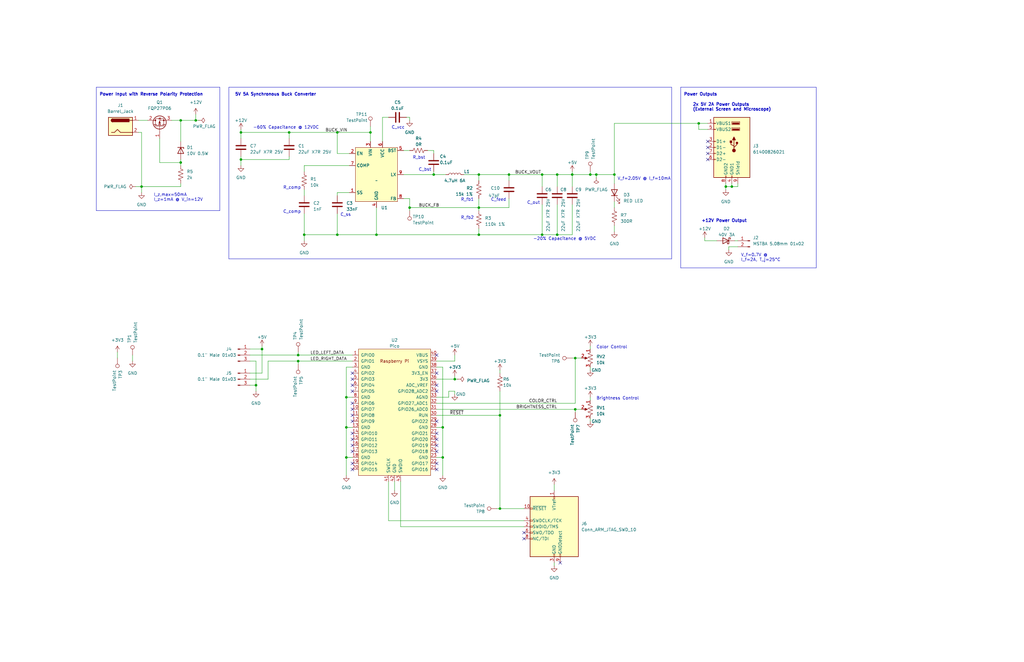
<source format=kicad_sch>
(kicad_sch (version 20230121) (generator eeschema)

  (uuid 89469e5f-e351-4117-98f6-cc7fc410eeaf)

  (paper "B")

  (lib_symbols
    (symbol "Connector:Barrel_Jack" (pin_names (offset 1.016)) (in_bom yes) (on_board yes)
      (property "Reference" "J" (at 0 5.334 0)
        (effects (font (size 1.27 1.27)))
      )
      (property "Value" "Barrel_Jack" (at 0 -5.08 0)
        (effects (font (size 1.27 1.27)))
      )
      (property "Footprint" "" (at 1.27 -1.016 0)
        (effects (font (size 1.27 1.27)) hide)
      )
      (property "Datasheet" "~" (at 1.27 -1.016 0)
        (effects (font (size 1.27 1.27)) hide)
      )
      (property "ki_keywords" "DC power barrel jack connector" (at 0 0 0)
        (effects (font (size 1.27 1.27)) hide)
      )
      (property "ki_description" "DC Barrel Jack" (at 0 0 0)
        (effects (font (size 1.27 1.27)) hide)
      )
      (property "ki_fp_filters" "BarrelJack*" (at 0 0 0)
        (effects (font (size 1.27 1.27)) hide)
      )
      (symbol "Barrel_Jack_0_1"
        (rectangle (start -5.08 3.81) (end 5.08 -3.81)
          (stroke (width 0.254) (type default))
          (fill (type background))
        )
        (arc (start -3.302 3.175) (mid -3.9343 2.54) (end -3.302 1.905)
          (stroke (width 0.254) (type default))
          (fill (type none))
        )
        (arc (start -3.302 3.175) (mid -3.9343 2.54) (end -3.302 1.905)
          (stroke (width 0.254) (type default))
          (fill (type outline))
        )
        (polyline
          (pts
            (xy 5.08 2.54)
            (xy 3.81 2.54)
          )
          (stroke (width 0.254) (type default))
          (fill (type none))
        )
        (polyline
          (pts
            (xy -3.81 -2.54)
            (xy -2.54 -2.54)
            (xy -1.27 -1.27)
            (xy 0 -2.54)
            (xy 2.54 -2.54)
            (xy 5.08 -2.54)
          )
          (stroke (width 0.254) (type default))
          (fill (type none))
        )
        (rectangle (start 3.683 3.175) (end -3.302 1.905)
          (stroke (width 0.254) (type default))
          (fill (type outline))
        )
      )
      (symbol "Barrel_Jack_1_1"
        (pin passive line (at 7.62 2.54 180) (length 2.54)
          (name "~" (effects (font (size 1.27 1.27))))
          (number "1" (effects (font (size 1.27 1.27))))
        )
        (pin passive line (at 7.62 -2.54 180) (length 2.54)
          (name "~" (effects (font (size 1.27 1.27))))
          (number "2" (effects (font (size 1.27 1.27))))
        )
      )
    )
    (symbol "Connector:Conn_01x02_Pin" (pin_names (offset 1.016) hide) (in_bom yes) (on_board yes)
      (property "Reference" "J" (at 0 2.54 0)
        (effects (font (size 1.27 1.27)))
      )
      (property "Value" "Conn_01x02_Pin" (at 0 -5.08 0)
        (effects (font (size 1.27 1.27)))
      )
      (property "Footprint" "" (at 0 0 0)
        (effects (font (size 1.27 1.27)) hide)
      )
      (property "Datasheet" "~" (at 0 0 0)
        (effects (font (size 1.27 1.27)) hide)
      )
      (property "ki_locked" "" (at 0 0 0)
        (effects (font (size 1.27 1.27)))
      )
      (property "ki_keywords" "connector" (at 0 0 0)
        (effects (font (size 1.27 1.27)) hide)
      )
      (property "ki_description" "Generic connector, single row, 01x02, script generated" (at 0 0 0)
        (effects (font (size 1.27 1.27)) hide)
      )
      (property "ki_fp_filters" "Connector*:*_1x??_*" (at 0 0 0)
        (effects (font (size 1.27 1.27)) hide)
      )
      (symbol "Conn_01x02_Pin_1_1"
        (polyline
          (pts
            (xy 1.27 -2.54)
            (xy 0.8636 -2.54)
          )
          (stroke (width 0.1524) (type default))
          (fill (type none))
        )
        (polyline
          (pts
            (xy 1.27 0)
            (xy 0.8636 0)
          )
          (stroke (width 0.1524) (type default))
          (fill (type none))
        )
        (rectangle (start 0.8636 -2.413) (end 0 -2.667)
          (stroke (width 0.1524) (type default))
          (fill (type outline))
        )
        (rectangle (start 0.8636 0.127) (end 0 -0.127)
          (stroke (width 0.1524) (type default))
          (fill (type outline))
        )
        (pin passive line (at 5.08 0 180) (length 3.81)
          (name "Pin_1" (effects (font (size 1.27 1.27))))
          (number "1" (effects (font (size 1.27 1.27))))
        )
        (pin passive line (at 5.08 -2.54 180) (length 3.81)
          (name "Pin_2" (effects (font (size 1.27 1.27))))
          (number "2" (effects (font (size 1.27 1.27))))
        )
      )
    )
    (symbol "Connector:Conn_01x03_Pin" (pin_names (offset 1.016) hide) (in_bom yes) (on_board yes)
      (property "Reference" "J" (at 0 5.08 0)
        (effects (font (size 1.27 1.27)))
      )
      (property "Value" "Conn_01x03_Pin" (at 0 -5.08 0)
        (effects (font (size 1.27 1.27)))
      )
      (property "Footprint" "" (at 0 0 0)
        (effects (font (size 1.27 1.27)) hide)
      )
      (property "Datasheet" "~" (at 0 0 0)
        (effects (font (size 1.27 1.27)) hide)
      )
      (property "ki_locked" "" (at 0 0 0)
        (effects (font (size 1.27 1.27)))
      )
      (property "ki_keywords" "connector" (at 0 0 0)
        (effects (font (size 1.27 1.27)) hide)
      )
      (property "ki_description" "Generic connector, single row, 01x03, script generated" (at 0 0 0)
        (effects (font (size 1.27 1.27)) hide)
      )
      (property "ki_fp_filters" "Connector*:*_1x??_*" (at 0 0 0)
        (effects (font (size 1.27 1.27)) hide)
      )
      (symbol "Conn_01x03_Pin_1_1"
        (polyline
          (pts
            (xy 1.27 -2.54)
            (xy 0.8636 -2.54)
          )
          (stroke (width 0.1524) (type default))
          (fill (type none))
        )
        (polyline
          (pts
            (xy 1.27 0)
            (xy 0.8636 0)
          )
          (stroke (width 0.1524) (type default))
          (fill (type none))
        )
        (polyline
          (pts
            (xy 1.27 2.54)
            (xy 0.8636 2.54)
          )
          (stroke (width 0.1524) (type default))
          (fill (type none))
        )
        (rectangle (start 0.8636 -2.413) (end 0 -2.667)
          (stroke (width 0.1524) (type default))
          (fill (type outline))
        )
        (rectangle (start 0.8636 0.127) (end 0 -0.127)
          (stroke (width 0.1524) (type default))
          (fill (type outline))
        )
        (rectangle (start 0.8636 2.667) (end 0 2.413)
          (stroke (width 0.1524) (type default))
          (fill (type outline))
        )
        (pin passive line (at 5.08 2.54 180) (length 3.81)
          (name "Pin_1" (effects (font (size 1.27 1.27))))
          (number "1" (effects (font (size 1.27 1.27))))
        )
        (pin passive line (at 5.08 0 180) (length 3.81)
          (name "Pin_2" (effects (font (size 1.27 1.27))))
          (number "2" (effects (font (size 1.27 1.27))))
        )
        (pin passive line (at 5.08 -2.54 180) (length 3.81)
          (name "Pin_3" (effects (font (size 1.27 1.27))))
          (number "3" (effects (font (size 1.27 1.27))))
        )
      )
    )
    (symbol "Connector:Conn_ARM_JTAG_SWD_10" (pin_names (offset 1.016)) (in_bom yes) (on_board yes)
      (property "Reference" "J" (at -2.54 16.51 0)
        (effects (font (size 1.27 1.27)) (justify right))
      )
      (property "Value" "Conn_ARM_JTAG_SWD_10" (at -2.54 13.97 0)
        (effects (font (size 1.27 1.27)) (justify right bottom))
      )
      (property "Footprint" "" (at 0 0 0)
        (effects (font (size 1.27 1.27)) hide)
      )
      (property "Datasheet" "http://infocenter.arm.com/help/topic/com.arm.doc.ddi0314h/DDI0314H_coresight_components_trm.pdf" (at -8.89 -31.75 90)
        (effects (font (size 1.27 1.27)) hide)
      )
      (property "ki_keywords" "Cortex Debug Connector ARM SWD JTAG" (at 0 0 0)
        (effects (font (size 1.27 1.27)) hide)
      )
      (property "ki_description" "Cortex Debug Connector, standard ARM Cortex-M SWD and JTAG interface" (at 0 0 0)
        (effects (font (size 1.27 1.27)) hide)
      )
      (property "ki_fp_filters" "PinHeader?2x05?P1.27mm*" (at 0 0 0)
        (effects (font (size 1.27 1.27)) hide)
      )
      (symbol "Conn_ARM_JTAG_SWD_10_0_1"
        (rectangle (start -10.16 12.7) (end 10.16 -12.7)
          (stroke (width 0.254) (type default))
          (fill (type background))
        )
        (rectangle (start -2.794 -12.7) (end -2.286 -11.684)
          (stroke (width 0) (type default))
          (fill (type none))
        )
        (rectangle (start -0.254 -12.7) (end 0.254 -11.684)
          (stroke (width 0) (type default))
          (fill (type none))
        )
        (rectangle (start -0.254 12.7) (end 0.254 11.684)
          (stroke (width 0) (type default))
          (fill (type none))
        )
        (rectangle (start 9.144 2.286) (end 10.16 2.794)
          (stroke (width 0) (type default))
          (fill (type none))
        )
        (rectangle (start 10.16 -2.794) (end 9.144 -2.286)
          (stroke (width 0) (type default))
          (fill (type none))
        )
        (rectangle (start 10.16 -0.254) (end 9.144 0.254)
          (stroke (width 0) (type default))
          (fill (type none))
        )
        (rectangle (start 10.16 7.874) (end 9.144 7.366)
          (stroke (width 0) (type default))
          (fill (type none))
        )
      )
      (symbol "Conn_ARM_JTAG_SWD_10_1_1"
        (rectangle (start 9.144 -5.334) (end 10.16 -4.826)
          (stroke (width 0) (type default))
          (fill (type none))
        )
        (pin power_in line (at 0 15.24 270) (length 2.54)
          (name "VTref" (effects (font (size 1.27 1.27))))
          (number "1" (effects (font (size 1.27 1.27))))
        )
        (pin open_collector line (at 12.7 7.62 180) (length 2.54)
          (name "~{RESET}" (effects (font (size 1.27 1.27))))
          (number "10" (effects (font (size 1.27 1.27))))
        )
        (pin bidirectional line (at 12.7 0 180) (length 2.54)
          (name "SWDIO/TMS" (effects (font (size 1.27 1.27))))
          (number "2" (effects (font (size 1.27 1.27))))
        )
        (pin power_in line (at 0 -15.24 90) (length 2.54)
          (name "GND" (effects (font (size 1.27 1.27))))
          (number "3" (effects (font (size 1.27 1.27))))
        )
        (pin output line (at 12.7 2.54 180) (length 2.54)
          (name "SWDCLK/TCK" (effects (font (size 1.27 1.27))))
          (number "4" (effects (font (size 1.27 1.27))))
        )
        (pin passive line (at 0 -15.24 90) (length 2.54) hide
          (name "GND" (effects (font (size 1.27 1.27))))
          (number "5" (effects (font (size 1.27 1.27))))
        )
        (pin input line (at 12.7 -2.54 180) (length 2.54)
          (name "SWO/TDO" (effects (font (size 1.27 1.27))))
          (number "6" (effects (font (size 1.27 1.27))))
        )
        (pin no_connect line (at -10.16 0 0) (length 2.54) hide
          (name "KEY" (effects (font (size 1.27 1.27))))
          (number "7" (effects (font (size 1.27 1.27))))
        )
        (pin output line (at 12.7 -5.08 180) (length 2.54)
          (name "NC/TDI" (effects (font (size 1.27 1.27))))
          (number "8" (effects (font (size 1.27 1.27))))
        )
        (pin passive line (at -2.54 -15.24 90) (length 2.54)
          (name "GNDDetect" (effects (font (size 1.27 1.27))))
          (number "9" (effects (font (size 1.27 1.27))))
        )
      )
    )
    (symbol "Connector:TestPoint" (pin_numbers hide) (pin_names (offset 0.762) hide) (in_bom yes) (on_board yes)
      (property "Reference" "TP" (at 0 6.858 0)
        (effects (font (size 1.27 1.27)))
      )
      (property "Value" "TestPoint" (at 0 5.08 0)
        (effects (font (size 1.27 1.27)))
      )
      (property "Footprint" "" (at 5.08 0 0)
        (effects (font (size 1.27 1.27)) hide)
      )
      (property "Datasheet" "~" (at 5.08 0 0)
        (effects (font (size 1.27 1.27)) hide)
      )
      (property "ki_keywords" "test point tp" (at 0 0 0)
        (effects (font (size 1.27 1.27)) hide)
      )
      (property "ki_description" "test point" (at 0 0 0)
        (effects (font (size 1.27 1.27)) hide)
      )
      (property "ki_fp_filters" "Pin* Test*" (at 0 0 0)
        (effects (font (size 1.27 1.27)) hide)
      )
      (symbol "TestPoint_0_1"
        (circle (center 0 3.302) (radius 0.762)
          (stroke (width 0) (type default))
          (fill (type none))
        )
      )
      (symbol "TestPoint_1_1"
        (pin passive line (at 0 0 90) (length 2.54)
          (name "1" (effects (font (size 1.27 1.27))))
          (number "1" (effects (font (size 1.27 1.27))))
        )
      )
    )
    (symbol "Connector:USB_A_Stacked" (pin_names (offset 1.016)) (in_bom yes) (on_board yes)
      (property "Reference" "J" (at 0 15.875 0)
        (effects (font (size 1.27 1.27)))
      )
      (property "Value" "USB_A_Stacked" (at 0 13.97 0)
        (effects (font (size 1.27 1.27)))
      )
      (property "Footprint" "" (at 3.81 -13.97 0)
        (effects (font (size 1.27 1.27)) (justify left) hide)
      )
      (property "Datasheet" " ~" (at 5.08 1.27 0)
        (effects (font (size 1.27 1.27)) hide)
      )
      (property "ki_keywords" "connector USB" (at 0 0 0)
        (effects (font (size 1.27 1.27)) hide)
      )
      (property "ki_description" "USB Type A connector, stacked" (at 0 0 0)
        (effects (font (size 1.27 1.27)) hide)
      )
      (property "ki_fp_filters" "USB*" (at 0 0 0)
        (effects (font (size 1.27 1.27)) hide)
      )
      (symbol "USB_A_Stacked_0_1"
        (rectangle (start -7.62 12.7) (end 7.62 -12.7)
          (stroke (width 0.254) (type default))
          (fill (type background))
        )
        (circle (center -2.159 1.905) (radius 0.381)
          (stroke (width 0.254) (type default))
          (fill (type outline))
        )
        (circle (center -0.889 -1.27) (radius 0.635)
          (stroke (width 0.254) (type default))
          (fill (type outline))
        )
        (rectangle (start -0.254 7.366) (end -3.048 7.874)
          (stroke (width 0) (type default))
          (fill (type outline))
        )
        (rectangle (start -0.254 9.906) (end -3.048 10.414)
          (stroke (width 0) (type default))
          (fill (type outline))
        )
        (rectangle (start -0.127 -12.7) (end 0.127 -11.938)
          (stroke (width 0) (type default))
          (fill (type none))
        )
        (polyline
          (pts
            (xy -1.524 3.175)
            (xy -0.254 3.175)
            (xy -0.889 4.445)
            (xy -1.524 3.175)
          )
          (stroke (width 0.254) (type default))
          (fill (type outline))
        )
        (polyline
          (pts
            (xy -0.889 -0.635)
            (xy -0.889 0)
            (xy -2.159 1.27)
            (xy -2.159 1.905)
          )
          (stroke (width 0.254) (type default))
          (fill (type none))
        )
        (polyline
          (pts
            (xy -0.889 0)
            (xy -0.889 0.635)
            (xy 0.381 1.27)
            (xy 0.381 2.54)
          )
          (stroke (width 0.254) (type default))
          (fill (type none))
        )
        (rectangle (start 0 2.794) (end 0.762 2.032)
          (stroke (width 0.254) (type default))
          (fill (type outline))
        )
        (rectangle (start 0 7.112) (end -3.302 8.382)
          (stroke (width 0) (type default))
          (fill (type none))
        )
        (rectangle (start 0 9.652) (end -3.302 10.922)
          (stroke (width 0) (type default))
          (fill (type none))
        )
        (rectangle (start 2.413 -12.7) (end 2.667 -11.938)
          (stroke (width 0) (type default))
          (fill (type none))
        )
        (rectangle (start 7.62 -5.207) (end 6.858 -4.953)
          (stroke (width 0) (type default))
          (fill (type none))
        )
        (rectangle (start 7.62 -2.667) (end 6.858 -2.413)
          (stroke (width 0) (type default))
          (fill (type none))
        )
        (rectangle (start 7.62 -0.127) (end 6.858 0.127)
          (stroke (width 0) (type default))
          (fill (type none))
        )
        (rectangle (start 7.62 2.413) (end 6.858 2.667)
          (stroke (width 0) (type default))
          (fill (type none))
        )
        (rectangle (start 7.62 7.493) (end 6.858 7.747)
          (stroke (width 0) (type default))
          (fill (type none))
        )
        (rectangle (start 7.62 10.033) (end 6.858 10.287)
          (stroke (width 0) (type default))
          (fill (type none))
        )
      )
      (symbol "USB_A_Stacked_1_1"
        (polyline
          (pts
            (xy -0.889 0.635)
            (xy -0.889 3.175)
          )
          (stroke (width 0.254) (type default))
          (fill (type none))
        )
        (pin power_in line (at 10.16 10.16 180) (length 2.54)
          (name "VBUS1" (effects (font (size 1.27 1.27))))
          (number "1" (effects (font (size 1.27 1.27))))
        )
        (pin bidirectional line (at 10.16 0 180) (length 2.54)
          (name "D1-" (effects (font (size 1.27 1.27))))
          (number "2" (effects (font (size 1.27 1.27))))
        )
        (pin bidirectional line (at 10.16 2.54 180) (length 2.54)
          (name "D1+" (effects (font (size 1.27 1.27))))
          (number "3" (effects (font (size 1.27 1.27))))
        )
        (pin power_in line (at 0 -15.24 90) (length 2.54)
          (name "GND1" (effects (font (size 1.27 1.27))))
          (number "4" (effects (font (size 1.27 1.27))))
        )
        (pin power_in line (at 10.16 7.62 180) (length 2.54)
          (name "VBUS2" (effects (font (size 1.27 1.27))))
          (number "5" (effects (font (size 1.27 1.27))))
        )
        (pin bidirectional line (at 10.16 -5.08 180) (length 2.54)
          (name "D2-" (effects (font (size 1.27 1.27))))
          (number "6" (effects (font (size 1.27 1.27))))
        )
        (pin bidirectional line (at 10.16 -2.54 180) (length 2.54)
          (name "D2+" (effects (font (size 1.27 1.27))))
          (number "7" (effects (font (size 1.27 1.27))))
        )
        (pin power_in line (at 2.54 -15.24 90) (length 2.54)
          (name "GND2" (effects (font (size 1.27 1.27))))
          (number "8" (effects (font (size 1.27 1.27))))
        )
        (pin passive line (at -2.54 -15.24 90) (length 2.54)
          (name "Shield" (effects (font (size 1.27 1.27))))
          (number "9" (effects (font (size 1.27 1.27))))
        )
      )
    )
    (symbol "Custom_Converter_DCDC:AOZ6605PI-1" (in_bom yes) (on_board yes)
      (property "Reference" "U" (at 3.81 -13.97 0)
        (effects (font (size 1.27 1.27)))
      )
      (property "Value" "" (at 0 -2.54 0)
        (effects (font (size 1.27 1.27)))
      )
      (property "Footprint" "" (at 0 -2.54 0)
        (effects (font (size 1.27 1.27)) hide)
      )
      (property "Datasheet" "" (at 0 -2.54 0)
        (effects (font (size 1.27 1.27)) hide)
      )
      (property "ki_description" "EZBuck 5A Synchonous Buck Regulator 4.5-18V Input Voltage" (at 0 0 0)
        (effects (font (size 1.27 1.27)) hide)
      )
      (symbol "AOZ6605PI-1_0_0"
        (pin input line (at -11.43 -7.62 0) (length 2.54)
          (name "SS" (effects (font (size 1.27 1.27))))
          (number "1" (effects (font (size 1.27 1.27))))
        )
        (pin input line (at -11.43 8.89 0) (length 2.54)
          (name "EN" (effects (font (size 1.27 1.27))))
          (number "2" (effects (font (size 1.27 1.27))))
        )
        (pin power_in line (at -2.54 13.97 270) (length 2.54)
          (name "VIN" (effects (font (size 1.27 1.27))))
          (number "3" (effects (font (size 1.27 1.27))))
        )
        (pin power_in line (at 0 -13.97 90) (length 2.54)
          (name "GND" (effects (font (size 1.27 1.27))))
          (number "4" (effects (font (size 1.27 1.27))))
        )
        (pin passive line (at 11.43 10.16 180) (length 2.54)
          (name "BST" (effects (font (size 1.27 1.27))))
          (number "5" (effects (font (size 1.27 1.27))))
        )
        (pin passive line (at 2.54 13.97 270) (length 2.54)
          (name "VCC" (effects (font (size 1.27 1.27))))
          (number "6" (effects (font (size 1.27 1.27))))
        )
        (pin passive line (at -11.43 3.81 0) (length 2.54)
          (name "COMP" (effects (font (size 1.27 1.27))))
          (number "7" (effects (font (size 1.27 1.27))))
        )
        (pin input line (at 11.43 -10.16 180) (length 2.54)
          (name "FB" (effects (font (size 1.27 1.27))))
          (number "8" (effects (font (size 1.27 1.27))))
        )
        (pin passive line (at 11.43 0 180) (length 2.54)
          (name "LX" (effects (font (size 1.27 1.27))))
          (number "9" (effects (font (size 1.27 1.27))))
        )
      )
      (symbol "AOZ6605PI-1_0_1"
        (rectangle (start -8.89 11.43) (end 8.89 -11.43)
          (stroke (width 0) (type default))
          (fill (type background))
        )
      )
    )
    (symbol "Custom_MCU:Pico" (pin_names (offset 1.016)) (in_bom yes) (on_board yes)
      (property "Reference" "U" (at -13.97 27.94 0)
        (effects (font (size 1.27 1.27)))
      )
      (property "Value" "Pico" (at 0 19.05 0)
        (effects (font (size 1.27 1.27)))
      )
      (property "Footprint" "RPi_Pico:RPi_Pico_SMD_TH" (at 0 0 90)
        (effects (font (size 1.27 1.27)) hide)
      )
      (property "Datasheet" "" (at 0 0 0)
        (effects (font (size 1.27 1.27)) hide)
      )
      (symbol "Pico_0_0"
        (text "Raspberry Pi" (at 0 21.59 0)
          (effects (font (size 1.27 1.27)))
        )
      )
      (symbol "Pico_0_1"
        (rectangle (start -15.24 26.67) (end 15.24 -26.67)
          (stroke (width 0) (type default))
          (fill (type background))
        )
      )
      (symbol "Pico_1_1"
        (pin bidirectional line (at -17.78 24.13 0) (length 2.54)
          (name "GPIO0" (effects (font (size 1.27 1.27))))
          (number "1" (effects (font (size 1.27 1.27))))
        )
        (pin bidirectional line (at -17.78 1.27 0) (length 2.54)
          (name "GPIO7" (effects (font (size 1.27 1.27))))
          (number "10" (effects (font (size 1.27 1.27))))
        )
        (pin bidirectional line (at -17.78 -1.27 0) (length 2.54)
          (name "GPIO8" (effects (font (size 1.27 1.27))))
          (number "11" (effects (font (size 1.27 1.27))))
        )
        (pin bidirectional line (at -17.78 -3.81 0) (length 2.54)
          (name "GPIO9" (effects (font (size 1.27 1.27))))
          (number "12" (effects (font (size 1.27 1.27))))
        )
        (pin power_in line (at -17.78 -6.35 0) (length 2.54)
          (name "GND" (effects (font (size 1.27 1.27))))
          (number "13" (effects (font (size 1.27 1.27))))
        )
        (pin bidirectional line (at -17.78 -8.89 0) (length 2.54)
          (name "GPIO10" (effects (font (size 1.27 1.27))))
          (number "14" (effects (font (size 1.27 1.27))))
        )
        (pin bidirectional line (at -17.78 -11.43 0) (length 2.54)
          (name "GPIO11" (effects (font (size 1.27 1.27))))
          (number "15" (effects (font (size 1.27 1.27))))
        )
        (pin bidirectional line (at -17.78 -13.97 0) (length 2.54)
          (name "GPIO12" (effects (font (size 1.27 1.27))))
          (number "16" (effects (font (size 1.27 1.27))))
        )
        (pin bidirectional line (at -17.78 -16.51 0) (length 2.54)
          (name "GPIO13" (effects (font (size 1.27 1.27))))
          (number "17" (effects (font (size 1.27 1.27))))
        )
        (pin power_in line (at -17.78 -19.05 0) (length 2.54)
          (name "GND" (effects (font (size 1.27 1.27))))
          (number "18" (effects (font (size 1.27 1.27))))
        )
        (pin bidirectional line (at -17.78 -21.59 0) (length 2.54)
          (name "GPIO14" (effects (font (size 1.27 1.27))))
          (number "19" (effects (font (size 1.27 1.27))))
        )
        (pin bidirectional line (at -17.78 21.59 0) (length 2.54)
          (name "GPIO1" (effects (font (size 1.27 1.27))))
          (number "2" (effects (font (size 1.27 1.27))))
        )
        (pin bidirectional line (at -17.78 -24.13 0) (length 2.54)
          (name "GPIO15" (effects (font (size 1.27 1.27))))
          (number "20" (effects (font (size 1.27 1.27))))
        )
        (pin bidirectional line (at 17.78 -24.13 180) (length 2.54)
          (name "GPIO16" (effects (font (size 1.27 1.27))))
          (number "21" (effects (font (size 1.27 1.27))))
        )
        (pin bidirectional line (at 17.78 -21.59 180) (length 2.54)
          (name "GPIO17" (effects (font (size 1.27 1.27))))
          (number "22" (effects (font (size 1.27 1.27))))
        )
        (pin power_in line (at 17.78 -19.05 180) (length 2.54)
          (name "GND" (effects (font (size 1.27 1.27))))
          (number "23" (effects (font (size 1.27 1.27))))
        )
        (pin bidirectional line (at 17.78 -16.51 180) (length 2.54)
          (name "GPIO18" (effects (font (size 1.27 1.27))))
          (number "24" (effects (font (size 1.27 1.27))))
        )
        (pin bidirectional line (at 17.78 -13.97 180) (length 2.54)
          (name "GPIO19" (effects (font (size 1.27 1.27))))
          (number "25" (effects (font (size 1.27 1.27))))
        )
        (pin bidirectional line (at 17.78 -11.43 180) (length 2.54)
          (name "GPIO20" (effects (font (size 1.27 1.27))))
          (number "26" (effects (font (size 1.27 1.27))))
        )
        (pin bidirectional line (at 17.78 -8.89 180) (length 2.54)
          (name "GPIO21" (effects (font (size 1.27 1.27))))
          (number "27" (effects (font (size 1.27 1.27))))
        )
        (pin power_in line (at 17.78 -6.35 180) (length 2.54)
          (name "GND" (effects (font (size 1.27 1.27))))
          (number "28" (effects (font (size 1.27 1.27))))
        )
        (pin bidirectional line (at 17.78 -3.81 180) (length 2.54)
          (name "GPIO22" (effects (font (size 1.27 1.27))))
          (number "29" (effects (font (size 1.27 1.27))))
        )
        (pin power_in line (at -17.78 19.05 0) (length 2.54)
          (name "GND" (effects (font (size 1.27 1.27))))
          (number "3" (effects (font (size 1.27 1.27))))
        )
        (pin input line (at 17.78 -1.27 180) (length 2.54)
          (name "RUN" (effects (font (size 1.27 1.27))))
          (number "30" (effects (font (size 1.27 1.27))))
        )
        (pin bidirectional line (at 17.78 1.27 180) (length 2.54)
          (name "GPIO26_ADC0" (effects (font (size 1.27 1.27))))
          (number "31" (effects (font (size 1.27 1.27))))
        )
        (pin bidirectional line (at 17.78 3.81 180) (length 2.54)
          (name "GPIO27_ADC1" (effects (font (size 1.27 1.27))))
          (number "32" (effects (font (size 1.27 1.27))))
        )
        (pin power_in line (at 17.78 6.35 180) (length 2.54)
          (name "AGND" (effects (font (size 1.27 1.27))))
          (number "33" (effects (font (size 1.27 1.27))))
        )
        (pin bidirectional line (at 17.78 8.89 180) (length 2.54)
          (name "GPIO28_ADC2" (effects (font (size 1.27 1.27))))
          (number "34" (effects (font (size 1.27 1.27))))
        )
        (pin unspecified line (at 17.78 11.43 180) (length 2.54)
          (name "ADC_VREF" (effects (font (size 1.27 1.27))))
          (number "35" (effects (font (size 1.27 1.27))))
        )
        (pin unspecified line (at 17.78 13.97 180) (length 2.54)
          (name "3V3" (effects (font (size 1.27 1.27))))
          (number "36" (effects (font (size 1.27 1.27))))
        )
        (pin input line (at 17.78 16.51 180) (length 2.54)
          (name "3V3_EN" (effects (font (size 1.27 1.27))))
          (number "37" (effects (font (size 1.27 1.27))))
        )
        (pin power_in line (at 17.78 19.05 180) (length 2.54)
          (name "GND" (effects (font (size 1.27 1.27))))
          (number "38" (effects (font (size 1.27 1.27))))
        )
        (pin unspecified line (at 17.78 21.59 180) (length 2.54)
          (name "VSYS" (effects (font (size 1.27 1.27))))
          (number "39" (effects (font (size 1.27 1.27))))
        )
        (pin bidirectional line (at -17.78 16.51 0) (length 2.54)
          (name "GPIO2" (effects (font (size 1.27 1.27))))
          (number "4" (effects (font (size 1.27 1.27))))
        )
        (pin unspecified line (at 17.78 24.13 180) (length 2.54)
          (name "VBUS" (effects (font (size 1.27 1.27))))
          (number "40" (effects (font (size 1.27 1.27))))
        )
        (pin input line (at -2.54 -29.21 90) (length 2.54)
          (name "SWCLK" (effects (font (size 1.27 1.27))))
          (number "41" (effects (font (size 1.27 1.27))))
        )
        (pin power_in line (at 0 -29.21 90) (length 2.54)
          (name "GND" (effects (font (size 1.27 1.27))))
          (number "42" (effects (font (size 1.27 1.27))))
        )
        (pin bidirectional line (at 2.54 -29.21 90) (length 2.54)
          (name "SWDIO" (effects (font (size 1.27 1.27))))
          (number "43" (effects (font (size 1.27 1.27))))
        )
        (pin bidirectional line (at -17.78 13.97 0) (length 2.54)
          (name "GPIO3" (effects (font (size 1.27 1.27))))
          (number "5" (effects (font (size 1.27 1.27))))
        )
        (pin bidirectional line (at -17.78 11.43 0) (length 2.54)
          (name "GPIO4" (effects (font (size 1.27 1.27))))
          (number "6" (effects (font (size 1.27 1.27))))
        )
        (pin bidirectional line (at -17.78 8.89 0) (length 2.54)
          (name "GPIO5" (effects (font (size 1.27 1.27))))
          (number "7" (effects (font (size 1.27 1.27))))
        )
        (pin power_in line (at -17.78 6.35 0) (length 2.54)
          (name "GND" (effects (font (size 1.27 1.27))))
          (number "8" (effects (font (size 1.27 1.27))))
        )
        (pin bidirectional line (at -17.78 3.81 0) (length 2.54)
          (name "GPIO6" (effects (font (size 1.27 1.27))))
          (number "9" (effects (font (size 1.27 1.27))))
        )
      )
    )
    (symbol "Device:C" (pin_numbers hide) (pin_names (offset 0.254)) (in_bom yes) (on_board yes)
      (property "Reference" "C" (at 0.635 2.54 0)
        (effects (font (size 1.27 1.27)) (justify left))
      )
      (property "Value" "C" (at 0.635 -2.54 0)
        (effects (font (size 1.27 1.27)) (justify left))
      )
      (property "Footprint" "" (at 0.9652 -3.81 0)
        (effects (font (size 1.27 1.27)) hide)
      )
      (property "Datasheet" "~" (at 0 0 0)
        (effects (font (size 1.27 1.27)) hide)
      )
      (property "ki_keywords" "cap capacitor" (at 0 0 0)
        (effects (font (size 1.27 1.27)) hide)
      )
      (property "ki_description" "Unpolarized capacitor" (at 0 0 0)
        (effects (font (size 1.27 1.27)) hide)
      )
      (property "ki_fp_filters" "C_*" (at 0 0 0)
        (effects (font (size 1.27 1.27)) hide)
      )
      (symbol "C_0_1"
        (polyline
          (pts
            (xy -2.032 -0.762)
            (xy 2.032 -0.762)
          )
          (stroke (width 0.508) (type default))
          (fill (type none))
        )
        (polyline
          (pts
            (xy -2.032 0.762)
            (xy 2.032 0.762)
          )
          (stroke (width 0.508) (type default))
          (fill (type none))
        )
      )
      (symbol "C_1_1"
        (pin passive line (at 0 3.81 270) (length 2.794)
          (name "~" (effects (font (size 1.27 1.27))))
          (number "1" (effects (font (size 1.27 1.27))))
        )
        (pin passive line (at 0 -3.81 90) (length 2.794)
          (name "~" (effects (font (size 1.27 1.27))))
          (number "2" (effects (font (size 1.27 1.27))))
        )
      )
    )
    (symbol "Device:D_Schottky" (pin_numbers hide) (pin_names (offset 1.016) hide) (in_bom yes) (on_board yes)
      (property "Reference" "D" (at 0 2.54 0)
        (effects (font (size 1.27 1.27)))
      )
      (property "Value" "D_Schottky" (at 0 -2.54 0)
        (effects (font (size 1.27 1.27)))
      )
      (property "Footprint" "" (at 0 0 0)
        (effects (font (size 1.27 1.27)) hide)
      )
      (property "Datasheet" "~" (at 0 0 0)
        (effects (font (size 1.27 1.27)) hide)
      )
      (property "ki_keywords" "diode Schottky" (at 0 0 0)
        (effects (font (size 1.27 1.27)) hide)
      )
      (property "ki_description" "Schottky diode" (at 0 0 0)
        (effects (font (size 1.27 1.27)) hide)
      )
      (property "ki_fp_filters" "TO-???* *_Diode_* *SingleDiode* D_*" (at 0 0 0)
        (effects (font (size 1.27 1.27)) hide)
      )
      (symbol "D_Schottky_0_1"
        (polyline
          (pts
            (xy 1.27 0)
            (xy -1.27 0)
          )
          (stroke (width 0) (type default))
          (fill (type none))
        )
        (polyline
          (pts
            (xy 1.27 1.27)
            (xy 1.27 -1.27)
            (xy -1.27 0)
            (xy 1.27 1.27)
          )
          (stroke (width 0.254) (type default))
          (fill (type none))
        )
        (polyline
          (pts
            (xy -1.905 0.635)
            (xy -1.905 1.27)
            (xy -1.27 1.27)
            (xy -1.27 -1.27)
            (xy -0.635 -1.27)
            (xy -0.635 -0.635)
          )
          (stroke (width 0.254) (type default))
          (fill (type none))
        )
      )
      (symbol "D_Schottky_1_1"
        (pin passive line (at -3.81 0 0) (length 2.54)
          (name "K" (effects (font (size 1.27 1.27))))
          (number "1" (effects (font (size 1.27 1.27))))
        )
        (pin passive line (at 3.81 0 180) (length 2.54)
          (name "A" (effects (font (size 1.27 1.27))))
          (number "2" (effects (font (size 1.27 1.27))))
        )
      )
    )
    (symbol "Device:D_Zener" (pin_numbers hide) (pin_names (offset 1.016) hide) (in_bom yes) (on_board yes)
      (property "Reference" "D" (at 0 2.54 0)
        (effects (font (size 1.27 1.27)))
      )
      (property "Value" "D_Zener" (at 0 -2.54 0)
        (effects (font (size 1.27 1.27)))
      )
      (property "Footprint" "" (at 0 0 0)
        (effects (font (size 1.27 1.27)) hide)
      )
      (property "Datasheet" "~" (at 0 0 0)
        (effects (font (size 1.27 1.27)) hide)
      )
      (property "ki_keywords" "diode" (at 0 0 0)
        (effects (font (size 1.27 1.27)) hide)
      )
      (property "ki_description" "Zener diode" (at 0 0 0)
        (effects (font (size 1.27 1.27)) hide)
      )
      (property "ki_fp_filters" "TO-???* *_Diode_* *SingleDiode* D_*" (at 0 0 0)
        (effects (font (size 1.27 1.27)) hide)
      )
      (symbol "D_Zener_0_1"
        (polyline
          (pts
            (xy 1.27 0)
            (xy -1.27 0)
          )
          (stroke (width 0) (type default))
          (fill (type none))
        )
        (polyline
          (pts
            (xy -1.27 -1.27)
            (xy -1.27 1.27)
            (xy -0.762 1.27)
          )
          (stroke (width 0.254) (type default))
          (fill (type none))
        )
        (polyline
          (pts
            (xy 1.27 -1.27)
            (xy 1.27 1.27)
            (xy -1.27 0)
            (xy 1.27 -1.27)
          )
          (stroke (width 0.254) (type default))
          (fill (type none))
        )
      )
      (symbol "D_Zener_1_1"
        (pin passive line (at -3.81 0 0) (length 2.54)
          (name "K" (effects (font (size 1.27 1.27))))
          (number "1" (effects (font (size 1.27 1.27))))
        )
        (pin passive line (at 3.81 0 180) (length 2.54)
          (name "A" (effects (font (size 1.27 1.27))))
          (number "2" (effects (font (size 1.27 1.27))))
        )
      )
    )
    (symbol "Device:L" (pin_numbers hide) (pin_names (offset 1.016) hide) (in_bom yes) (on_board yes)
      (property "Reference" "L" (at -1.27 0 90)
        (effects (font (size 1.27 1.27)))
      )
      (property "Value" "L" (at 1.905 0 90)
        (effects (font (size 1.27 1.27)))
      )
      (property "Footprint" "" (at 0 0 0)
        (effects (font (size 1.27 1.27)) hide)
      )
      (property "Datasheet" "~" (at 0 0 0)
        (effects (font (size 1.27 1.27)) hide)
      )
      (property "ki_keywords" "inductor choke coil reactor magnetic" (at 0 0 0)
        (effects (font (size 1.27 1.27)) hide)
      )
      (property "ki_description" "Inductor" (at 0 0 0)
        (effects (font (size 1.27 1.27)) hide)
      )
      (property "ki_fp_filters" "Choke_* *Coil* Inductor_* L_*" (at 0 0 0)
        (effects (font (size 1.27 1.27)) hide)
      )
      (symbol "L_0_1"
        (arc (start 0 -2.54) (mid 0.6323 -1.905) (end 0 -1.27)
          (stroke (width 0) (type default))
          (fill (type none))
        )
        (arc (start 0 -1.27) (mid 0.6323 -0.635) (end 0 0)
          (stroke (width 0) (type default))
          (fill (type none))
        )
        (arc (start 0 0) (mid 0.6323 0.635) (end 0 1.27)
          (stroke (width 0) (type default))
          (fill (type none))
        )
        (arc (start 0 1.27) (mid 0.6323 1.905) (end 0 2.54)
          (stroke (width 0) (type default))
          (fill (type none))
        )
      )
      (symbol "L_1_1"
        (pin passive line (at 0 3.81 270) (length 1.27)
          (name "1" (effects (font (size 1.27 1.27))))
          (number "1" (effects (font (size 1.27 1.27))))
        )
        (pin passive line (at 0 -3.81 90) (length 1.27)
          (name "2" (effects (font (size 1.27 1.27))))
          (number "2" (effects (font (size 1.27 1.27))))
        )
      )
    )
    (symbol "Device:LED" (pin_numbers hide) (pin_names (offset 1.016) hide) (in_bom yes) (on_board yes)
      (property "Reference" "D" (at 0 2.54 0)
        (effects (font (size 1.27 1.27)))
      )
      (property "Value" "LED" (at 0 -2.54 0)
        (effects (font (size 1.27 1.27)))
      )
      (property "Footprint" "" (at 0 0 0)
        (effects (font (size 1.27 1.27)) hide)
      )
      (property "Datasheet" "~" (at 0 0 0)
        (effects (font (size 1.27 1.27)) hide)
      )
      (property "ki_keywords" "LED diode" (at 0 0 0)
        (effects (font (size 1.27 1.27)) hide)
      )
      (property "ki_description" "Light emitting diode" (at 0 0 0)
        (effects (font (size 1.27 1.27)) hide)
      )
      (property "ki_fp_filters" "LED* LED_SMD:* LED_THT:*" (at 0 0 0)
        (effects (font (size 1.27 1.27)) hide)
      )
      (symbol "LED_0_1"
        (polyline
          (pts
            (xy -1.27 -1.27)
            (xy -1.27 1.27)
          )
          (stroke (width 0.254) (type default))
          (fill (type none))
        )
        (polyline
          (pts
            (xy -1.27 0)
            (xy 1.27 0)
          )
          (stroke (width 0) (type default))
          (fill (type none))
        )
        (polyline
          (pts
            (xy 1.27 -1.27)
            (xy 1.27 1.27)
            (xy -1.27 0)
            (xy 1.27 -1.27)
          )
          (stroke (width 0.254) (type default))
          (fill (type none))
        )
        (polyline
          (pts
            (xy -3.048 -0.762)
            (xy -4.572 -2.286)
            (xy -3.81 -2.286)
            (xy -4.572 -2.286)
            (xy -4.572 -1.524)
          )
          (stroke (width 0) (type default))
          (fill (type none))
        )
        (polyline
          (pts
            (xy -1.778 -0.762)
            (xy -3.302 -2.286)
            (xy -2.54 -2.286)
            (xy -3.302 -2.286)
            (xy -3.302 -1.524)
          )
          (stroke (width 0) (type default))
          (fill (type none))
        )
      )
      (symbol "LED_1_1"
        (pin passive line (at -3.81 0 0) (length 2.54)
          (name "K" (effects (font (size 1.27 1.27))))
          (number "1" (effects (font (size 1.27 1.27))))
        )
        (pin passive line (at 3.81 0 180) (length 2.54)
          (name "A" (effects (font (size 1.27 1.27))))
          (number "2" (effects (font (size 1.27 1.27))))
        )
      )
    )
    (symbol "Device:Q_PMOS_GDS" (pin_names (offset 0) hide) (in_bom yes) (on_board yes)
      (property "Reference" "Q" (at 5.08 1.27 0)
        (effects (font (size 1.27 1.27)) (justify left))
      )
      (property "Value" "Q_PMOS_GDS" (at 5.08 -1.27 0)
        (effects (font (size 1.27 1.27)) (justify left))
      )
      (property "Footprint" "" (at 5.08 2.54 0)
        (effects (font (size 1.27 1.27)) hide)
      )
      (property "Datasheet" "~" (at 0 0 0)
        (effects (font (size 1.27 1.27)) hide)
      )
      (property "ki_keywords" "transistor PMOS P-MOS P-MOSFET" (at 0 0 0)
        (effects (font (size 1.27 1.27)) hide)
      )
      (property "ki_description" "P-MOSFET transistor, gate/drain/source" (at 0 0 0)
        (effects (font (size 1.27 1.27)) hide)
      )
      (symbol "Q_PMOS_GDS_0_1"
        (polyline
          (pts
            (xy 0.254 0)
            (xy -2.54 0)
          )
          (stroke (width 0) (type default))
          (fill (type none))
        )
        (polyline
          (pts
            (xy 0.254 1.905)
            (xy 0.254 -1.905)
          )
          (stroke (width 0.254) (type default))
          (fill (type none))
        )
        (polyline
          (pts
            (xy 0.762 -1.27)
            (xy 0.762 -2.286)
          )
          (stroke (width 0.254) (type default))
          (fill (type none))
        )
        (polyline
          (pts
            (xy 0.762 0.508)
            (xy 0.762 -0.508)
          )
          (stroke (width 0.254) (type default))
          (fill (type none))
        )
        (polyline
          (pts
            (xy 0.762 2.286)
            (xy 0.762 1.27)
          )
          (stroke (width 0.254) (type default))
          (fill (type none))
        )
        (polyline
          (pts
            (xy 2.54 2.54)
            (xy 2.54 1.778)
          )
          (stroke (width 0) (type default))
          (fill (type none))
        )
        (polyline
          (pts
            (xy 2.54 -2.54)
            (xy 2.54 0)
            (xy 0.762 0)
          )
          (stroke (width 0) (type default))
          (fill (type none))
        )
        (polyline
          (pts
            (xy 0.762 1.778)
            (xy 3.302 1.778)
            (xy 3.302 -1.778)
            (xy 0.762 -1.778)
          )
          (stroke (width 0) (type default))
          (fill (type none))
        )
        (polyline
          (pts
            (xy 2.286 0)
            (xy 1.27 0.381)
            (xy 1.27 -0.381)
            (xy 2.286 0)
          )
          (stroke (width 0) (type default))
          (fill (type outline))
        )
        (polyline
          (pts
            (xy 2.794 -0.508)
            (xy 2.921 -0.381)
            (xy 3.683 -0.381)
            (xy 3.81 -0.254)
          )
          (stroke (width 0) (type default))
          (fill (type none))
        )
        (polyline
          (pts
            (xy 3.302 -0.381)
            (xy 2.921 0.254)
            (xy 3.683 0.254)
            (xy 3.302 -0.381)
          )
          (stroke (width 0) (type default))
          (fill (type none))
        )
        (circle (center 1.651 0) (radius 2.794)
          (stroke (width 0.254) (type default))
          (fill (type none))
        )
        (circle (center 2.54 -1.778) (radius 0.254)
          (stroke (width 0) (type default))
          (fill (type outline))
        )
        (circle (center 2.54 1.778) (radius 0.254)
          (stroke (width 0) (type default))
          (fill (type outline))
        )
      )
      (symbol "Q_PMOS_GDS_1_1"
        (pin input line (at -5.08 0 0) (length 2.54)
          (name "G" (effects (font (size 1.27 1.27))))
          (number "1" (effects (font (size 1.27 1.27))))
        )
        (pin passive line (at 2.54 5.08 270) (length 2.54)
          (name "D" (effects (font (size 1.27 1.27))))
          (number "2" (effects (font (size 1.27 1.27))))
        )
        (pin passive line (at 2.54 -5.08 90) (length 2.54)
          (name "S" (effects (font (size 1.27 1.27))))
          (number "3" (effects (font (size 1.27 1.27))))
        )
      )
    )
    (symbol "Device:R_Potentiometer_US" (pin_names (offset 1.016) hide) (in_bom yes) (on_board yes)
      (property "Reference" "RV" (at -4.445 0 90)
        (effects (font (size 1.27 1.27)))
      )
      (property "Value" "R_Potentiometer_US" (at -2.54 0 90)
        (effects (font (size 1.27 1.27)))
      )
      (property "Footprint" "" (at 0 0 0)
        (effects (font (size 1.27 1.27)) hide)
      )
      (property "Datasheet" "~" (at 0 0 0)
        (effects (font (size 1.27 1.27)) hide)
      )
      (property "ki_keywords" "resistor variable" (at 0 0 0)
        (effects (font (size 1.27 1.27)) hide)
      )
      (property "ki_description" "Potentiometer, US symbol" (at 0 0 0)
        (effects (font (size 1.27 1.27)) hide)
      )
      (property "ki_fp_filters" "Potentiometer*" (at 0 0 0)
        (effects (font (size 1.27 1.27)) hide)
      )
      (symbol "R_Potentiometer_US_0_1"
        (polyline
          (pts
            (xy 0 -2.286)
            (xy 0 -2.54)
          )
          (stroke (width 0) (type default))
          (fill (type none))
        )
        (polyline
          (pts
            (xy 0 2.54)
            (xy 0 2.286)
          )
          (stroke (width 0) (type default))
          (fill (type none))
        )
        (polyline
          (pts
            (xy 2.54 0)
            (xy 1.524 0)
          )
          (stroke (width 0) (type default))
          (fill (type none))
        )
        (polyline
          (pts
            (xy 1.143 0)
            (xy 2.286 0.508)
            (xy 2.286 -0.508)
            (xy 1.143 0)
          )
          (stroke (width 0) (type default))
          (fill (type outline))
        )
        (polyline
          (pts
            (xy 0 -0.762)
            (xy 1.016 -1.143)
            (xy 0 -1.524)
            (xy -1.016 -1.905)
            (xy 0 -2.286)
          )
          (stroke (width 0) (type default))
          (fill (type none))
        )
        (polyline
          (pts
            (xy 0 0.762)
            (xy 1.016 0.381)
            (xy 0 0)
            (xy -1.016 -0.381)
            (xy 0 -0.762)
          )
          (stroke (width 0) (type default))
          (fill (type none))
        )
        (polyline
          (pts
            (xy 0 2.286)
            (xy 1.016 1.905)
            (xy 0 1.524)
            (xy -1.016 1.143)
            (xy 0 0.762)
          )
          (stroke (width 0) (type default))
          (fill (type none))
        )
      )
      (symbol "R_Potentiometer_US_1_1"
        (pin passive line (at 0 3.81 270) (length 1.27)
          (name "1" (effects (font (size 1.27 1.27))))
          (number "1" (effects (font (size 1.27 1.27))))
        )
        (pin passive line (at 3.81 0 180) (length 1.27)
          (name "2" (effects (font (size 1.27 1.27))))
          (number "2" (effects (font (size 1.27 1.27))))
        )
        (pin passive line (at 0 -3.81 90) (length 1.27)
          (name "3" (effects (font (size 1.27 1.27))))
          (number "3" (effects (font (size 1.27 1.27))))
        )
      )
    )
    (symbol "Device:R_US" (pin_numbers hide) (pin_names (offset 0)) (in_bom yes) (on_board yes)
      (property "Reference" "R" (at 2.54 0 90)
        (effects (font (size 1.27 1.27)))
      )
      (property "Value" "R_US" (at -2.54 0 90)
        (effects (font (size 1.27 1.27)))
      )
      (property "Footprint" "" (at 1.016 -0.254 90)
        (effects (font (size 1.27 1.27)) hide)
      )
      (property "Datasheet" "~" (at 0 0 0)
        (effects (font (size 1.27 1.27)) hide)
      )
      (property "ki_keywords" "R res resistor" (at 0 0 0)
        (effects (font (size 1.27 1.27)) hide)
      )
      (property "ki_description" "Resistor, US symbol" (at 0 0 0)
        (effects (font (size 1.27 1.27)) hide)
      )
      (property "ki_fp_filters" "R_*" (at 0 0 0)
        (effects (font (size 1.27 1.27)) hide)
      )
      (symbol "R_US_0_1"
        (polyline
          (pts
            (xy 0 -2.286)
            (xy 0 -2.54)
          )
          (stroke (width 0) (type default))
          (fill (type none))
        )
        (polyline
          (pts
            (xy 0 2.286)
            (xy 0 2.54)
          )
          (stroke (width 0) (type default))
          (fill (type none))
        )
        (polyline
          (pts
            (xy 0 -0.762)
            (xy 1.016 -1.143)
            (xy 0 -1.524)
            (xy -1.016 -1.905)
            (xy 0 -2.286)
          )
          (stroke (width 0) (type default))
          (fill (type none))
        )
        (polyline
          (pts
            (xy 0 0.762)
            (xy 1.016 0.381)
            (xy 0 0)
            (xy -1.016 -0.381)
            (xy 0 -0.762)
          )
          (stroke (width 0) (type default))
          (fill (type none))
        )
        (polyline
          (pts
            (xy 0 2.286)
            (xy 1.016 1.905)
            (xy 0 1.524)
            (xy -1.016 1.143)
            (xy 0 0.762)
          )
          (stroke (width 0) (type default))
          (fill (type none))
        )
      )
      (symbol "R_US_1_1"
        (pin passive line (at 0 3.81 270) (length 1.27)
          (name "~" (effects (font (size 1.27 1.27))))
          (number "1" (effects (font (size 1.27 1.27))))
        )
        (pin passive line (at 0 -3.81 90) (length 1.27)
          (name "~" (effects (font (size 1.27 1.27))))
          (number "2" (effects (font (size 1.27 1.27))))
        )
      )
    )
    (symbol "power:+12V" (power) (pin_names (offset 0)) (in_bom yes) (on_board yes)
      (property "Reference" "#PWR" (at 0 -3.81 0)
        (effects (font (size 1.27 1.27)) hide)
      )
      (property "Value" "+12V" (at 0 3.556 0)
        (effects (font (size 1.27 1.27)))
      )
      (property "Footprint" "" (at 0 0 0)
        (effects (font (size 1.27 1.27)) hide)
      )
      (property "Datasheet" "" (at 0 0 0)
        (effects (font (size 1.27 1.27)) hide)
      )
      (property "ki_keywords" "global power" (at 0 0 0)
        (effects (font (size 1.27 1.27)) hide)
      )
      (property "ki_description" "Power symbol creates a global label with name \"+12V\"" (at 0 0 0)
        (effects (font (size 1.27 1.27)) hide)
      )
      (symbol "+12V_0_1"
        (polyline
          (pts
            (xy -0.762 1.27)
            (xy 0 2.54)
          )
          (stroke (width 0) (type default))
          (fill (type none))
        )
        (polyline
          (pts
            (xy 0 0)
            (xy 0 2.54)
          )
          (stroke (width 0) (type default))
          (fill (type none))
        )
        (polyline
          (pts
            (xy 0 2.54)
            (xy 0.762 1.27)
          )
          (stroke (width 0) (type default))
          (fill (type none))
        )
      )
      (symbol "+12V_1_1"
        (pin power_in line (at 0 0 90) (length 0) hide
          (name "+12V" (effects (font (size 1.27 1.27))))
          (number "1" (effects (font (size 1.27 1.27))))
        )
      )
    )
    (symbol "power:+3V3" (power) (pin_names (offset 0)) (in_bom yes) (on_board yes)
      (property "Reference" "#PWR" (at 0 -3.81 0)
        (effects (font (size 1.27 1.27)) hide)
      )
      (property "Value" "+3V3" (at 0 3.556 0)
        (effects (font (size 1.27 1.27)))
      )
      (property "Footprint" "" (at 0 0 0)
        (effects (font (size 1.27 1.27)) hide)
      )
      (property "Datasheet" "" (at 0 0 0)
        (effects (font (size 1.27 1.27)) hide)
      )
      (property "ki_keywords" "global power" (at 0 0 0)
        (effects (font (size 1.27 1.27)) hide)
      )
      (property "ki_description" "Power symbol creates a global label with name \"+3V3\"" (at 0 0 0)
        (effects (font (size 1.27 1.27)) hide)
      )
      (symbol "+3V3_0_1"
        (polyline
          (pts
            (xy -0.762 1.27)
            (xy 0 2.54)
          )
          (stroke (width 0) (type default))
          (fill (type none))
        )
        (polyline
          (pts
            (xy 0 0)
            (xy 0 2.54)
          )
          (stroke (width 0) (type default))
          (fill (type none))
        )
        (polyline
          (pts
            (xy 0 2.54)
            (xy 0.762 1.27)
          )
          (stroke (width 0) (type default))
          (fill (type none))
        )
      )
      (symbol "+3V3_1_1"
        (pin power_in line (at 0 0 90) (length 0) hide
          (name "+3V3" (effects (font (size 1.27 1.27))))
          (number "1" (effects (font (size 1.27 1.27))))
        )
      )
    )
    (symbol "power:+5V" (power) (pin_names (offset 0)) (in_bom yes) (on_board yes)
      (property "Reference" "#PWR" (at 0 -3.81 0)
        (effects (font (size 1.27 1.27)) hide)
      )
      (property "Value" "+5V" (at 0 3.556 0)
        (effects (font (size 1.27 1.27)))
      )
      (property "Footprint" "" (at 0 0 0)
        (effects (font (size 1.27 1.27)) hide)
      )
      (property "Datasheet" "" (at 0 0 0)
        (effects (font (size 1.27 1.27)) hide)
      )
      (property "ki_keywords" "global power" (at 0 0 0)
        (effects (font (size 1.27 1.27)) hide)
      )
      (property "ki_description" "Power symbol creates a global label with name \"+5V\"" (at 0 0 0)
        (effects (font (size 1.27 1.27)) hide)
      )
      (symbol "+5V_0_1"
        (polyline
          (pts
            (xy -0.762 1.27)
            (xy 0 2.54)
          )
          (stroke (width 0) (type default))
          (fill (type none))
        )
        (polyline
          (pts
            (xy 0 0)
            (xy 0 2.54)
          )
          (stroke (width 0) (type default))
          (fill (type none))
        )
        (polyline
          (pts
            (xy 0 2.54)
            (xy 0.762 1.27)
          )
          (stroke (width 0) (type default))
          (fill (type none))
        )
      )
      (symbol "+5V_1_1"
        (pin power_in line (at 0 0 90) (length 0) hide
          (name "+5V" (effects (font (size 1.27 1.27))))
          (number "1" (effects (font (size 1.27 1.27))))
        )
      )
    )
    (symbol "power:GND" (power) (pin_names (offset 0)) (in_bom yes) (on_board yes)
      (property "Reference" "#PWR" (at 0 -6.35 0)
        (effects (font (size 1.27 1.27)) hide)
      )
      (property "Value" "GND" (at 0 -3.81 0)
        (effects (font (size 1.27 1.27)))
      )
      (property "Footprint" "" (at 0 0 0)
        (effects (font (size 1.27 1.27)) hide)
      )
      (property "Datasheet" "" (at 0 0 0)
        (effects (font (size 1.27 1.27)) hide)
      )
      (property "ki_keywords" "global power" (at 0 0 0)
        (effects (font (size 1.27 1.27)) hide)
      )
      (property "ki_description" "Power symbol creates a global label with name \"GND\" , ground" (at 0 0 0)
        (effects (font (size 1.27 1.27)) hide)
      )
      (symbol "GND_0_1"
        (polyline
          (pts
            (xy 0 0)
            (xy 0 -1.27)
            (xy 1.27 -1.27)
            (xy 0 -2.54)
            (xy -1.27 -1.27)
            (xy 0 -1.27)
          )
          (stroke (width 0) (type default))
          (fill (type none))
        )
      )
      (symbol "GND_1_1"
        (pin power_in line (at 0 0 270) (length 0) hide
          (name "GND" (effects (font (size 1.27 1.27))))
          (number "1" (effects (font (size 1.27 1.27))))
        )
      )
    )
    (symbol "power:PWR_FLAG" (power) (pin_numbers hide) (pin_names (offset 0) hide) (in_bom yes) (on_board yes)
      (property "Reference" "#FLG" (at 0 1.905 0)
        (effects (font (size 1.27 1.27)) hide)
      )
      (property "Value" "PWR_FLAG" (at 0 3.81 0)
        (effects (font (size 1.27 1.27)))
      )
      (property "Footprint" "" (at 0 0 0)
        (effects (font (size 1.27 1.27)) hide)
      )
      (property "Datasheet" "~" (at 0 0 0)
        (effects (font (size 1.27 1.27)) hide)
      )
      (property "ki_keywords" "flag power" (at 0 0 0)
        (effects (font (size 1.27 1.27)) hide)
      )
      (property "ki_description" "Special symbol for telling ERC where power comes from" (at 0 0 0)
        (effects (font (size 1.27 1.27)) hide)
      )
      (symbol "PWR_FLAG_0_0"
        (pin power_out line (at 0 0 90) (length 0)
          (name "pwr" (effects (font (size 1.27 1.27))))
          (number "1" (effects (font (size 1.27 1.27))))
        )
      )
      (symbol "PWR_FLAG_0_1"
        (polyline
          (pts
            (xy 0 0)
            (xy 0 1.27)
            (xy -1.016 1.905)
            (xy 0 2.54)
            (xy 1.016 1.905)
            (xy 0 1.27)
          )
          (stroke (width 0) (type default))
          (fill (type none))
        )
      )
    )
  )


  (junction (at 125.73 152.4) (diameter 0) (color 0 0 0 0)
    (uuid 02e5a36a-fd86-4813-a521-da5d80964350)
  )
  (junction (at 228.6 73.66) (diameter 0) (color 0 0 0 0)
    (uuid 045bc955-c5c5-45d7-8fa3-88b74ed839c3)
  )
  (junction (at 201.93 73.66) (diameter 0) (color 0 0 0 0)
    (uuid 0d257f17-f9d1-4f37-bec7-5e70eaf96eb7)
  )
  (junction (at 101.6 67.31) (diameter 0) (color 0 0 0 0)
    (uuid 0f3f6a1e-6926-4a91-9d2c-b21083b4fe97)
  )
  (junction (at 146.05 167.64) (diameter 0) (color 0 0 0 0)
    (uuid 121ebd34-b253-46cb-8bc3-da9329219caf)
  )
  (junction (at 251.46 73.66) (diameter 0) (color 0 0 0 0)
    (uuid 19347112-1c47-4c31-aaab-e5750e3002a4)
  )
  (junction (at 191.77 160.02) (diameter 0) (color 0 0 0 0)
    (uuid 20e87a17-a63f-4498-94d4-73f9b72a4457)
  )
  (junction (at 121.92 55.88) (diameter 0) (color 0 0 0 0)
    (uuid 27702787-e1e3-464d-b3ab-037ea49a8b0d)
  )
  (junction (at 59.69 78.74) (diameter 0) (color 0 0 0 0)
    (uuid 2a4e1ee8-0367-4aa2-b46b-ce0212f2cf06)
  )
  (junction (at 242.57 172.72) (diameter 0) (color 0 0 0 0)
    (uuid 2e8a132d-1285-47c5-8b4c-4de347c07859)
  )
  (junction (at 234.95 73.66) (diameter 0) (color 0 0 0 0)
    (uuid 302c3e35-5a31-4cb1-8ab3-03444f027847)
  )
  (junction (at 214.63 73.66) (diameter 0) (color 0 0 0 0)
    (uuid 384cf3dd-a3d2-47ea-a2e4-27dd7e67f730)
  )
  (junction (at 259.08 73.66) (diameter 0) (color 0 0 0 0)
    (uuid 3919dc28-eaff-4a42-8039-aeb8002f5a73)
  )
  (junction (at 158.75 99.06) (diameter 0) (color 0 0 0 0)
    (uuid 3ad8f6b2-5fd7-482b-b976-c2f0adf9be5c)
  )
  (junction (at 142.24 55.88) (diameter 0) (color 0 0 0 0)
    (uuid 3e1fb343-bd9a-4cd8-b4be-509cae92739f)
  )
  (junction (at 201.93 87.63) (diameter 0) (color 0 0 0 0)
    (uuid 40ec483e-14c6-4b4d-970d-4d35225df726)
  )
  (junction (at 76.2 68.58) (diameter 0) (color 0 0 0 0)
    (uuid 4ce2de92-ab0c-414d-9a95-f444f8d93ae5)
  )
  (junction (at 241.3 73.66) (diameter 0) (color 0 0 0 0)
    (uuid 57a7279e-4df1-4ad7-8124-72c5c4271008)
  )
  (junction (at 306.07 78.74) (diameter 0) (color 0 0 0 0)
    (uuid 59e3b040-27d6-41fd-9321-08a6e73eaff6)
  )
  (junction (at 110.49 147.32) (diameter 0) (color 0 0 0 0)
    (uuid 5f73be0f-f2d0-47c0-b444-4359d0d3236c)
  )
  (junction (at 128.27 99.06) (diameter 0) (color 0 0 0 0)
    (uuid 65f47e3d-6bde-4dbf-baca-636ac7d62eb1)
  )
  (junction (at 82.55 50.8) (diameter 0) (color 0 0 0 0)
    (uuid 68025103-e7b1-48cb-bb8f-ee091819a39b)
  )
  (junction (at 182.88 73.66) (diameter 0) (color 0 0 0 0)
    (uuid 7f5a9b6a-26f1-429d-9503-a977b6855a05)
  )
  (junction (at 156.21 55.88) (diameter 0) (color 0 0 0 0)
    (uuid 85bb429d-e5e3-4216-8c02-26755f0ff15c)
  )
  (junction (at 172.72 87.63) (diameter 0) (color 0 0 0 0)
    (uuid 88ec59e0-221d-4395-92a6-e12b003f6cbe)
  )
  (junction (at 248.92 73.66) (diameter 0) (color 0 0 0 0)
    (uuid 91d286e9-cffa-44e8-b9a3-edcb9a337d88)
  )
  (junction (at 308.61 78.74) (diameter 0) (color 0 0 0 0)
    (uuid 972759d1-7b96-4df3-880d-f094e9c2282e)
  )
  (junction (at 210.82 175.26) (diameter 0) (color 0 0 0 0)
    (uuid 9989873d-51dc-41c8-8044-aa267558d629)
  )
  (junction (at 228.6 99.06) (diameter 0) (color 0 0 0 0)
    (uuid 9aee51c0-1a2d-4e2d-810c-7a8ac1a09788)
  )
  (junction (at 294.64 52.07) (diameter 0) (color 0 0 0 0)
    (uuid 9d4a2c2f-5cd1-4624-acbe-e0db9cd37be2)
  )
  (junction (at 234.95 99.06) (diameter 0) (color 0 0 0 0)
    (uuid 9fae9880-9f9d-4fd0-a635-6e093e370ef5)
  )
  (junction (at 101.6 55.88) (diameter 0) (color 0 0 0 0)
    (uuid a07edf99-27ab-4698-bd33-af092de9a19c)
  )
  (junction (at 186.69 193.04) (diameter 0) (color 0 0 0 0)
    (uuid b1972812-dab9-4f00-bb8c-6efc65fc3b61)
  )
  (junction (at 210.82 214.63) (diameter 0) (color 0 0 0 0)
    (uuid b40b0415-4c33-43ec-962a-ac9e932444b0)
  )
  (junction (at 201.93 99.06) (diameter 0) (color 0 0 0 0)
    (uuid b87f6027-b2b2-482b-baba-c156e556f272)
  )
  (junction (at 242.57 151.13) (diameter 0) (color 0 0 0 0)
    (uuid be59c457-0339-4a1d-9aa2-b4229bab1e25)
  )
  (junction (at 146.05 180.34) (diameter 0) (color 0 0 0 0)
    (uuid caf14b2a-6aa1-4225-9b6d-b6d497189a74)
  )
  (junction (at 142.24 99.06) (diameter 0) (color 0 0 0 0)
    (uuid d08c43cd-8333-4dc5-8a59-f1adc5bc2540)
  )
  (junction (at 146.05 193.04) (diameter 0) (color 0 0 0 0)
    (uuid d83791e5-ab3b-4233-8ec1-63a5f884e379)
  )
  (junction (at 107.95 162.56) (diameter 0) (color 0 0 0 0)
    (uuid dd1abe68-87fe-49f3-9297-2619b6e1d4ca)
  )
  (junction (at 186.69 180.34) (diameter 0) (color 0 0 0 0)
    (uuid ed0da015-4ccd-440e-b6fe-606b7a05d536)
  )
  (junction (at 125.73 149.86) (diameter 0) (color 0 0 0 0)
    (uuid faa25ccc-4deb-42f3-890e-51c14f438eff)
  )
  (junction (at 76.2 50.8) (diameter 0) (color 0 0 0 0)
    (uuid fb80960f-3e2b-45e6-9100-1761af650afc)
  )

  (no_connect (at 148.59 185.42) (uuid 0bfa0f50-352b-46e3-95c2-4bbf2994ef78))
  (no_connect (at 184.15 149.86) (uuid 0f8c38d9-964a-4642-a3e6-3cdbe367d2b0))
  (no_connect (at 184.15 195.58) (uuid 166bd604-370c-4713-8769-714ae10e4e17))
  (no_connect (at 148.59 195.58) (uuid 16884dc3-198d-4ab0-884d-7fa61d60c405))
  (no_connect (at 184.15 198.12) (uuid 1bb3fb82-f20f-457c-a4ad-28f0d10dc467))
  (no_connect (at 148.59 162.56) (uuid 1ea24b84-15d3-4915-9996-2c573132a015))
  (no_connect (at 298.45 59.69) (uuid 291a91de-e80e-4171-ae95-71e22aaa29f1))
  (no_connect (at 184.15 165.1) (uuid 4cd09f82-8800-4155-adc2-646d30893993))
  (no_connect (at 298.45 62.23) (uuid 58a21f47-3b00-48a4-b9e4-f4f5fc342d0e))
  (no_connect (at 184.15 185.42) (uuid 5a67e73a-797c-4e80-bd10-714e6cb398dc))
  (no_connect (at 184.15 177.8) (uuid 5bf6e367-880b-45c4-b78f-d56a0aa4446e))
  (no_connect (at 148.59 160.02) (uuid 6647515f-3ad6-4051-8657-9c910276eb22))
  (no_connect (at 236.22 237.49) (uuid 6cb44b95-d262-4ef9-b7a9-f8627066075c))
  (no_connect (at 148.59 175.26) (uuid 7711dc88-6298-4754-a566-2096a2b18f48))
  (no_connect (at 148.59 187.96) (uuid 8a59d589-64d4-4d89-8751-2997162d9ac1))
  (no_connect (at 298.45 67.31) (uuid 8dae41ff-d4e2-4d98-b138-a3b4f0b7d62c))
  (no_connect (at 184.15 187.96) (uuid 90529f57-e058-4f82-a34f-343d4636e1a7))
  (no_connect (at 148.59 177.8) (uuid a21e80a7-76ce-4529-b7b6-d1591cee66bf))
  (no_connect (at 184.15 162.56) (uuid a7fe11c3-10be-4c5a-872b-eef92545a043))
  (no_connect (at 148.59 198.12) (uuid a88534e9-a212-4b06-b089-5a2929a1cd11))
  (no_connect (at 148.59 172.72) (uuid a97843d2-5604-4daf-8d11-1dacaa10ce5f))
  (no_connect (at 184.15 157.48) (uuid aa838d34-6a3f-4dd2-a4d8-30da8f1a2dab))
  (no_connect (at 220.98 227.33) (uuid aff03200-90c2-400d-92dd-8acc74751fc7))
  (no_connect (at 148.59 165.1) (uuid b7ad0a32-bf77-4d80-a509-0efe28e6b29f))
  (no_connect (at 148.59 157.48) (uuid b96034aa-0f7d-4e71-9f0d-c0e47b3269e2))
  (no_connect (at 298.45 64.77) (uuid c15daa37-2799-4f66-a475-c2242228fb67))
  (no_connect (at 220.98 224.79) (uuid d4fce040-3689-48c4-870c-4eb119b0946a))
  (no_connect (at 148.59 182.88) (uuid e866761e-d251-4d64-9427-4f92d0108e30))
  (no_connect (at 184.15 190.5) (uuid e8b15a37-3262-4902-aaea-41c231ad3f5d))
  (no_connect (at 148.59 170.18) (uuid f04f7d9c-4ade-4c40-9064-d568baa5a898))
  (no_connect (at 184.15 182.88) (uuid f60dd21f-f0b1-4988-a542-d41e1c343926))
  (no_connect (at 148.59 190.5) (uuid f71815ab-68ad-461a-80e0-60386ad979dc))

  (wire (pts (xy 76.2 68.58) (xy 67.31 68.58))
    (stroke (width 0) (type default))
    (uuid 00e647ce-9b9d-4bc7-b552-1d2e447b38b1)
  )
  (wire (pts (xy 241.3 151.13) (xy 242.57 151.13))
    (stroke (width 0) (type default))
    (uuid 03f75e09-15a6-42d9-826f-f72a89784082)
  )
  (wire (pts (xy 210.82 165.1) (xy 210.82 175.26))
    (stroke (width 0) (type default))
    (uuid 0494784f-abef-47e6-abe1-7c9cf915cb6a)
  )
  (wire (pts (xy 55.88 149.86) (xy 55.88 152.4))
    (stroke (width 0) (type default))
    (uuid 05551d51-ecb1-42b4-a1d9-125635ffd61e)
  )
  (wire (pts (xy 166.37 203.2) (xy 166.37 207.01))
    (stroke (width 0) (type default))
    (uuid 05bcbcdb-a81d-47bd-841b-5ca03542ecda)
  )
  (wire (pts (xy 58.42 50.8) (xy 62.23 50.8))
    (stroke (width 0) (type default))
    (uuid 07a58307-491a-4226-99c7-1fcfe769431e)
  )
  (wire (pts (xy 259.08 52.07) (xy 259.08 73.66))
    (stroke (width 0) (type default))
    (uuid 0884d745-ad07-4ce3-a4ee-48edd6a046bc)
  )
  (wire (pts (xy 101.6 66.04) (xy 101.6 67.31))
    (stroke (width 0) (type default))
    (uuid 08d039cf-ee89-480d-811a-70f1c7f90130)
  )
  (wire (pts (xy 110.49 157.48) (xy 105.41 157.48))
    (stroke (width 0) (type default))
    (uuid 08f1682c-8040-4189-954f-a7628059a1a7)
  )
  (wire (pts (xy 146.05 180.34) (xy 146.05 167.64))
    (stroke (width 0) (type default))
    (uuid 0bb7035a-81f5-463e-9e94-e98322b63b1b)
  )
  (wire (pts (xy 147.32 64.77) (xy 142.24 64.77))
    (stroke (width 0) (type default))
    (uuid 0bd51d5c-a074-4ece-9c69-c96831d4db3c)
  )
  (wire (pts (xy 242.57 172.72) (xy 242.57 173.99))
    (stroke (width 0) (type default))
    (uuid 0d80edc4-eb6f-41a7-b855-266097abaf14)
  )
  (wire (pts (xy 308.61 77.47) (xy 308.61 78.74))
    (stroke (width 0) (type default))
    (uuid 0e726f22-9d02-4ea2-a896-8e6b45901210)
  )
  (wire (pts (xy 125.73 149.86) (xy 148.59 149.86))
    (stroke (width 0) (type default))
    (uuid 0f6a4f86-d351-48c0-bae4-4a05b5d409ef)
  )
  (wire (pts (xy 233.68 204.47) (xy 233.68 207.01))
    (stroke (width 0) (type default))
    (uuid 11acea6f-5512-4efa-b7dd-1a0e5a87157d)
  )
  (wire (pts (xy 251.46 73.66) (xy 251.46 74.93))
    (stroke (width 0) (type default))
    (uuid 1392786c-1677-4ede-8b7e-770693e912f5)
  )
  (wire (pts (xy 191.77 165.1) (xy 189.23 165.1))
    (stroke (width 0) (type default))
    (uuid 139d0b87-96c0-4398-9482-b0cb76f21ab0)
  )
  (wire (pts (xy 184.15 175.26) (xy 210.82 175.26))
    (stroke (width 0) (type default))
    (uuid 15431895-2a4e-4542-8e93-1c077ea47d10)
  )
  (wire (pts (xy 186.69 193.04) (xy 186.69 200.66))
    (stroke (width 0) (type default))
    (uuid 16fe279c-b7ef-48de-91f0-d512eecbbd74)
  )
  (wire (pts (xy 201.93 73.66) (xy 214.63 73.66))
    (stroke (width 0) (type default))
    (uuid 17318695-8d10-4fd3-b58b-e9f034e65044)
  )
  (wire (pts (xy 214.63 73.66) (xy 214.63 76.2))
    (stroke (width 0) (type default))
    (uuid 17bd9bb7-652e-4a6a-ae1a-0e055933a8e7)
  )
  (polyline (pts (xy 287.02 36.83) (xy 287.02 113.03))
    (stroke (width 0) (type default))
    (uuid 17fd8d59-1e48-48a6-bd15-6af334fc4395)
  )

  (wire (pts (xy 307.34 105.41) (xy 307.34 104.14))
    (stroke (width 0) (type default))
    (uuid 193b382c-b870-45fe-a684-5695013193ed)
  )
  (wire (pts (xy 107.95 162.56) (xy 105.41 162.56))
    (stroke (width 0) (type default))
    (uuid 1cfaf451-b4f1-4831-8984-3576c91d9daa)
  )
  (wire (pts (xy 184.15 154.94) (xy 186.69 154.94))
    (stroke (width 0) (type default))
    (uuid 1e0f4728-ec21-4cb9-89a6-c945ba705959)
  )
  (wire (pts (xy 298.45 54.61) (xy 294.64 54.61))
    (stroke (width 0) (type default))
    (uuid 1fa55f0f-68bd-4699-bfcf-d2608798cebe)
  )
  (wire (pts (xy 105.41 152.4) (xy 107.95 152.4))
    (stroke (width 0) (type default))
    (uuid 2089341b-1977-4151-9448-334fa82bb0da)
  )
  (wire (pts (xy 311.15 101.6) (xy 309.88 101.6))
    (stroke (width 0) (type default))
    (uuid 21b9db1d-2bcd-4d2b-b8d9-4374da8fd7ee)
  )
  (wire (pts (xy 142.24 90.17) (xy 142.24 99.06))
    (stroke (width 0) (type default))
    (uuid 22a8c973-598b-4523-8ec1-a00ce0ec3574)
  )
  (wire (pts (xy 158.75 87.63) (xy 158.75 99.06))
    (stroke (width 0) (type default))
    (uuid 25dc21a5-f130-4d6c-a940-3488a4c69e30)
  )
  (wire (pts (xy 107.95 152.4) (xy 107.95 162.56))
    (stroke (width 0) (type default))
    (uuid 265f7fab-ec67-4ebc-b71b-d0c951117f67)
  )
  (wire (pts (xy 101.6 54.61) (xy 101.6 55.88))
    (stroke (width 0) (type default))
    (uuid 28dd102a-d9bd-4568-b115-08d42e894e0d)
  )
  (wire (pts (xy 241.3 72.39) (xy 241.3 73.66))
    (stroke (width 0) (type default))
    (uuid 2a795e49-e99f-4eee-b304-ab5b57918c16)
  )
  (wire (pts (xy 214.63 87.63) (xy 201.93 87.63))
    (stroke (width 0) (type default))
    (uuid 2f2c5ac6-b9a1-4d02-8a5a-950fee1be474)
  )
  (wire (pts (xy 76.2 68.58) (xy 76.2 69.85))
    (stroke (width 0) (type default))
    (uuid 2fdf1215-07e8-4a2b-ac34-245016d7f196)
  )
  (wire (pts (xy 147.32 69.85) (xy 128.27 69.85))
    (stroke (width 0) (type default))
    (uuid 30e723f0-260b-42c3-ada8-1fe1e57715ce)
  )
  (wire (pts (xy 191.77 160.02) (xy 184.15 160.02))
    (stroke (width 0) (type default))
    (uuid 3a721615-7b17-41c6-aade-ae4111dae4e4)
  )
  (wire (pts (xy 76.2 77.47) (xy 76.2 78.74))
    (stroke (width 0) (type default))
    (uuid 3ec9cf7d-c475-429a-be84-5137b3fafba7)
  )
  (wire (pts (xy 121.92 55.88) (xy 142.24 55.88))
    (stroke (width 0) (type default))
    (uuid 41e2ea9e-93ca-4bbf-a2d3-21c96105e65e)
  )
  (wire (pts (xy 49.53 148.59) (xy 49.53 151.13))
    (stroke (width 0) (type default))
    (uuid 4267d094-8bf4-460c-a4e5-b6589a1c5bfc)
  )
  (wire (pts (xy 248.92 72.39) (xy 248.92 73.66))
    (stroke (width 0) (type default))
    (uuid 4372c0b4-bdf1-4a65-a395-7857f6d8b2a8)
  )
  (wire (pts (xy 184.15 193.04) (xy 186.69 193.04))
    (stroke (width 0) (type default))
    (uuid 4420ea5d-6db4-4f93-b0e9-ca6dd0bc95ec)
  )
  (wire (pts (xy 163.83 49.53) (xy 161.29 49.53))
    (stroke (width 0) (type default))
    (uuid 443e7171-86d5-42c7-b715-0518da8e0858)
  )
  (polyline (pts (xy 287.02 36.83) (xy 344.17 36.83))
    (stroke (width 0) (type default))
    (uuid 44a8d44f-81e3-4c05-aad8-54cd5a60b7f9)
  )

  (wire (pts (xy 107.95 165.1) (xy 107.95 162.56))
    (stroke (width 0) (type default))
    (uuid 4760fded-db03-48bc-9a42-861fd0c8d48e)
  )
  (wire (pts (xy 234.95 99.06) (xy 234.95 86.36))
    (stroke (width 0) (type default))
    (uuid 4a4779c7-5b7f-4154-a720-2f920cc2ae16)
  )
  (polyline (pts (xy 96.52 36.83) (xy 283.21 36.83))
    (stroke (width 0) (type default))
    (uuid 4b1461a1-fcb5-4e56-9483-4307a19af13f)
  )

  (wire (pts (xy 101.6 67.31) (xy 121.92 67.31))
    (stroke (width 0) (type default))
    (uuid 4b3ace38-295a-4440-80f6-1c3bd55392a0)
  )
  (wire (pts (xy 113.03 152.4) (xy 125.73 152.4))
    (stroke (width 0) (type default))
    (uuid 4cb0e280-edaf-4b10-a1a1-7efbe74ec5c5)
  )
  (wire (pts (xy 201.93 87.63) (xy 201.93 88.9))
    (stroke (width 0) (type default))
    (uuid 4f8f2c82-1633-4484-9e22-b1b2bc8ec3a9)
  )
  (wire (pts (xy 59.69 78.74) (xy 76.2 78.74))
    (stroke (width 0) (type default))
    (uuid 4fb9decc-419c-4815-9b8b-11ef10020fe4)
  )
  (wire (pts (xy 142.24 99.06) (xy 128.27 99.06))
    (stroke (width 0) (type default))
    (uuid 502b3e7c-3cc9-4f7e-8edf-6d7b1c2b60d7)
  )
  (wire (pts (xy 146.05 193.04) (xy 146.05 180.34))
    (stroke (width 0) (type default))
    (uuid 5076a1b5-3847-49a5-b2cc-d8470c0bd492)
  )
  (wire (pts (xy 125.73 152.4) (xy 125.73 153.67))
    (stroke (width 0) (type default))
    (uuid 508b973e-7c67-44c3-8130-e0402b43772b)
  )
  (wire (pts (xy 259.08 73.66) (xy 259.08 77.47))
    (stroke (width 0) (type default))
    (uuid 51231e9c-d5fe-4e70-b3ce-c1bac983511e)
  )
  (wire (pts (xy 306.07 78.74) (xy 308.61 78.74))
    (stroke (width 0) (type default))
    (uuid 555146c1-2c4a-43d8-bfb5-b1027022139e)
  )
  (wire (pts (xy 297.18 100.33) (xy 297.18 101.6))
    (stroke (width 0) (type default))
    (uuid 56a3793a-088f-4e61-ba20-f42c57ed71b3)
  )
  (wire (pts (xy 241.3 73.66) (xy 248.92 73.66))
    (stroke (width 0) (type default))
    (uuid 578e9929-b29e-4b45-a528-65698a7aaf91)
  )
  (wire (pts (xy 105.41 160.02) (xy 113.03 160.02))
    (stroke (width 0) (type default))
    (uuid 583f0fc7-9f98-4993-93e8-21eba34bd817)
  )
  (wire (pts (xy 248.92 73.66) (xy 251.46 73.66))
    (stroke (width 0) (type default))
    (uuid 5a8d899f-2acd-4e57-b697-fd792fb0e269)
  )
  (wire (pts (xy 146.05 154.94) (xy 148.59 154.94))
    (stroke (width 0) (type default))
    (uuid 5bc22068-42a4-497c-b599-b070ae6cff1b)
  )
  (wire (pts (xy 191.77 160.02) (xy 193.04 160.02))
    (stroke (width 0) (type default))
    (uuid 5bc66c08-22cf-42fe-8624-170ca9aeddfe)
  )
  (wire (pts (xy 259.08 85.09) (xy 259.08 87.63))
    (stroke (width 0) (type default))
    (uuid 5cf0e358-2d03-4edd-8fcc-ac98ea805edc)
  )
  (polyline (pts (xy 96.52 36.83) (xy 96.52 109.22))
    (stroke (width 0) (type default))
    (uuid 605b8ccf-d2b0-49d4-95e1-456fe86bccba)
  )

  (wire (pts (xy 201.93 83.82) (xy 201.93 87.63))
    (stroke (width 0) (type default))
    (uuid 6306d871-3678-4df8-85cd-efd9eb8addaf)
  )
  (wire (pts (xy 182.88 72.39) (xy 182.88 73.66))
    (stroke (width 0) (type default))
    (uuid 6471f54f-6974-4535-a0f5-982673ab80c7)
  )
  (wire (pts (xy 142.24 55.88) (xy 156.21 55.88))
    (stroke (width 0) (type default))
    (uuid 65d4193a-0b84-4841-9fdf-c83087680116)
  )
  (wire (pts (xy 67.31 68.58) (xy 67.31 58.42))
    (stroke (width 0) (type default))
    (uuid 6636941c-b4b0-4d06-8932-5b92b422d035)
  )
  (wire (pts (xy 128.27 80.01) (xy 128.27 82.55))
    (stroke (width 0) (type default))
    (uuid 66ddd211-ef68-4d81-a670-486b7493a935)
  )
  (wire (pts (xy 146.05 180.34) (xy 148.59 180.34))
    (stroke (width 0) (type default))
    (uuid 6843850a-b75d-430e-a603-8f55d47abf1d)
  )
  (wire (pts (xy 210.82 175.26) (xy 210.82 214.63))
    (stroke (width 0) (type default))
    (uuid 69102dbc-a856-42a0-b0e5-3784ce0058d8)
  )
  (wire (pts (xy 172.72 83.82) (xy 170.18 83.82))
    (stroke (width 0) (type default))
    (uuid 69d2c3a7-ef36-4e06-89e6-60d0494c74e6)
  )
  (wire (pts (xy 128.27 90.17) (xy 128.27 99.06))
    (stroke (width 0) (type default))
    (uuid 6a6a9f68-e350-4449-b3d1-d74aa4b2d056)
  )
  (wire (pts (xy 59.69 81.28) (xy 59.69 78.74))
    (stroke (width 0) (type default))
    (uuid 6ae97aa9-ff9f-439c-b37b-eff8f4aa6118)
  )
  (wire (pts (xy 170.18 63.5) (xy 172.72 63.5))
    (stroke (width 0) (type default))
    (uuid 6b77d5c1-df48-4d07-8910-724c1426c6c6)
  )
  (wire (pts (xy 76.2 50.8) (xy 82.55 50.8))
    (stroke (width 0) (type default))
    (uuid 6ea28278-7489-47a6-8be1-c18d90f098e2)
  )
  (wire (pts (xy 121.92 66.04) (xy 121.92 67.31))
    (stroke (width 0) (type default))
    (uuid 72f51851-521b-4ed4-b6f5-fd9c2111a60b)
  )
  (wire (pts (xy 156.21 53.34) (xy 156.21 55.88))
    (stroke (width 0) (type default))
    (uuid 735a5f6b-e1d3-4e56-adaa-0e5ad79aa948)
  )
  (wire (pts (xy 195.58 73.66) (xy 201.93 73.66))
    (stroke (width 0) (type default))
    (uuid 73c540a5-ccc3-414e-ae1c-875de9405413)
  )
  (wire (pts (xy 82.55 48.26) (xy 82.55 50.8))
    (stroke (width 0) (type default))
    (uuid 766e7626-c3ef-4990-8aa1-01be9b7e29d9)
  )
  (wire (pts (xy 121.92 58.42) (xy 121.92 55.88))
    (stroke (width 0) (type default))
    (uuid 7c7f154b-10b6-4ffc-a6bb-44d178ad120a)
  )
  (wire (pts (xy 82.55 50.8) (xy 83.82 50.8))
    (stroke (width 0) (type default))
    (uuid 7c8e9218-103d-4da7-99b0-28dbe6b0523b)
  )
  (wire (pts (xy 210.82 156.21) (xy 210.82 157.48))
    (stroke (width 0) (type default))
    (uuid 7efd742e-f41c-42f0-9c33-3533d600f929)
  )
  (wire (pts (xy 172.72 49.53) (xy 171.45 49.53))
    (stroke (width 0) (type default))
    (uuid 8500d42e-f433-429d-8b91-0bee4e90ab42)
  )
  (wire (pts (xy 308.61 78.74) (xy 311.15 78.74))
    (stroke (width 0) (type default))
    (uuid 850fc2b1-250a-4604-b04b-70d5cff730dc)
  )
  (wire (pts (xy 234.95 73.66) (xy 234.95 78.74))
    (stroke (width 0) (type default))
    (uuid 853d143e-e03c-42c2-ab71-cd1377478103)
  )
  (wire (pts (xy 59.69 55.88) (xy 58.42 55.88))
    (stroke (width 0) (type default))
    (uuid 85eacf6b-f9d2-4151-aa70-f5d2918f57e9)
  )
  (polyline (pts (xy 40.64 36.83) (xy 40.64 88.9))
    (stroke (width 0) (type default))
    (uuid 86592c63-85de-49ae-9247-306958b5725a)
  )

  (wire (pts (xy 228.6 99.06) (xy 201.93 99.06))
    (stroke (width 0) (type default))
    (uuid 86d29f6e-e231-4f40-b5ec-df82efec3bdc)
  )
  (wire (pts (xy 146.05 167.64) (xy 148.59 167.64))
    (stroke (width 0) (type default))
    (uuid 87af94e0-a314-4586-86e4-99cc1ef25895)
  )
  (wire (pts (xy 302.26 101.6) (xy 297.18 101.6))
    (stroke (width 0) (type default))
    (uuid 8927ffad-f8c3-4981-a359-b3f266a74349)
  )
  (wire (pts (xy 311.15 77.47) (xy 311.15 78.74))
    (stroke (width 0) (type default))
    (uuid 8a764eb9-e1f3-4a88-94c2-b37f1148c16c)
  )
  (wire (pts (xy 306.07 77.47) (xy 306.07 78.74))
    (stroke (width 0) (type default))
    (uuid 8aaab308-7fac-46fb-9dc5-b5098f5406dc)
  )
  (wire (pts (xy 186.69 154.94) (xy 186.69 180.34))
    (stroke (width 0) (type default))
    (uuid 8cc26026-02ab-4723-9bf6-646d186aa255)
  )
  (wire (pts (xy 184.15 172.72) (xy 242.57 172.72))
    (stroke (width 0) (type default))
    (uuid 8d2e1dfe-5c92-436e-80dd-a3a8d7adf445)
  )
  (wire (pts (xy 128.27 69.85) (xy 128.27 72.39))
    (stroke (width 0) (type default))
    (uuid 90f1d8fb-0a80-481e-8968-a089ec26bbb1)
  )
  (wire (pts (xy 180.34 63.5) (xy 182.88 63.5))
    (stroke (width 0) (type default))
    (uuid 916da2c1-28b5-40c8-b9af-7366f51010ab)
  )
  (wire (pts (xy 248.92 146.05) (xy 248.92 147.32))
    (stroke (width 0) (type default))
    (uuid 923cc9bc-2bf0-4aaf-b4f9-ba2fe066c126)
  )
  (wire (pts (xy 228.6 73.66) (xy 234.95 73.66))
    (stroke (width 0) (type default))
    (uuid 92b14394-85a5-444e-802b-456eef53f314)
  )
  (polyline (pts (xy 283.21 36.83) (xy 283.21 109.22))
    (stroke (width 0) (type default))
    (uuid 9310d38b-1190-4bfd-a832-1397a1665638)
  )

  (wire (pts (xy 241.3 99.06) (xy 234.95 99.06))
    (stroke (width 0) (type default))
    (uuid 93d67b20-1085-4c91-bbff-28858d513141)
  )
  (wire (pts (xy 191.77 166.37) (xy 191.77 165.1))
    (stroke (width 0) (type default))
    (uuid 96b3e459-d6d8-4df7-a331-8f8831673bc1)
  )
  (wire (pts (xy 146.05 200.66) (xy 146.05 193.04))
    (stroke (width 0) (type default))
    (uuid 998be196-c112-453b-9e18-8ed29624812d)
  )
  (wire (pts (xy 220.98 219.71) (xy 163.83 219.71))
    (stroke (width 0) (type default))
    (uuid 9b0b0d85-2000-430b-a89c-4f02e0e1c9a8)
  )
  (wire (pts (xy 168.91 222.25) (xy 220.98 222.25))
    (stroke (width 0) (type default))
    (uuid 9c55409b-1883-43c8-a86c-e5d8834d975b)
  )
  (wire (pts (xy 113.03 152.4) (xy 113.03 160.02))
    (stroke (width 0) (type default))
    (uuid 9c64407a-58e5-4a6f-b331-d562654cc799)
  )
  (wire (pts (xy 306.07 78.74) (xy 306.07 80.01))
    (stroke (width 0) (type default))
    (uuid 9cd98ff7-7105-40d8-8582-428a7c3040b0)
  )
  (wire (pts (xy 307.34 104.14) (xy 311.15 104.14))
    (stroke (width 0) (type default))
    (uuid 9f06b561-122e-4c4f-a285-c682039f14ac)
  )
  (wire (pts (xy 214.63 83.82) (xy 214.63 87.63))
    (stroke (width 0) (type default))
    (uuid 9f6b97b8-3277-46c8-aa9e-97b57bb5a2f3)
  )
  (wire (pts (xy 105.41 149.86) (xy 125.73 149.86))
    (stroke (width 0) (type default))
    (uuid 9f717186-421d-4d0c-8465-58c6242aabd9)
  )
  (wire (pts (xy 172.72 87.63) (xy 201.93 87.63))
    (stroke (width 0) (type default))
    (uuid 9f9051cf-e729-4b9f-abed-2856d9aea34c)
  )
  (wire (pts (xy 234.95 73.66) (xy 241.3 73.66))
    (stroke (width 0) (type default))
    (uuid 9f993f97-9e01-40f4-acc6-9d9b510397d1)
  )
  (wire (pts (xy 294.64 54.61) (xy 294.64 52.07))
    (stroke (width 0) (type default))
    (uuid a10c05f2-d40a-4f84-82e6-e88a3a6d169a)
  )
  (wire (pts (xy 228.6 73.66) (xy 228.6 78.74))
    (stroke (width 0) (type default))
    (uuid a28eaf80-7130-4307-8643-9c1b6b3d64b4)
  )
  (wire (pts (xy 191.77 152.4) (xy 184.15 152.4))
    (stroke (width 0) (type default))
    (uuid a4d4eda3-9a63-4e8f-be03-516631e6415c)
  )
  (wire (pts (xy 172.72 87.63) (xy 172.72 88.9))
    (stroke (width 0) (type default))
    (uuid a4d5759f-5075-4e3b-b648-afdc8b7c4ff1)
  )
  (wire (pts (xy 201.93 73.66) (xy 201.93 76.2))
    (stroke (width 0) (type default))
    (uuid a6497a2d-e37a-41e0-8b20-6faed90cd0d1)
  )
  (wire (pts (xy 146.05 167.64) (xy 146.05 154.94))
    (stroke (width 0) (type default))
    (uuid a66394be-425d-4e1d-aaa8-44f277afd580)
  )
  (wire (pts (xy 172.72 87.63) (xy 172.72 83.82))
    (stroke (width 0) (type default))
    (uuid ad7bddc5-1f54-4d84-9e52-128481a84749)
  )
  (wire (pts (xy 241.3 86.36) (xy 241.3 99.06))
    (stroke (width 0) (type default))
    (uuid ae2271eb-167c-4971-aa7d-531d164ff7ea)
  )
  (wire (pts (xy 163.83 219.71) (xy 163.83 203.2))
    (stroke (width 0) (type default))
    (uuid b13cddf3-61e3-4c8f-9ff9-347cf778e732)
  )
  (wire (pts (xy 201.93 96.52) (xy 201.93 99.06))
    (stroke (width 0) (type default))
    (uuid b3e76dd8-b8fd-4abd-9581-078dfc0a5c88)
  )
  (wire (pts (xy 251.46 73.66) (xy 259.08 73.66))
    (stroke (width 0) (type default))
    (uuid b47367e1-d5a3-474c-997f-807d5e50a33e)
  )
  (wire (pts (xy 214.63 73.66) (xy 228.6 73.66))
    (stroke (width 0) (type default))
    (uuid b6504099-7a88-4b49-a330-cc8e5a52dd10)
  )
  (wire (pts (xy 59.69 55.88) (xy 59.69 78.74))
    (stroke (width 0) (type default))
    (uuid b6fdcb6d-9daf-4382-b7c7-8d3ca963f293)
  )
  (wire (pts (xy 182.88 63.5) (xy 182.88 64.77))
    (stroke (width 0) (type default))
    (uuid b9a70b83-18c4-433b-8f82-c4faa57d0a73)
  )
  (wire (pts (xy 209.55 214.63) (xy 210.82 214.63))
    (stroke (width 0) (type default))
    (uuid ba1b531e-6eae-403d-9385-5afee1db0287)
  )
  (polyline (pts (xy 283.21 109.22) (xy 96.52 109.22))
    (stroke (width 0) (type default))
    (uuid ba27d67e-b956-4995-92f4-1ab716df5fdc)
  )

  (wire (pts (xy 191.77 149.86) (xy 191.77 152.4))
    (stroke (width 0) (type default))
    (uuid be4a6921-41da-4b8f-82dc-e3978762d15f)
  )
  (wire (pts (xy 110.49 147.32) (xy 110.49 157.48))
    (stroke (width 0) (type default))
    (uuid bf563f0d-649f-4817-9ef3-2aefddf8b518)
  )
  (wire (pts (xy 170.18 73.66) (xy 182.88 73.66))
    (stroke (width 0) (type default))
    (uuid bfda7664-ae76-454e-a5d6-b6f1303ec1d4)
  )
  (wire (pts (xy 248.92 176.53) (xy 248.92 177.8))
    (stroke (width 0) (type default))
    (uuid bffe2836-dfeb-4166-8fc8-316db184f67f)
  )
  (wire (pts (xy 210.82 214.63) (xy 220.98 214.63))
    (stroke (width 0) (type default))
    (uuid c113900e-e7fb-4e23-8ccb-38727a73cf7d)
  )
  (wire (pts (xy 228.6 86.36) (xy 228.6 99.06))
    (stroke (width 0) (type default))
    (uuid c3c5c212-256f-43f5-876d-091476600d5c)
  )
  (polyline (pts (xy 40.64 36.83) (xy 92.71 36.83))
    (stroke (width 0) (type default))
    (uuid c3cb2cc5-bbfa-4ffc-bfac-35531c371c99)
  )

  (wire (pts (xy 182.88 73.66) (xy 187.96 73.66))
    (stroke (width 0) (type default))
    (uuid c479a827-6513-4f27-a821-ca7dfbf50934)
  )
  (wire (pts (xy 76.2 67.31) (xy 76.2 68.58))
    (stroke (width 0) (type default))
    (uuid c6bccaf7-a86a-4afd-a003-834d7ce4e8ab)
  )
  (wire (pts (xy 110.49 146.05) (xy 110.49 147.32))
    (stroke (width 0) (type default))
    (uuid c73433a0-de2b-4353-9959-ce83492ce364)
  )
  (polyline (pts (xy 344.17 36.83) (xy 344.17 113.03))
    (stroke (width 0) (type default))
    (uuid c74e8b90-3a3d-45c9-96bc-b5732373f9eb)
  )

  (wire (pts (xy 184.15 170.18) (xy 242.57 170.18))
    (stroke (width 0) (type default))
    (uuid c7e8bbcc-2a26-40e3-83a2-4c9fc47b40b3)
  )
  (wire (pts (xy 241.3 73.66) (xy 241.3 78.74))
    (stroke (width 0) (type default))
    (uuid c9baffac-c280-41db-b0a6-f05d26890975)
  )
  (wire (pts (xy 191.77 158.75) (xy 191.77 160.02))
    (stroke (width 0) (type default))
    (uuid c9ea71c7-57f0-4255-8099-e48a23cc24d7)
  )
  (wire (pts (xy 158.75 99.06) (xy 201.93 99.06))
    (stroke (width 0) (type default))
    (uuid ce8a0397-389c-4415-bbfc-a6ba4aa85085)
  )
  (wire (pts (xy 242.57 170.18) (xy 242.57 151.13))
    (stroke (width 0) (type default))
    (uuid cff0cb04-298c-4099-9dbe-0937c2fea631)
  )
  (wire (pts (xy 142.24 55.88) (xy 142.24 64.77))
    (stroke (width 0) (type default))
    (uuid d01b7ae0-5e37-4c8d-bc0a-777e2e66d7dd)
  )
  (wire (pts (xy 228.6 99.06) (xy 234.95 99.06))
    (stroke (width 0) (type default))
    (uuid d110c0e3-3c6e-408c-a37a-cabeaba12601)
  )
  (wire (pts (xy 184.15 180.34) (xy 186.69 180.34))
    (stroke (width 0) (type default))
    (uuid d1172211-bde6-471b-840c-c3df53b6af3c)
  )
  (wire (pts (xy 147.32 81.28) (xy 142.24 81.28))
    (stroke (width 0) (type default))
    (uuid d3af05eb-e668-4fc9-961b-98d07afb605c)
  )
  (wire (pts (xy 156.21 55.88) (xy 156.21 59.69))
    (stroke (width 0) (type default))
    (uuid d3c8edfa-7b09-45cd-88b8-463a59b09cc5)
  )
  (wire (pts (xy 101.6 67.31) (xy 101.6 69.85))
    (stroke (width 0) (type default))
    (uuid d50ba296-1939-4085-85fd-ebd45e212c88)
  )
  (wire (pts (xy 76.2 50.8) (xy 76.2 59.69))
    (stroke (width 0) (type default))
    (uuid d834d6db-ae97-4763-8c58-ad8e44e43a34)
  )
  (wire (pts (xy 294.64 52.07) (xy 298.45 52.07))
    (stroke (width 0) (type default))
    (uuid d83e3bd8-28c8-4ede-8628-440eb02f2f8d)
  )
  (wire (pts (xy 125.73 148.59) (xy 125.73 149.86))
    (stroke (width 0) (type default))
    (uuid de4f3454-e8e9-481c-b63e-6709cf4f7164)
  )
  (polyline (pts (xy 92.71 88.9) (xy 40.64 88.9))
    (stroke (width 0) (type default))
    (uuid deae8703-fec4-46ef-ba47-bddb8e823953)
  )

  (wire (pts (xy 57.15 78.74) (xy 59.69 78.74))
    (stroke (width 0) (type default))
    (uuid dfd93c71-45f4-41fb-a46a-3a9da0102d50)
  )
  (wire (pts (xy 125.73 152.4) (xy 148.59 152.4))
    (stroke (width 0) (type default))
    (uuid e0a276e3-01c6-4542-ad5c-1483cbff8c0f)
  )
  (wire (pts (xy 128.27 99.06) (xy 128.27 101.6))
    (stroke (width 0) (type default))
    (uuid e0f5a8e3-6d36-4020-b6ff-fc33129770cb)
  )
  (wire (pts (xy 248.92 167.64) (xy 248.92 168.91))
    (stroke (width 0) (type default))
    (uuid e1094757-f605-49a5-bdd3-e77ab3734fe2)
  )
  (polyline (pts (xy 92.71 36.83) (xy 92.71 88.9))
    (stroke (width 0) (type default))
    (uuid e2509e6d-bbfa-4a3f-bfec-f0dc5696751b)
  )

  (wire (pts (xy 168.91 203.2) (xy 168.91 222.25))
    (stroke (width 0) (type default))
    (uuid e2d30e51-907e-4b49-a7c7-e19245ca6341)
  )
  (wire (pts (xy 172.72 50.8) (xy 172.72 49.53))
    (stroke (width 0) (type default))
    (uuid e2e43355-a255-4ba4-bb84-a918f36c4bfe)
  )
  (wire (pts (xy 186.69 180.34) (xy 186.69 193.04))
    (stroke (width 0) (type default))
    (uuid e5ccf7c2-e09d-4be4-9fcc-2d8c0bc6cfeb)
  )
  (wire (pts (xy 101.6 55.88) (xy 121.92 55.88))
    (stroke (width 0) (type default))
    (uuid e6476a05-521b-43b1-b118-1710a2bd93ab)
  )
  (wire (pts (xy 161.29 49.53) (xy 161.29 59.69))
    (stroke (width 0) (type default))
    (uuid e8014ee2-93fa-4908-b532-ca9531d33c80)
  )
  (wire (pts (xy 72.39 50.8) (xy 76.2 50.8))
    (stroke (width 0) (type default))
    (uuid ee56b572-ad20-4b8f-8aa2-a82a3863142a)
  )
  (wire (pts (xy 110.49 147.32) (xy 105.41 147.32))
    (stroke (width 0) (type default))
    (uuid f00e2a46-d087-4734-abd5-f01376dc7c01)
  )
  (wire (pts (xy 242.57 151.13) (xy 245.11 151.13))
    (stroke (width 0) (type default))
    (uuid f1f04417-f21c-4628-977a-1c8620da5de2)
  )
  (wire (pts (xy 158.75 99.06) (xy 142.24 99.06))
    (stroke (width 0) (type default))
    (uuid f2ee4e04-ea23-45eb-8a9a-c4e79fdf11fb)
  )
  (wire (pts (xy 189.23 165.1) (xy 189.23 167.64))
    (stroke (width 0) (type default))
    (uuid f355f53a-256f-41e2-a382-d7c0bdd3a1fb)
  )
  (wire (pts (xy 142.24 81.28) (xy 142.24 82.55))
    (stroke (width 0) (type default))
    (uuid f3cd73b2-ea0d-4d1f-bd84-89412b63bc51)
  )
  (wire (pts (xy 233.68 237.49) (xy 233.68 238.76))
    (stroke (width 0) (type default))
    (uuid f418b398-6cf3-4385-9128-d0c9bf48bbbc)
  )
  (wire (pts (xy 248.92 154.94) (xy 248.92 156.21))
    (stroke (width 0) (type default))
    (uuid f4c41a93-ea54-406e-a3e4-a1399fa49541)
  )
  (wire (pts (xy 259.08 95.25) (xy 259.08 97.79))
    (stroke (width 0) (type default))
    (uuid f7d62389-0b6e-4609-aac9-2548ce489a5f)
  )
  (polyline (pts (xy 344.17 113.03) (xy 287.02 113.03))
    (stroke (width 0) (type default))
    (uuid f97c0ea6-2499-4fa5-82dc-6319708b824a)
  )

  (wire (pts (xy 189.23 167.64) (xy 184.15 167.64))
    (stroke (width 0) (type default))
    (uuid faa6753b-7ded-4830-82b1-b8161d612a2c)
  )
  (wire (pts (xy 146.05 193.04) (xy 148.59 193.04))
    (stroke (width 0) (type default))
    (uuid fbb308a0-75fe-42c8-a569-94504dc85b01)
  )
  (wire (pts (xy 242.57 172.72) (xy 245.11 172.72))
    (stroke (width 0) (type default))
    (uuid fd057421-bc8b-4b50-9f47-206d7b99f12d)
  )
  (wire (pts (xy 101.6 55.88) (xy 101.6 58.42))
    (stroke (width 0) (type default))
    (uuid ff06dc30-1722-4e65-915d-5238507c2238)
  )
  (wire (pts (xy 259.08 52.07) (xy 294.64 52.07))
    (stroke (width 0) (type default))
    (uuid ff3a4151-fce6-40b5-8c8b-3113e9e79176)
  )

  (text "5V 5A Synchronous Buck Converter" (at 99.06 40.64 0)
    (effects (font (size 1.27 1.27) bold) (justify left bottom))
    (uuid 12a55dbf-f548-42c3-98ab-4d3316bca906)
  )
  (text "Power Input with Reverse Polarity Protection" (at 41.91 40.64 0)
    (effects (font (size 1.27 1.27) (thickness 0.254) bold) (justify left bottom))
    (uuid 18cff4d3-a450-4237-a595-d7a07799b871)
  )
  (text "C_out" (at 222.25 86.36 0)
    (effects (font (size 1.27 1.27)) (justify left bottom))
    (uuid 345bd423-8538-47ab-85f1-e48474cd13c2)
  )
  (text "C_feed" (at 207.01 85.09 0)
    (effects (font (size 1.27 1.27)) (justify left bottom))
    (uuid 3f7bce4a-1238-46c1-a09e-5640b5d0ef7d)
  )
  (text "V_f=0.7V @\nI_f=2A, T_j=25°C" (at 312.42 110.49 0)
    (effects (font (size 1.27 1.27)) (justify left bottom))
    (uuid 428fe73f-51fa-45bc-be9e-957fcc2275c1)
  )
  (text "+12V Power Output" (at 314.96 93.98 0)
    (effects (font (size 1.27 1.27) bold) (justify right bottom))
    (uuid 505ee463-f3dc-4685-8b06-51de9e35160a)
  )
  (text "R_fb2" (at 194.31 92.71 0)
    (effects (font (size 1.27 1.27)) (justify left bottom))
    (uuid 6a5685f3-52a5-45bd-bb66-e59a8a55a5a3)
  )
  (text "Brightness Control" (at 251.46 168.91 0)
    (effects (font (size 1.27 1.27)) (justify left bottom))
    (uuid 7e86f392-2881-4d26-aea9-74de7b628c82)
  )
  (text "Color Control" (at 251.46 147.32 0)
    (effects (font (size 1.27 1.27)) (justify left bottom))
    (uuid 87175806-b8de-41e4-bcb6-22938e8f5111)
  )
  (text "-60% Capacitance @ 12VDC" (at 106.68 54.61 0)
    (effects (font (size 1.27 1.27)) (justify left bottom))
    (uuid 880eadf6-b7ce-405d-bfbb-4c04b6162720)
  )
  (text "V_f=2.05V @ I_f=10mA" (at 260.35 76.2 0)
    (effects (font (size 1.27 1.27)) (justify left bottom))
    (uuid 8a5ff85c-3863-4abb-99ae-0756a0e2c298)
  )
  (text "-20% Capacitance @ 5VDC" (at 224.79 101.6 0)
    (effects (font (size 1.27 1.27)) (justify left bottom))
    (uuid 9445605c-61cf-4aa0-ac0e-b1348dd6adfc)
  )
  (text "C_bst" (at 176.53 72.39 0)
    (effects (font (size 1.27 1.27)) (justify left bottom))
    (uuid 9ad3daac-d862-4e74-b58d-1ecffebcb890)
  )
  (text "R_bst" (at 173.99 67.31 0)
    (effects (font (size 1.27 1.27)) (justify left bottom))
    (uuid a50d429c-e021-4b69-906f-64ddbd009927)
  )
  (text "C_comp" (at 119.38 90.17 0)
    (effects (font (size 1.27 1.27)) (justify left bottom))
    (uuid af0d0daf-9ca9-4169-a2b9-694a9522d0ab)
  )
  (text "C_vcc" (at 165.1 54.61 0)
    (effects (font (size 1.27 1.27)) (justify left bottom))
    (uuid b560a60c-712b-46b5-bd65-c367f2893dda)
  )
  (text "R_comp" (at 119.38 80.01 0)
    (effects (font (size 1.27 1.27)) (justify left bottom))
    (uuid c592b97a-153c-4279-a1b8-89e8d7a2e485)
  )
  (text "2x 5V 2A Power Outputs\n(External Screen and Microscope)"
    (at 292.1 46.99 0)
    (effects (font (size 1.27 1.27) bold) (justify left bottom))
    (uuid d81213db-d17d-47f4-91b9-a8e255614a7c)
  )
  (text "C_ss\n" (at 143.51 91.44 0)
    (effects (font (size 1.27 1.27)) (justify left bottom))
    (uuid dd05e20d-3f0b-465c-9ab8-e99e3d836a14)
  )
  (text "Power Outputs" (at 288.29 40.64 0)
    (effects (font (size 1.27 1.27) (thickness 0.254) bold) (justify left bottom))
    (uuid e4e9afa0-609a-43da-a4d4-3554f7f6bd5e)
  )
  (text "R_fb1" (at 194.31 85.09 0)
    (effects (font (size 1.27 1.27)) (justify left bottom))
    (uuid e54a63ff-4e4b-465b-aac2-fa6651ae4312)
  )
  (text "I_z,max=50mA\nI_z=1mA @ V_in=12V" (at 64.77 85.09 0)
    (effects (font (size 1.27 1.27)) (justify left bottom))
    (uuid ef959237-679d-46db-8118-102c54b67291)
  )

  (label "LED_LEFT_DATA" (at 130.81 149.86 0) (fields_autoplaced)
    (effects (font (size 1.27 1.27)) (justify left bottom))
    (uuid 1039633f-b0dd-4721-bef8-a48965a26e4c)
  )
  (label "~{RESET}" (at 195.58 175.26 180) (fields_autoplaced)
    (effects (font (size 1.27 1.27)) (justify right bottom))
    (uuid 3657520b-70f8-48af-83b9-e95d863d12cc)
  )
  (label "BRIGHTNESS_CTRL" (at 234.95 172.72 180) (fields_autoplaced)
    (effects (font (size 1.27 1.27)) (justify right bottom))
    (uuid 5d23bb38-fa05-4cd4-895c-ce49a302a6c6)
  )
  (label "LED_RIGHT_DATA" (at 130.81 152.4 0) (fields_autoplaced)
    (effects (font (size 1.27 1.27)) (justify left bottom))
    (uuid 648996cf-e77a-4307-b909-ca60a67f0fd7)
  )
  (label "BUCK_FB" (at 176.53 87.63 0) (fields_autoplaced)
    (effects (font (size 1.27 1.27)) (justify left bottom))
    (uuid ac7f6a9f-4daa-48a4-9a8d-b8289b2798d7)
  )
  (label "COLOR_CTRL" (at 234.95 170.18 180) (fields_autoplaced)
    (effects (font (size 1.27 1.27)) (justify right bottom))
    (uuid dc2ba83b-4519-4d98-bdb5-c8ac091f594a)
  )
  (label "BUCK_VOUT" (at 217.17 73.66 0) (fields_autoplaced)
    (effects (font (size 1.27 1.27)) (justify left bottom))
    (uuid de092201-17ac-4b1d-904a-d29534ee52f6)
  )
  (label "BUCK_VIN" (at 137.16 55.88 0) (fields_autoplaced)
    (effects (font (size 1.27 1.27)) (justify left bottom))
    (uuid e81fe66f-d893-4bd7-bd45-70742645c9e7)
  )

  (symbol (lib_id "Device:R_US") (at 76.2 73.66 0) (unit 1)
    (in_bom yes) (on_board yes) (dnp no) (fields_autoplaced)
    (uuid 0878d230-2b2a-43f1-9237-f3897b18fe6f)
    (property "Reference" "R5" (at 78.74 72.3899 0)
      (effects (font (size 1.27 1.27)) (justify left))
    )
    (property "Value" "2k" (at 78.74 74.9299 0)
      (effects (font (size 1.27 1.27)) (justify left))
    )
    (property "Footprint" "Capacitor_SMD:C_0603_1608Metric" (at 77.216 73.914 90)
      (effects (font (size 1.27 1.27)) hide)
    )
    (property "Datasheet" "~" (at 76.2 73.66 0)
      (effects (font (size 1.27 1.27)) hide)
    )
    (pin "1" (uuid 3f170f5c-83ed-453e-b7d7-0f8011a4c2c1))
    (pin "2" (uuid c8f20d39-1f37-485a-b421-83debd3ecdaf))
    (instances
      (project "main_board"
        (path "/89469e5f-e351-4117-98f6-cc7fc410eeaf"
          (reference "R5") (unit 1)
        )
      )
    )
  )

  (symbol (lib_id "power:GND") (at 259.08 97.79 0) (unit 1)
    (in_bom yes) (on_board yes) (dnp no) (fields_autoplaced)
    (uuid 0c70b5b5-c86a-422d-a92e-3d323385b263)
    (property "Reference" "#PWR022" (at 259.08 104.14 0)
      (effects (font (size 1.27 1.27)) hide)
    )
    (property "Value" "GND" (at 259.08 102.87 0)
      (effects (font (size 1.27 1.27)))
    )
    (property "Footprint" "" (at 259.08 97.79 0)
      (effects (font (size 1.27 1.27)) hide)
    )
    (property "Datasheet" "" (at 259.08 97.79 0)
      (effects (font (size 1.27 1.27)) hide)
    )
    (pin "1" (uuid af40d4f5-407d-4709-a01a-218f45c026b3))
    (instances
      (project "main_board"
        (path "/89469e5f-e351-4117-98f6-cc7fc410eeaf"
          (reference "#PWR022") (unit 1)
        )
      )
    )
  )

  (symbol (lib_id "Device:D_Schottky") (at 306.07 101.6 0) (mirror y) (unit 1)
    (in_bom yes) (on_board yes) (dnp no) (fields_autoplaced)
    (uuid 0d280131-b9a3-41c7-abc1-91c15dc9f8ae)
    (property "Reference" "D2" (at 306.3875 96.52 0)
      (effects (font (size 1.27 1.27)))
    )
    (property "Value" "40V 3A" (at 306.3875 99.06 0)
      (effects (font (size 1.27 1.27)))
    )
    (property "Footprint" "Diode_SMD:D_SMA" (at 306.07 101.6 0)
      (effects (font (size 1.27 1.27)) hide)
    )
    (property "Datasheet" "~" (at 306.07 101.6 0)
      (effects (font (size 1.27 1.27)) hide)
    )
    (property "MPN" "https://fscdn.rohm.com/en/products/databook/datasheet/opto/led/chip_mono/sml-d12u8wt86-e.pdf" (at 306.07 101.6 0)
      (effects (font (size 1.27 1.27)) hide)
    )
    (property "Standard Cost" "0.10" (at 306.07 101.6 0)
      (effects (font (size 1.27 1.27)) hide)
    )
    (pin "1" (uuid 8cd4379d-e45e-4000-84e4-5b67f7a1afe7))
    (pin "2" (uuid 8aabd284-d3d0-49fa-aba9-3969e9c1a32a))
    (instances
      (project "main_board"
        (path "/89469e5f-e351-4117-98f6-cc7fc410eeaf"
          (reference "D2") (unit 1)
        )
      )
    )
  )

  (symbol (lib_id "power:GND") (at 172.72 50.8 0) (unit 1)
    (in_bom yes) (on_board yes) (dnp no) (fields_autoplaced)
    (uuid 0e5ab906-0224-4e7e-81c8-97d01b76f105)
    (property "Reference" "#PWR04" (at 172.72 57.15 0)
      (effects (font (size 1.27 1.27)) hide)
    )
    (property "Value" "GND" (at 172.72 55.88 0)
      (effects (font (size 1.27 1.27)))
    )
    (property "Footprint" "" (at 172.72 50.8 0)
      (effects (font (size 1.27 1.27)) hide)
    )
    (property "Datasheet" "" (at 172.72 50.8 0)
      (effects (font (size 1.27 1.27)) hide)
    )
    (pin "1" (uuid 2d0f1d01-9b0d-419c-b3e4-84211aea07d3))
    (instances
      (project "main_board"
        (path "/89469e5f-e351-4117-98f6-cc7fc410eeaf"
          (reference "#PWR04") (unit 1)
        )
      )
    )
  )

  (symbol (lib_id "power:GND") (at 248.92 156.21 0) (unit 1)
    (in_bom yes) (on_board yes) (dnp no)
    (uuid 0f9cfcfd-765a-493a-b63e-db8b4e045b51)
    (property "Reference" "#PWR011" (at 248.92 162.56 0)
      (effects (font (size 1.27 1.27)) hide)
    )
    (property "Value" "GND" (at 251.46 156.21 0)
      (effects (font (size 1.27 1.27)))
    )
    (property "Footprint" "" (at 248.92 156.21 0)
      (effects (font (size 1.27 1.27)) hide)
    )
    (property "Datasheet" "" (at 248.92 156.21 0)
      (effects (font (size 1.27 1.27)) hide)
    )
    (pin "1" (uuid 5b7b889b-a606-4dcf-9d78-415c4d7711bf))
    (instances
      (project "main_board"
        (path "/89469e5f-e351-4117-98f6-cc7fc410eeaf"
          (reference "#PWR011") (unit 1)
        )
      )
    )
  )

  (symbol (lib_id "Connector:TestPoint") (at 156.21 53.34 0) (unit 1)
    (in_bom yes) (on_board yes) (dnp no)
    (uuid 16205516-3eb8-4229-982e-a1fbfadc16a6)
    (property "Reference" "TP1" (at 154.94 48.26 0)
      (effects (font (size 1.27 1.27)) (justify right))
    )
    (property "Value" "TestPoint" (at 154.94 50.8 0)
      (effects (font (size 1.27 1.27)) (justify right))
    )
    (property "Footprint" "TestPoint:TestPoint_Pad_2.0x2.0mm" (at 161.29 53.34 0)
      (effects (font (size 1.27 1.27)) hide)
    )
    (property "Datasheet" "~" (at 161.29 53.34 0)
      (effects (font (size 1.27 1.27)) hide)
    )
    (property "Standard Cost" "0.00" (at 156.21 53.34 0)
      (effects (font (size 1.27 1.27)) hide)
    )
    (pin "1" (uuid 75c99bbb-37c0-4851-9a01-0640bac4f931))
    (instances
      (project "proto_ads_bee_mcu_board"
        (path "/074fefbd-86ea-4463-bf12-370383c4c4f3"
          (reference "TP1") (unit 1)
        )
      )
      (project "main_board"
        (path "/89469e5f-e351-4117-98f6-cc7fc410eeaf"
          (reference "TP11") (unit 1)
        )
      )
    )
  )

  (symbol (lib_id "Device:Q_PMOS_GDS") (at 67.31 53.34 90) (unit 1)
    (in_bom yes) (on_board yes) (dnp no) (fields_autoplaced)
    (uuid 1aa30cb5-e8c8-4213-9c3b-dedbc813eb0a)
    (property "Reference" "Q1" (at 67.31 43.18 90)
      (effects (font (size 1.27 1.27)))
    )
    (property "Value" "FQP27P06" (at 67.31 45.72 90)
      (effects (font (size 1.27 1.27)))
    )
    (property "Footprint" "Package_TO_SOT_THT:TO-220-3_Horizontal_TabDown" (at 64.77 48.26 0)
      (effects (font (size 1.27 1.27)) hide)
    )
    (property "Datasheet" "~" (at 67.31 53.34 0)
      (effects (font (size 1.27 1.27)) hide)
    )
    (property "MPN" "FQP27P06" (at 67.31 53.34 0)
      (effects (font (size 1.27 1.27)) hide)
    )
    (property "Standard Cost" "1.07" (at 67.31 53.34 0)
      (effects (font (size 1.27 1.27)) hide)
    )
    (pin "1" (uuid 1a9b2dd4-d710-4182-8a0d-98ddc331b653))
    (pin "2" (uuid 55dd9bbe-0fb9-4a94-8264-519131280145))
    (pin "3" (uuid 86db7184-cdb5-4c07-bd34-c2f664efcb19))
    (instances
      (project "main_board"
        (path "/89469e5f-e351-4117-98f6-cc7fc410eeaf"
          (reference "Q1") (unit 1)
        )
      )
    )
  )

  (symbol (lib_id "Device:C") (at 121.92 62.23 0) (unit 1)
    (in_bom yes) (on_board yes) (dnp no) (fields_autoplaced)
    (uuid 1ddbd114-81cc-4f24-8c6b-faed9f3119d7)
    (property "Reference" "C1" (at 125.73 61.595 0)
      (effects (font (size 1.27 1.27)) (justify left))
    )
    (property "Value" "22uF X7R 25V" (at 125.73 64.135 0)
      (effects (font (size 1.27 1.27)) (justify left))
    )
    (property "Footprint" "Capacitor_SMD:C_1210_3225Metric" (at 122.8852 66.04 0)
      (effects (font (size 1.27 1.27)) hide)
    )
    (property "Datasheet" "~" (at 121.92 62.23 0)
      (effects (font (size 1.27 1.27)) hide)
    )
    (property "MPN" "CL32B226KAJNNNE" (at 121.92 62.23 0)
      (effects (font (size 1.27 1.27)) hide)
    )
    (property "Standard Cost" "0.16" (at 121.92 62.23 0)
      (effects (font (size 1.27 1.27)) hide)
    )
    (pin "1" (uuid 00788198-b14a-45c2-80ae-dabe2fa95af8))
    (pin "2" (uuid f361ef1e-36e9-45ec-8480-3f6c74588fa4))
    (instances
      (project "main_board"
        (path "/89469e5f-e351-4117-98f6-cc7fc410eeaf"
          (reference "C1") (unit 1)
        )
      )
    )
  )

  (symbol (lib_id "power:GND") (at 166.37 207.01 0) (unit 1)
    (in_bom yes) (on_board yes) (dnp no) (fields_autoplaced)
    (uuid 1df1a48f-9337-411f-894a-0accf89a2ac9)
    (property "Reference" "#PWR024" (at 166.37 213.36 0)
      (effects (font (size 1.27 1.27)) hide)
    )
    (property "Value" "GND" (at 166.37 212.09 0)
      (effects (font (size 1.27 1.27)))
    )
    (property "Footprint" "" (at 166.37 207.01 0)
      (effects (font (size 1.27 1.27)) hide)
    )
    (property "Datasheet" "" (at 166.37 207.01 0)
      (effects (font (size 1.27 1.27)) hide)
    )
    (pin "1" (uuid 19d55825-b161-400a-beac-98818f30894b))
    (instances
      (project "main_board"
        (path "/89469e5f-e351-4117-98f6-cc7fc410eeaf"
          (reference "#PWR024") (unit 1)
        )
      )
    )
  )

  (symbol (lib_id "Device:C") (at 167.64 49.53 90) (unit 1)
    (in_bom yes) (on_board yes) (dnp no) (fields_autoplaced)
    (uuid 1df75f1e-ca3d-4032-81fc-c245607de5e9)
    (property "Reference" "C5" (at 167.64 43.18 90)
      (effects (font (size 1.27 1.27)))
    )
    (property "Value" "0.1uF" (at 167.64 45.72 90)
      (effects (font (size 1.27 1.27)))
    )
    (property "Footprint" "Capacitor_SMD:C_0603_1608Metric" (at 171.45 48.5648 0)
      (effects (font (size 1.27 1.27)) hide)
    )
    (property "Datasheet" "~" (at 167.64 49.53 0)
      (effects (font (size 1.27 1.27)) hide)
    )
    (pin "1" (uuid 05a3c288-0b6e-464e-b496-75804c4b829e))
    (pin "2" (uuid 94150fde-1ec5-460c-95db-4f8411319de3))
    (instances
      (project "main_board"
        (path "/89469e5f-e351-4117-98f6-cc7fc410eeaf"
          (reference "C5") (unit 1)
        )
      )
    )
  )

  (symbol (lib_id "power:PWR_FLAG") (at 251.46 74.93 180) (unit 1)
    (in_bom yes) (on_board yes) (dnp no) (fields_autoplaced)
    (uuid 20790c9b-8500-40e6-a497-0430fd7c6db5)
    (property "Reference" "#FLG04" (at 251.46 76.835 0)
      (effects (font (size 1.27 1.27)) hide)
    )
    (property "Value" "PWR_FLAG" (at 251.46 80.01 0)
      (effects (font (size 1.27 1.27)))
    )
    (property "Footprint" "" (at 251.46 74.93 0)
      (effects (font (size 1.27 1.27)) hide)
    )
    (property "Datasheet" "~" (at 251.46 74.93 0)
      (effects (font (size 1.27 1.27)) hide)
    )
    (pin "1" (uuid 2b84a514-269d-4d9f-b201-c1feaece031b))
    (instances
      (project "main_board"
        (path "/89469e5f-e351-4117-98f6-cc7fc410eeaf"
          (reference "#FLG04") (unit 1)
        )
      )
    )
  )

  (symbol (lib_id "power:+3V3") (at 191.77 158.75 0) (unit 1)
    (in_bom yes) (on_board yes) (dnp no) (fields_autoplaced)
    (uuid 207dc637-48ab-4c7c-9e79-49eb5ecec308)
    (property "Reference" "#PWR013" (at 191.77 162.56 0)
      (effects (font (size 1.27 1.27)) hide)
    )
    (property "Value" "+3V3" (at 191.77 154.94 0)
      (effects (font (size 1.27 1.27)))
    )
    (property "Footprint" "" (at 191.77 158.75 0)
      (effects (font (size 1.27 1.27)) hide)
    )
    (property "Datasheet" "" (at 191.77 158.75 0)
      (effects (font (size 1.27 1.27)) hide)
    )
    (pin "1" (uuid 8f7bad01-4921-4626-9e5d-0536c675aab6))
    (instances
      (project "main_board"
        (path "/89469e5f-e351-4117-98f6-cc7fc410eeaf"
          (reference "#PWR013") (unit 1)
        )
      )
    )
  )

  (symbol (lib_id "power:GND") (at 101.6 69.85 0) (unit 1)
    (in_bom yes) (on_board yes) (dnp no) (fields_autoplaced)
    (uuid 21a7063c-a94b-429d-9407-d555c2930947)
    (property "Reference" "#PWR01" (at 101.6 76.2 0)
      (effects (font (size 1.27 1.27)) hide)
    )
    (property "Value" "GND" (at 101.6 74.93 0)
      (effects (font (size 1.27 1.27)))
    )
    (property "Footprint" "" (at 101.6 69.85 0)
      (effects (font (size 1.27 1.27)) hide)
    )
    (property "Datasheet" "" (at 101.6 69.85 0)
      (effects (font (size 1.27 1.27)) hide)
    )
    (pin "1" (uuid 3cadaeea-11ea-4fe3-98ed-df80ea9ec9bf))
    (instances
      (project "main_board"
        (path "/89469e5f-e351-4117-98f6-cc7fc410eeaf"
          (reference "#PWR01") (unit 1)
        )
      )
    )
  )

  (symbol (lib_id "power:PWR_FLAG") (at 193.04 160.02 270) (unit 1)
    (in_bom yes) (on_board yes) (dnp no) (fields_autoplaced)
    (uuid 21ea77af-49ce-4e33-885d-b6379991ac8a)
    (property "Reference" "#FLG03" (at 194.945 160.02 0)
      (effects (font (size 1.27 1.27)) hide)
    )
    (property "Value" "PWR_FLAG" (at 196.85 160.655 90)
      (effects (font (size 1.27 1.27)) (justify left))
    )
    (property "Footprint" "" (at 193.04 160.02 0)
      (effects (font (size 1.27 1.27)) hide)
    )
    (property "Datasheet" "~" (at 193.04 160.02 0)
      (effects (font (size 1.27 1.27)) hide)
    )
    (pin "1" (uuid 16db0fe0-7b72-4f97-9815-8e5b5e913074))
    (instances
      (project "main_board"
        (path "/89469e5f-e351-4117-98f6-cc7fc410eeaf"
          (reference "#FLG03") (unit 1)
        )
      )
    )
  )

  (symbol (lib_id "Device:R_Potentiometer_US") (at 248.92 151.13 0) (mirror y) (unit 1)
    (in_bom yes) (on_board yes) (dnp no) (fields_autoplaced)
    (uuid 2288a8f1-f7e2-42ba-8601-231cee191b84)
    (property "Reference" "RV2" (at 251.46 150.495 0)
      (effects (font (size 1.27 1.27)) (justify right))
    )
    (property "Value" "10k" (at 251.46 153.035 0)
      (effects (font (size 1.27 1.27)) (justify right))
    )
    (property "Footprint" "Custom_Potentiometer_THT:Potentiometer_Alps_RK163_Single_Horizontal" (at 248.92 151.13 0)
      (effects (font (size 1.27 1.27)) hide)
    )
    (property "Datasheet" "~" (at 248.92 151.13 0)
      (effects (font (size 1.27 1.27)) hide)
    )
    (property "MPN" "" (at 248.92 151.13 0)
      (effects (font (size 1.27 1.27)) hide)
    )
    (property "Standard Cost" "" (at 248.92 151.13 0)
      (effects (font (size 1.27 1.27)) hide)
    )
    (pin "1" (uuid 62fc0852-a5e0-4a24-984b-3d6349048c85))
    (pin "2" (uuid beb9dc81-0385-4083-8d24-4fd45fe23ccd))
    (pin "3" (uuid 03d20cb4-29f0-42d5-b9c1-abbde776f433))
    (instances
      (project "main_board"
        (path "/89469e5f-e351-4117-98f6-cc7fc410eeaf"
          (reference "RV2") (unit 1)
        )
      )
    )
  )

  (symbol (lib_id "Connector:TestPoint") (at 125.73 148.59 0) (unit 1)
    (in_bom yes) (on_board yes) (dnp no)
    (uuid 26cedab6-a681-4a96-a70f-407a595eaae4)
    (property "Reference" "TP1" (at 124.46 143.51 90)
      (effects (font (size 1.27 1.27)) (justify left))
    )
    (property "Value" "TestPoint" (at 127 143.51 90)
      (effects (font (size 1.27 1.27)) (justify left))
    )
    (property "Footprint" "TestPoint:TestPoint_Pad_2.0x2.0mm" (at 130.81 148.59 0)
      (effects (font (size 1.27 1.27)) hide)
    )
    (property "Datasheet" "~" (at 130.81 148.59 0)
      (effects (font (size 1.27 1.27)) hide)
    )
    (property "Standard Cost" "0.00" (at 125.73 148.59 0)
      (effects (font (size 1.27 1.27)) hide)
    )
    (pin "1" (uuid eb749db2-24bf-4791-a04f-79e7ba63fb2e))
    (instances
      (project "proto_ads_bee_mcu_board"
        (path "/074fefbd-86ea-4463-bf12-370383c4c4f3"
          (reference "TP1") (unit 1)
        )
      )
      (project "main_board"
        (path "/89469e5f-e351-4117-98f6-cc7fc410eeaf"
          (reference "TP4") (unit 1)
        )
      )
    )
  )

  (symbol (lib_id "power:+3V3") (at 49.53 148.59 0) (unit 1)
    (in_bom yes) (on_board yes) (dnp no)
    (uuid 2795a2f9-8e16-4432-843d-7219e5b79a27)
    (property "Reference" "#PWR08" (at 49.53 152.4 0)
      (effects (font (size 1.27 1.27)) hide)
    )
    (property "Value" "+3V3" (at 49.53 143.51 0)
      (effects (font (size 1.27 1.27)))
    )
    (property "Footprint" "" (at 49.53 148.59 0)
      (effects (font (size 1.27 1.27)) hide)
    )
    (property "Datasheet" "" (at 49.53 148.59 0)
      (effects (font (size 1.27 1.27)) hide)
    )
    (pin "1" (uuid 9fd8a682-0cf1-430c-9ed6-ddc220832461))
    (instances
      (project "proto_ads_bee_mcu_board"
        (path "/074fefbd-86ea-4463-bf12-370383c4c4f3"
          (reference "#PWR08") (unit 1)
        )
      )
      (project "main_board"
        (path "/89469e5f-e351-4117-98f6-cc7fc410eeaf"
          (reference "#PWR028") (unit 1)
        )
      )
    )
  )

  (symbol (lib_id "Device:R_US") (at 128.27 76.2 0) (unit 1)
    (in_bom yes) (on_board yes) (dnp no) (fields_autoplaced)
    (uuid 3485136b-9ced-4be1-a34c-defd217555db)
    (property "Reference" "R1" (at 130.81 75.565 0)
      (effects (font (size 1.27 1.27)) (justify left))
    )
    (property "Value" "10k" (at 130.81 78.105 0)
      (effects (font (size 1.27 1.27)) (justify left))
    )
    (property "Footprint" "Capacitor_SMD:C_0603_1608Metric" (at 129.286 76.454 90)
      (effects (font (size 1.27 1.27)) hide)
    )
    (property "Datasheet" "~" (at 128.27 76.2 0)
      (effects (font (size 1.27 1.27)) hide)
    )
    (pin "1" (uuid 74b206ac-c550-4372-82e8-08b172361bfb))
    (pin "2" (uuid 6c1ef5b2-fa85-4200-a5ec-631b7b82bd8b))
    (instances
      (project "main_board"
        (path "/89469e5f-e351-4117-98f6-cc7fc410eeaf"
          (reference "R1") (unit 1)
        )
      )
    )
  )

  (symbol (lib_id "power:+5V") (at 191.77 149.86 0) (unit 1)
    (in_bom yes) (on_board yes) (dnp no) (fields_autoplaced)
    (uuid 3e4f7970-9f0c-4663-a58a-76d42369c334)
    (property "Reference" "#PWR012" (at 191.77 153.67 0)
      (effects (font (size 1.27 1.27)) hide)
    )
    (property "Value" "+5V" (at 191.77 146.05 0)
      (effects (font (size 1.27 1.27)))
    )
    (property "Footprint" "" (at 191.77 149.86 0)
      (effects (font (size 1.27 1.27)) hide)
    )
    (property "Datasheet" "" (at 191.77 149.86 0)
      (effects (font (size 1.27 1.27)) hide)
    )
    (pin "1" (uuid 70bc94a0-8c94-4950-9983-304b5e8fe2ec))
    (instances
      (project "main_board"
        (path "/89469e5f-e351-4117-98f6-cc7fc410eeaf"
          (reference "#PWR012") (unit 1)
        )
      )
    )
  )

  (symbol (lib_id "Device:R_Potentiometer_US") (at 248.92 172.72 0) (mirror y) (unit 1)
    (in_bom yes) (on_board yes) (dnp no) (fields_autoplaced)
    (uuid 3fc5aef3-8356-4b9d-a784-0519979dfcc5)
    (property "Reference" "RV1" (at 251.46 172.085 0)
      (effects (font (size 1.27 1.27)) (justify right))
    )
    (property "Value" "10k" (at 251.46 174.625 0)
      (effects (font (size 1.27 1.27)) (justify right))
    )
    (property "Footprint" "Custom_Potentiometer_THT:Potentiometer_Alps_RK163_Single_Horizontal" (at 248.92 172.72 0)
      (effects (font (size 1.27 1.27)) hide)
    )
    (property "Datasheet" "~" (at 248.92 172.72 0)
      (effects (font (size 1.27 1.27)) hide)
    )
    (pin "1" (uuid a6a8df7d-79b0-476c-9d8d-b3ba897c2137))
    (pin "2" (uuid b178af2c-737e-4c28-9382-9030c2b7453a))
    (pin "3" (uuid 13c5bb1e-a730-4584-ba6d-f1c18faa97d6))
    (instances
      (project "main_board"
        (path "/89469e5f-e351-4117-98f6-cc7fc410eeaf"
          (reference "RV1") (unit 1)
        )
      )
    )
  )

  (symbol (lib_id "power:GND") (at 191.77 166.37 0) (unit 1)
    (in_bom yes) (on_board yes) (dnp no)
    (uuid 4233bf7c-9307-4fa6-841a-0a435dbe1e1a)
    (property "Reference" "#PWR017" (at 191.77 172.72 0)
      (effects (font (size 1.27 1.27)) hide)
    )
    (property "Value" "GND" (at 194.31 166.37 0)
      (effects (font (size 1.27 1.27)))
    )
    (property "Footprint" "" (at 191.77 166.37 0)
      (effects (font (size 1.27 1.27)) hide)
    )
    (property "Datasheet" "" (at 191.77 166.37 0)
      (effects (font (size 1.27 1.27)) hide)
    )
    (pin "1" (uuid 2560b3b9-3f5e-4611-be58-76d3ea53a277))
    (instances
      (project "main_board"
        (path "/89469e5f-e351-4117-98f6-cc7fc410eeaf"
          (reference "#PWR017") (unit 1)
        )
      )
    )
  )

  (symbol (lib_id "Device:R_US") (at 259.08 91.44 0) (unit 1)
    (in_bom yes) (on_board yes) (dnp no) (fields_autoplaced)
    (uuid 45fddb35-cb7b-412c-aa11-c31bcb47ffda)
    (property "Reference" "R7" (at 261.62 90.805 0)
      (effects (font (size 1.27 1.27)) (justify left))
    )
    (property "Value" "300R" (at 261.62 93.345 0)
      (effects (font (size 1.27 1.27)) (justify left))
    )
    (property "Footprint" "Resistor_SMD:R_0603_1608Metric" (at 260.096 91.694 90)
      (effects (font (size 1.27 1.27)) hide)
    )
    (property "Datasheet" "~" (at 259.08 91.44 0)
      (effects (font (size 1.27 1.27)) hide)
    )
    (property "MPN" "DNP" (at 259.08 91.44 0)
      (effects (font (size 1.27 1.27)) hide)
    )
    (property "Standard Cost" "" (at 259.08 91.44 0)
      (effects (font (size 1.27 1.27)) hide)
    )
    (pin "1" (uuid 7c9d7b30-a8d7-4255-9145-5df9a8cb71ce))
    (pin "2" (uuid 3de86bce-28dc-4c1f-a320-85cdd7dc9c7c))
    (instances
      (project "main_board"
        (path "/89469e5f-e351-4117-98f6-cc7fc410eeaf"
          (reference "R7") (unit 1)
        )
      )
    )
  )

  (symbol (lib_id "power:+3V3") (at 248.92 167.64 0) (unit 1)
    (in_bom yes) (on_board yes) (dnp no) (fields_autoplaced)
    (uuid 473bc245-1340-4a84-9e4d-74475e643b04)
    (property "Reference" "#PWR016" (at 248.92 171.45 0)
      (effects (font (size 1.27 1.27)) hide)
    )
    (property "Value" "+3V3" (at 248.92 163.83 0)
      (effects (font (size 1.27 1.27)))
    )
    (property "Footprint" "" (at 248.92 167.64 0)
      (effects (font (size 1.27 1.27)) hide)
    )
    (property "Datasheet" "" (at 248.92 167.64 0)
      (effects (font (size 1.27 1.27)) hide)
    )
    (pin "1" (uuid 00b662ff-8908-4598-8d03-e76ee2c933be))
    (instances
      (project "main_board"
        (path "/89469e5f-e351-4117-98f6-cc7fc410eeaf"
          (reference "#PWR016") (unit 1)
        )
      )
    )
  )

  (symbol (lib_id "power:+12V") (at 101.6 54.61 0) (unit 1)
    (in_bom yes) (on_board yes) (dnp no) (fields_autoplaced)
    (uuid 47ba555c-69e7-4035-afc8-d771a47292d2)
    (property "Reference" "#PWR03" (at 101.6 58.42 0)
      (effects (font (size 1.27 1.27)) hide)
    )
    (property "Value" "+12V" (at 101.6 50.8 0)
      (effects (font (size 1.27 1.27)))
    )
    (property "Footprint" "" (at 101.6 54.61 0)
      (effects (font (size 1.27 1.27)) hide)
    )
    (property "Datasheet" "" (at 101.6 54.61 0)
      (effects (font (size 1.27 1.27)) hide)
    )
    (pin "1" (uuid b931d54d-f4b1-4fa2-a879-6e0fb29fb67e))
    (instances
      (project "main_board"
        (path "/89469e5f-e351-4117-98f6-cc7fc410eeaf"
          (reference "#PWR03") (unit 1)
        )
      )
    )
  )

  (symbol (lib_id "Connector:Barrel_Jack") (at 50.8 53.34 0) (unit 1)
    (in_bom yes) (on_board yes) (dnp no) (fields_autoplaced)
    (uuid 507c4c40-4328-4e07-ac6b-c8191c296253)
    (property "Reference" "J1" (at 50.8 44.45 0)
      (effects (font (size 1.27 1.27)))
    )
    (property "Value" "Barrel_Jack" (at 50.8 46.99 0)
      (effects (font (size 1.27 1.27)))
    )
    (property "Footprint" "Custom_Connector_BarrelJack:SOFNG_DC005-T20" (at 52.07 54.356 0)
      (effects (font (size 1.27 1.27)) hide)
    )
    (property "Datasheet" "~" (at 52.07 54.356 0)
      (effects (font (size 1.27 1.27)) hide)
    )
    (property "MPN" "DC005-T20" (at 50.8 53.34 0)
      (effects (font (size 1.27 1.27)) hide)
    )
    (pin "1" (uuid 9329872d-5546-4c6c-8b2e-1e30ef88b7f3))
    (pin "2" (uuid ac50a630-0cfb-4d5b-baa9-7ad6d06420ef))
    (instances
      (project "main_board"
        (path "/89469e5f-e351-4117-98f6-cc7fc410eeaf"
          (reference "J1") (unit 1)
        )
      )
    )
  )

  (symbol (lib_id "power:GND") (at 233.68 238.76 0) (unit 1)
    (in_bom yes) (on_board yes) (dnp no) (fields_autoplaced)
    (uuid 532cbcdf-ca2f-41bd-8e60-c9fe66bb473f)
    (property "Reference" "#PWR025" (at 233.68 245.11 0)
      (effects (font (size 1.27 1.27)) hide)
    )
    (property "Value" "GND" (at 233.68 243.84 0)
      (effects (font (size 1.27 1.27)))
    )
    (property "Footprint" "" (at 233.68 238.76 0)
      (effects (font (size 1.27 1.27)) hide)
    )
    (property "Datasheet" "" (at 233.68 238.76 0)
      (effects (font (size 1.27 1.27)) hide)
    )
    (pin "1" (uuid 40b4a439-1813-4eef-83ae-45aa1ceb5bf3))
    (instances
      (project "main_board"
        (path "/89469e5f-e351-4117-98f6-cc7fc410eeaf"
          (reference "#PWR025") (unit 1)
        )
      )
    )
  )

  (symbol (lib_id "power:+5V") (at 241.3 72.39 0) (unit 1)
    (in_bom yes) (on_board yes) (dnp no) (fields_autoplaced)
    (uuid 62b2afbe-0458-4fc0-8343-c27e437529ae)
    (property "Reference" "#PWR09" (at 241.3 76.2 0)
      (effects (font (size 1.27 1.27)) hide)
    )
    (property "Value" "+5V" (at 241.3 68.58 0)
      (effects (font (size 1.27 1.27)))
    )
    (property "Footprint" "" (at 241.3 72.39 0)
      (effects (font (size 1.27 1.27)) hide)
    )
    (property "Datasheet" "" (at 241.3 72.39 0)
      (effects (font (size 1.27 1.27)) hide)
    )
    (pin "1" (uuid d5ea431a-39c6-4260-9715-d2cf4431cc73))
    (instances
      (project "main_board"
        (path "/89469e5f-e351-4117-98f6-cc7fc410eeaf"
          (reference "#PWR09") (unit 1)
        )
      )
    )
  )

  (symbol (lib_id "Device:R_US") (at 201.93 92.71 0) (unit 1)
    (in_bom yes) (on_board yes) (dnp no) (fields_autoplaced)
    (uuid 6435afe3-c87b-4d56-a5fd-b9f5343db8f1)
    (property "Reference" "R3" (at 204.47 92.075 0)
      (effects (font (size 1.27 1.27)) (justify left))
    )
    (property "Value" "110k 1%" (at 204.47 94.615 0)
      (effects (font (size 1.27 1.27)) (justify left))
    )
    (property "Footprint" "Capacitor_SMD:C_0603_1608Metric" (at 202.946 92.964 90)
      (effects (font (size 1.27 1.27)) hide)
    )
    (property "Datasheet" "~" (at 201.93 92.71 0)
      (effects (font (size 1.27 1.27)) hide)
    )
    (pin "1" (uuid fe45c258-d9ef-4e60-9635-356add266943))
    (pin "2" (uuid efe344d8-e543-4776-a551-6fac95399801))
    (instances
      (project "main_board"
        (path "/89469e5f-e351-4117-98f6-cc7fc410eeaf"
          (reference "R3") (unit 1)
        )
      )
    )
  )

  (symbol (lib_id "Device:C") (at 228.6 82.55 0) (unit 1)
    (in_bom yes) (on_board yes) (dnp no)
    (uuid 64b797f3-4fdb-4159-8448-3791f7e57ba4)
    (property "Reference" "C6" (at 229.87 80.01 0)
      (effects (font (size 1.27 1.27)) (justify left))
    )
    (property "Value" "22uF X7R 25V" (at 231.14 97.79 90)
      (effects (font (size 1.27 1.27)) (justify left))
    )
    (property "Footprint" "Capacitor_SMD:C_1210_3225Metric" (at 229.5652 86.36 0)
      (effects (font (size 1.27 1.27)) hide)
    )
    (property "Datasheet" "~" (at 228.6 82.55 0)
      (effects (font (size 1.27 1.27)) hide)
    )
    (property "MPN" "CL32B226KAJNNNE" (at 228.6 82.55 0)
      (effects (font (size 1.27 1.27)) hide)
    )
    (property "Standard Cost" "0.16" (at 228.6 82.55 0)
      (effects (font (size 1.27 1.27)) hide)
    )
    (pin "1" (uuid 0c9e62a2-ff6e-49fb-8412-72da71e25b76))
    (pin "2" (uuid 996e8596-1c1b-460d-b300-b484ed392293))
    (instances
      (project "main_board"
        (path "/89469e5f-e351-4117-98f6-cc7fc410eeaf"
          (reference "C6") (unit 1)
        )
      )
    )
  )

  (symbol (lib_id "power:GND") (at 59.69 81.28 0) (unit 1)
    (in_bom yes) (on_board yes) (dnp no) (fields_autoplaced)
    (uuid 64c811ee-1ce1-4df9-8441-568938731599)
    (property "Reference" "#PWR06" (at 59.69 87.63 0)
      (effects (font (size 1.27 1.27)) hide)
    )
    (property "Value" "GND" (at 59.69 86.36 0)
      (effects (font (size 1.27 1.27)))
    )
    (property "Footprint" "" (at 59.69 81.28 0)
      (effects (font (size 1.27 1.27)) hide)
    )
    (property "Datasheet" "" (at 59.69 81.28 0)
      (effects (font (size 1.27 1.27)) hide)
    )
    (pin "1" (uuid 696ec855-55f8-49c0-b836-994ee0cfa4f8))
    (instances
      (project "main_board"
        (path "/89469e5f-e351-4117-98f6-cc7fc410eeaf"
          (reference "#PWR06") (unit 1)
        )
      )
    )
  )

  (symbol (lib_id "power:GND") (at 186.69 200.66 0) (unit 1)
    (in_bom yes) (on_board yes) (dnp no) (fields_autoplaced)
    (uuid 67b27adf-f779-4f59-b1ae-68088da5ce05)
    (property "Reference" "#PWR019" (at 186.69 207.01 0)
      (effects (font (size 1.27 1.27)) hide)
    )
    (property "Value" "GND" (at 186.69 205.74 0)
      (effects (font (size 1.27 1.27)))
    )
    (property "Footprint" "" (at 186.69 200.66 0)
      (effects (font (size 1.27 1.27)) hide)
    )
    (property "Datasheet" "" (at 186.69 200.66 0)
      (effects (font (size 1.27 1.27)) hide)
    )
    (pin "1" (uuid 312cc4b7-6ed0-45f7-8cc2-d6cd63e2f2ba))
    (instances
      (project "main_board"
        (path "/89469e5f-e351-4117-98f6-cc7fc410eeaf"
          (reference "#PWR019") (unit 1)
        )
      )
    )
  )

  (symbol (lib_id "Connector:TestPoint") (at 125.73 153.67 180) (unit 1)
    (in_bom yes) (on_board yes) (dnp no)
    (uuid 69b382e0-cc14-436b-aa98-1803fd816347)
    (property "Reference" "TP1" (at 127 158.75 90)
      (effects (font (size 1.27 1.27)) (justify left))
    )
    (property "Value" "TestPoint" (at 124.46 158.75 90)
      (effects (font (size 1.27 1.27)) (justify left))
    )
    (property "Footprint" "TestPoint:TestPoint_Pad_2.0x2.0mm" (at 120.65 153.67 0)
      (effects (font (size 1.27 1.27)) hide)
    )
    (property "Datasheet" "~" (at 120.65 153.67 0)
      (effects (font (size 1.27 1.27)) hide)
    )
    (property "Standard Cost" "0.00" (at 125.73 153.67 0)
      (effects (font (size 1.27 1.27)) hide)
    )
    (pin "1" (uuid 0ba0d40b-521f-425c-a585-a0a0900ec424))
    (instances
      (project "proto_ads_bee_mcu_board"
        (path "/074fefbd-86ea-4463-bf12-370383c4c4f3"
          (reference "TP1") (unit 1)
        )
      )
      (project "main_board"
        (path "/89469e5f-e351-4117-98f6-cc7fc410eeaf"
          (reference "TP5") (unit 1)
        )
      )
    )
  )

  (symbol (lib_id "Device:R_US") (at 201.93 80.01 0) (mirror y) (unit 1)
    (in_bom yes) (on_board yes) (dnp no)
    (uuid 6c120d90-ba21-4d9a-94e6-a69032d169a4)
    (property "Reference" "R2" (at 199.39 79.375 0)
      (effects (font (size 1.27 1.27)) (justify left))
    )
    (property "Value" "15k 1%" (at 199.39 81.915 0)
      (effects (font (size 1.27 1.27)) (justify left))
    )
    (property "Footprint" "Capacitor_SMD:C_0603_1608Metric" (at 200.914 80.264 90)
      (effects (font (size 1.27 1.27)) hide)
    )
    (property "Datasheet" "~" (at 201.93 80.01 0)
      (effects (font (size 1.27 1.27)) hide)
    )
    (pin "1" (uuid 2b118e38-3bde-4fcb-9800-1b999c1c6163))
    (pin "2" (uuid 3db879f5-9ed6-43aa-ac95-af6b58aba8df))
    (instances
      (project "main_board"
        (path "/89469e5f-e351-4117-98f6-cc7fc410eeaf"
          (reference "R2") (unit 1)
        )
      )
    )
  )

  (symbol (lib_id "power:GND") (at 55.88 152.4 0) (unit 1)
    (in_bom yes) (on_board yes) (dnp no) (fields_autoplaced)
    (uuid 76c14ba7-1d48-4846-96d2-9c999013485a)
    (property "Reference" "#PWR09" (at 55.88 158.75 0)
      (effects (font (size 1.27 1.27)) hide)
    )
    (property "Value" "GND" (at 55.88 157.48 0)
      (effects (font (size 1.27 1.27)))
    )
    (property "Footprint" "" (at 55.88 152.4 0)
      (effects (font (size 1.27 1.27)) hide)
    )
    (property "Datasheet" "" (at 55.88 152.4 0)
      (effects (font (size 1.27 1.27)) hide)
    )
    (pin "1" (uuid f3518c70-b0dd-4660-9853-862e0384448e))
    (instances
      (project "proto_ads_bee_mcu_board"
        (path "/074fefbd-86ea-4463-bf12-370383c4c4f3"
          (reference "#PWR09") (unit 1)
        )
      )
      (project "main_board"
        (path "/89469e5f-e351-4117-98f6-cc7fc410eeaf"
          (reference "#PWR029") (unit 1)
        )
      )
    )
  )

  (symbol (lib_id "power:+12V") (at 82.55 48.26 0) (unit 1)
    (in_bom yes) (on_board yes) (dnp no) (fields_autoplaced)
    (uuid 77cbb86f-4567-4b1d-b298-22acba9d0264)
    (property "Reference" "#PWR05" (at 82.55 52.07 0)
      (effects (font (size 1.27 1.27)) hide)
    )
    (property "Value" "+12V" (at 82.55 43.18 0)
      (effects (font (size 1.27 1.27)))
    )
    (property "Footprint" "" (at 82.55 48.26 0)
      (effects (font (size 1.27 1.27)) hide)
    )
    (property "Datasheet" "" (at 82.55 48.26 0)
      (effects (font (size 1.27 1.27)) hide)
    )
    (pin "1" (uuid af8fc8dc-b25d-4179-809b-576cacefadfa))
    (instances
      (project "main_board"
        (path "/89469e5f-e351-4117-98f6-cc7fc410eeaf"
          (reference "#PWR05") (unit 1)
        )
      )
    )
  )

  (symbol (lib_id "power:PWR_FLAG") (at 57.15 78.74 90) (unit 1)
    (in_bom yes) (on_board yes) (dnp no) (fields_autoplaced)
    (uuid 7de488fb-b931-404c-8219-bfa23b012dc0)
    (property "Reference" "#FLG02" (at 55.245 78.74 0)
      (effects (font (size 1.27 1.27)) hide)
    )
    (property "Value" "PWR_FLAG" (at 53.34 78.7399 90)
      (effects (font (size 1.27 1.27)) (justify left))
    )
    (property "Footprint" "" (at 57.15 78.74 0)
      (effects (font (size 1.27 1.27)) hide)
    )
    (property "Datasheet" "~" (at 57.15 78.74 0)
      (effects (font (size 1.27 1.27)) hide)
    )
    (pin "1" (uuid 17e18c38-21df-4364-9ace-f4b64163acc0))
    (instances
      (project "main_board"
        (path "/89469e5f-e351-4117-98f6-cc7fc410eeaf"
          (reference "#FLG02") (unit 1)
        )
      )
    )
  )

  (symbol (lib_id "power:GND") (at 307.34 105.41 0) (mirror y) (unit 1)
    (in_bom yes) (on_board yes) (dnp no) (fields_autoplaced)
    (uuid 803d252f-5db4-4119-8241-dea9ccc34a8b)
    (property "Reference" "#PWR08" (at 307.34 111.76 0)
      (effects (font (size 1.27 1.27)) hide)
    )
    (property "Value" "GND" (at 307.34 110.49 0)
      (effects (font (size 1.27 1.27)))
    )
    (property "Footprint" "" (at 307.34 105.41 0)
      (effects (font (size 1.27 1.27)) hide)
    )
    (property "Datasheet" "" (at 307.34 105.41 0)
      (effects (font (size 1.27 1.27)) hide)
    )
    (pin "1" (uuid c04f99ce-cdc5-4dee-b0d6-64df37cc6ebb))
    (instances
      (project "main_board"
        (path "/89469e5f-e351-4117-98f6-cc7fc410eeaf"
          (reference "#PWR08") (unit 1)
        )
      )
    )
  )

  (symbol (lib_id "power:GND") (at 248.92 177.8 0) (unit 1)
    (in_bom yes) (on_board yes) (dnp no)
    (uuid 8528b80e-70e9-4084-8ce8-07ef20967148)
    (property "Reference" "#PWR014" (at 248.92 184.15 0)
      (effects (font (size 1.27 1.27)) hide)
    )
    (property "Value" "GND" (at 251.46 177.8 0)
      (effects (font (size 1.27 1.27)))
    )
    (property "Footprint" "" (at 248.92 177.8 0)
      (effects (font (size 1.27 1.27)) hide)
    )
    (property "Datasheet" "" (at 248.92 177.8 0)
      (effects (font (size 1.27 1.27)) hide)
    )
    (pin "1" (uuid e15fdc1c-ac90-4a6c-8032-faa8319439e4))
    (instances
      (project "main_board"
        (path "/89469e5f-e351-4117-98f6-cc7fc410eeaf"
          (reference "#PWR014") (unit 1)
        )
      )
    )
  )

  (symbol (lib_id "power:+5V") (at 110.49 146.05 0) (unit 1)
    (in_bom yes) (on_board yes) (dnp no) (fields_autoplaced)
    (uuid 87eb671e-91fc-4f7d-af5f-f0a7ad403cea)
    (property "Reference" "#PWR020" (at 110.49 149.86 0)
      (effects (font (size 1.27 1.27)) hide)
    )
    (property "Value" "+5V" (at 110.49 142.24 0)
      (effects (font (size 1.27 1.27)))
    )
    (property "Footprint" "" (at 110.49 146.05 0)
      (effects (font (size 1.27 1.27)) hide)
    )
    (property "Datasheet" "" (at 110.49 146.05 0)
      (effects (font (size 1.27 1.27)) hide)
    )
    (pin "1" (uuid 14e16112-43f6-4164-93d3-8a457ced18c9))
    (instances
      (project "main_board"
        (path "/89469e5f-e351-4117-98f6-cc7fc410eeaf"
          (reference "#PWR020") (unit 1)
        )
      )
    )
  )

  (symbol (lib_id "Connector:TestPoint") (at 49.53 151.13 180) (unit 1)
    (in_bom yes) (on_board yes) (dnp no)
    (uuid 88ef8815-a538-4a93-b62d-01e4dc959b7f)
    (property "Reference" "TP3" (at 50.8 156.21 90)
      (effects (font (size 1.27 1.27)) (justify left))
    )
    (property "Value" "TestPoint" (at 48.26 156.21 90)
      (effects (font (size 1.27 1.27)) (justify left))
    )
    (property "Footprint" "TestPoint:TestPoint_Pad_2.0x2.0mm" (at 44.45 151.13 0)
      (effects (font (size 1.27 1.27)) hide)
    )
    (property "Datasheet" "~" (at 44.45 151.13 0)
      (effects (font (size 1.27 1.27)) hide)
    )
    (property "Standard Cost" "0.00" (at 49.53 151.13 0)
      (effects (font (size 1.27 1.27)) hide)
    )
    (pin "1" (uuid 14f1a2d9-38b6-4c2b-a9c0-302003fc3901))
    (instances
      (project "proto_ads_bee_mcu_board"
        (path "/074fefbd-86ea-4463-bf12-370383c4c4f3"
          (reference "TP3") (unit 1)
        )
      )
      (project "main_board"
        (path "/89469e5f-e351-4117-98f6-cc7fc410eeaf"
          (reference "TP3") (unit 1)
        )
      )
    )
  )

  (symbol (lib_id "Device:C") (at 234.95 82.55 0) (unit 1)
    (in_bom yes) (on_board yes) (dnp no)
    (uuid 8c62fccd-ad16-425b-8114-36808f979c8c)
    (property "Reference" "C8" (at 236.22 80.01 0)
      (effects (font (size 1.27 1.27)) (justify left))
    )
    (property "Value" "22uF X7R 25V" (at 237.49 97.79 90)
      (effects (font (size 1.27 1.27)) (justify left))
    )
    (property "Footprint" "Capacitor_SMD:C_1210_3225Metric" (at 235.9152 86.36 0)
      (effects (font (size 1.27 1.27)) hide)
    )
    (property "Datasheet" "~" (at 234.95 82.55 0)
      (effects (font (size 1.27 1.27)) hide)
    )
    (property "MPN" "CL32B226KAJNNNE" (at 234.95 82.55 0)
      (effects (font (size 1.27 1.27)) hide)
    )
    (property "Standard Cost" "0.16" (at 234.95 82.55 0)
      (effects (font (size 1.27 1.27)) hide)
    )
    (pin "1" (uuid 72172c65-dcc0-4e40-a093-e95cf0733904))
    (pin "2" (uuid 77094131-a520-4e34-a672-f5036ad10a98))
    (instances
      (project "main_board"
        (path "/89469e5f-e351-4117-98f6-cc7fc410eeaf"
          (reference "C8") (unit 1)
        )
      )
    )
  )

  (symbol (lib_id "Connector:TestPoint") (at 241.3 151.13 90) (unit 1)
    (in_bom yes) (on_board yes) (dnp no)
    (uuid 8c79b7c6-ecc7-4c5f-8f1f-c691daee4a94)
    (property "Reference" "TP1" (at 236.22 152.4 90)
      (effects (font (size 1.27 1.27)) (justify left))
    )
    (property "Value" "TestPoint" (at 236.22 149.86 90)
      (effects (font (size 1.27 1.27)) (justify left))
    )
    (property "Footprint" "TestPoint:TestPoint_Pad_2.0x2.0mm" (at 241.3 146.05 0)
      (effects (font (size 1.27 1.27)) hide)
    )
    (property "Datasheet" "~" (at 241.3 146.05 0)
      (effects (font (size 1.27 1.27)) hide)
    )
    (property "Standard Cost" "0.00" (at 241.3 151.13 0)
      (effects (font (size 1.27 1.27)) hide)
    )
    (pin "1" (uuid 932cf7ea-4e40-44a5-a8ab-5cea86a54be2))
    (instances
      (project "proto_ads_bee_mcu_board"
        (path "/074fefbd-86ea-4463-bf12-370383c4c4f3"
          (reference "TP1") (unit 1)
        )
      )
      (project "main_board"
        (path "/89469e5f-e351-4117-98f6-cc7fc410eeaf"
          (reference "TP6") (unit 1)
        )
      )
    )
  )

  (symbol (lib_id "Device:LED") (at 259.08 81.28 90) (unit 1)
    (in_bom yes) (on_board yes) (dnp no) (fields_autoplaced)
    (uuid 8edbcfa1-5cfc-43c5-9f8c-9df50b6d2de1)
    (property "Reference" "D3" (at 262.89 82.2325 90)
      (effects (font (size 1.27 1.27)) (justify right))
    )
    (property "Value" "RED LED" (at 262.89 84.7725 90)
      (effects (font (size 1.27 1.27)) (justify right))
    )
    (property "Footprint" "LED_SMD:LED_0603_1608Metric" (at 259.08 81.28 0)
      (effects (font (size 1.27 1.27)) hide)
    )
    (property "Datasheet" "~" (at 259.08 81.28 0)
      (effects (font (size 1.27 1.27)) hide)
    )
    (property "MPN" "SML-D12U8WT86" (at 259.08 81.28 0)
      (effects (font (size 1.27 1.27)) hide)
    )
    (property "Standard Cost" "0.07" (at 259.08 81.28 0)
      (effects (font (size 1.27 1.27)) hide)
    )
    (pin "1" (uuid 93bfd2fc-5c1a-4c06-b421-3bea4abab94a))
    (pin "2" (uuid 9b6eb9bb-49f6-4b6b-bb3c-8c7698ec8bde))
    (instances
      (project "main_board"
        (path "/89469e5f-e351-4117-98f6-cc7fc410eeaf"
          (reference "D3") (unit 1)
        )
      )
    )
  )

  (symbol (lib_id "power:+3V3") (at 210.82 156.21 0) (unit 1)
    (in_bom yes) (on_board yes) (dnp no) (fields_autoplaced)
    (uuid 939d294a-114d-49cf-a967-dd8f361d23fe)
    (property "Reference" "#PWR018" (at 210.82 160.02 0)
      (effects (font (size 1.27 1.27)) hide)
    )
    (property "Value" "+3V3" (at 210.82 152.4 0)
      (effects (font (size 1.27 1.27)))
    )
    (property "Footprint" "" (at 210.82 156.21 0)
      (effects (font (size 1.27 1.27)) hide)
    )
    (property "Datasheet" "" (at 210.82 156.21 0)
      (effects (font (size 1.27 1.27)) hide)
    )
    (pin "1" (uuid 34c89a72-b454-4393-ad43-25b365a7cb5e))
    (instances
      (project "main_board"
        (path "/89469e5f-e351-4117-98f6-cc7fc410eeaf"
          (reference "#PWR018") (unit 1)
        )
      )
    )
  )

  (symbol (lib_id "Device:C") (at 142.24 86.36 0) (unit 1)
    (in_bom yes) (on_board yes) (dnp no) (fields_autoplaced)
    (uuid 964fdbdb-f943-497e-83d5-6c82b5fc40ee)
    (property "Reference" "C3" (at 146.05 85.725 0)
      (effects (font (size 1.27 1.27)) (justify left))
    )
    (property "Value" "33nF" (at 146.05 88.265 0)
      (effects (font (size 1.27 1.27)) (justify left))
    )
    (property "Footprint" "Capacitor_SMD:C_0603_1608Metric" (at 143.2052 90.17 0)
      (effects (font (size 1.27 1.27)) hide)
    )
    (property "Datasheet" "~" (at 142.24 86.36 0)
      (effects (font (size 1.27 1.27)) hide)
    )
    (pin "1" (uuid 8da4892c-956d-4cd3-be6a-6139d7ce53bb))
    (pin "2" (uuid 8a320c3e-42ae-47a3-a935-551fbe880c54))
    (instances
      (project "main_board"
        (path "/89469e5f-e351-4117-98f6-cc7fc410eeaf"
          (reference "C3") (unit 1)
        )
      )
    )
  )

  (symbol (lib_id "power:+3V3") (at 248.92 146.05 0) (unit 1)
    (in_bom yes) (on_board yes) (dnp no) (fields_autoplaced)
    (uuid 975f8858-795c-4043-8e60-878aff676796)
    (property "Reference" "#PWR015" (at 248.92 149.86 0)
      (effects (font (size 1.27 1.27)) hide)
    )
    (property "Value" "+3V3" (at 248.92 142.24 0)
      (effects (font (size 1.27 1.27)))
    )
    (property "Footprint" "" (at 248.92 146.05 0)
      (effects (font (size 1.27 1.27)) hide)
    )
    (property "Datasheet" "" (at 248.92 146.05 0)
      (effects (font (size 1.27 1.27)) hide)
    )
    (pin "1" (uuid 5fa501e3-53e9-4a4d-bcc2-368f20f469ce))
    (instances
      (project "main_board"
        (path "/89469e5f-e351-4117-98f6-cc7fc410eeaf"
          (reference "#PWR015") (unit 1)
        )
      )
    )
  )

  (symbol (lib_id "Connector:Conn_01x02_Pin") (at 316.23 101.6 0) (mirror y) (unit 1)
    (in_bom yes) (on_board yes) (dnp no)
    (uuid 989f09c4-13cb-4716-8c5b-291080bb5f24)
    (property "Reference" "J2" (at 317.5 100.33 0)
      (effects (font (size 1.27 1.27)) (justify right))
    )
    (property "Value" "MSTBA 5.08mm 01x02" (at 317.5 102.87 0)
      (effects (font (size 1.27 1.27)) (justify right))
    )
    (property "Footprint" "Connector_Phoenix_MSTB:PhoenixContact_MSTBA_2,5_2-G-5,08_1x02_P5.08mm_Horizontal" (at 316.23 101.6 0)
      (effects (font (size 1.27 1.27)) hide)
    )
    (property "Datasheet" "~" (at 316.23 101.6 0)
      (effects (font (size 1.27 1.27)) hide)
    )
    (property "MPN" "" (at 316.23 101.6 0)
      (effects (font (size 1.27 1.27)) hide)
    )
    (property "Standard Cost" "" (at 316.23 101.6 0)
      (effects (font (size 1.27 1.27)) hide)
    )
    (pin "1" (uuid dba6bbb3-048b-4a98-b85c-6b96439c8970))
    (pin "2" (uuid 1eb3e668-c04f-4978-be3d-c4d11dacf1c7))
    (instances
      (project "main_board"
        (path "/89469e5f-e351-4117-98f6-cc7fc410eeaf"
          (reference "J2") (unit 1)
        )
      )
    )
  )

  (symbol (lib_id "Device:R_US") (at 176.53 63.5 90) (unit 1)
    (in_bom yes) (on_board yes) (dnp no) (fields_autoplaced)
    (uuid 98ff7f7f-d621-4965-ab0d-229076c4ebd0)
    (property "Reference" "R4" (at 176.53 58.42 90)
      (effects (font (size 1.27 1.27)))
    )
    (property "Value" "0R" (at 176.53 60.96 90)
      (effects (font (size 1.27 1.27)))
    )
    (property "Footprint" "Capacitor_SMD:C_0603_1608Metric" (at 176.784 62.484 90)
      (effects (font (size 1.27 1.27)) hide)
    )
    (property "Datasheet" "~" (at 176.53 63.5 0)
      (effects (font (size 1.27 1.27)) hide)
    )
    (pin "1" (uuid 8e1f3176-50e7-430f-8b14-c86a50588284))
    (pin "2" (uuid 84d79d1b-2f53-4580-ac1b-ae0cf4835619))
    (instances
      (project "main_board"
        (path "/89469e5f-e351-4117-98f6-cc7fc410eeaf"
          (reference "R4") (unit 1)
        )
      )
    )
  )

  (symbol (lib_id "power:GND") (at 128.27 101.6 0) (unit 1)
    (in_bom yes) (on_board yes) (dnp no) (fields_autoplaced)
    (uuid 9a19300a-7139-47de-a460-5fd5d6e5c4aa)
    (property "Reference" "#PWR02" (at 128.27 107.95 0)
      (effects (font (size 1.27 1.27)) hide)
    )
    (property "Value" "GND" (at 128.27 106.68 0)
      (effects (font (size 1.27 1.27)))
    )
    (property "Footprint" "" (at 128.27 101.6 0)
      (effects (font (size 1.27 1.27)) hide)
    )
    (property "Datasheet" "" (at 128.27 101.6 0)
      (effects (font (size 1.27 1.27)) hide)
    )
    (pin "1" (uuid b64f0865-16a1-471c-aea8-3d2f9586a6b6))
    (instances
      (project "main_board"
        (path "/89469e5f-e351-4117-98f6-cc7fc410eeaf"
          (reference "#PWR02") (unit 1)
        )
      )
    )
  )

  (symbol (lib_id "Device:R_US") (at 210.82 161.29 0) (unit 1)
    (in_bom yes) (on_board yes) (dnp no)
    (uuid 9a225956-b9f4-4b69-bc6b-3340533ddf92)
    (property "Reference" "R6" (at 212.09 160.02 0)
      (effects (font (size 1.27 1.27)) (justify left))
    )
    (property "Value" "10k" (at 212.09 162.56 0)
      (effects (font (size 1.27 1.27)) (justify left))
    )
    (property "Footprint" "Capacitor_SMD:C_0603_1608Metric" (at 211.836 161.544 90)
      (effects (font (size 1.27 1.27)) hide)
    )
    (property "Datasheet" "~" (at 210.82 161.29 0)
      (effects (font (size 1.27 1.27)) hide)
    )
    (pin "1" (uuid 7ca27096-613b-4386-a158-3ba76bf9e57b))
    (pin "2" (uuid adbc6ce0-5ce9-4d1f-82bd-13d3adce2312))
    (instances
      (project "main_board"
        (path "/89469e5f-e351-4117-98f6-cc7fc410eeaf"
          (reference "R6") (unit 1)
        )
      )
    )
  )

  (symbol (lib_id "Custom_MCU:Pico") (at 166.37 173.99 0) (unit 1)
    (in_bom yes) (on_board yes) (dnp no) (fields_autoplaced)
    (uuid 9e551002-3e8f-4b91-8076-100092f7cf11)
    (property "Reference" "U2" (at 166.37 143.51 0)
      (effects (font (size 1.27 1.27)))
    )
    (property "Value" "Pico" (at 166.37 146.05 0)
      (effects (font (size 1.27 1.27)))
    )
    (property "Footprint" "Custom_Module:RPi_Pico_SMD_TH" (at 166.37 173.99 90)
      (effects (font (size 1.27 1.27)) hide)
    )
    (property "Datasheet" "https://datasheets.raspberrypi.com/pico/pico-datasheet.pdf" (at 166.37 173.99 0)
      (effects (font (size 1.27 1.27)) hide)
    )
    (property "MPN" "SC0915" (at 166.37 173.99 0)
      (effects (font (size 1.27 1.27)) hide)
    )
    (property "Standard Cost" "4.00" (at 166.37 173.99 0)
      (effects (font (size 1.27 1.27)) hide)
    )
    (pin "1" (uuid 66a7cf26-c042-4af8-a733-e1ad4f8c7364))
    (pin "10" (uuid a46e533a-f23f-4d96-b945-b801f8e16cfd))
    (pin "11" (uuid f565fa54-6b53-43ed-bd69-9625136ce571))
    (pin "12" (uuid a8da482e-a56d-4793-9004-50f7e16d572c))
    (pin "13" (uuid 8cd7cf23-87c7-401a-bbd8-46cb60e2dd48))
    (pin "14" (uuid 8215e5fc-3d73-4143-bf49-22983661bcdd))
    (pin "15" (uuid a4d09d87-4813-402b-b4cd-0b1b61313b09))
    (pin "16" (uuid 88a65f23-2ec8-4122-9ae7-d68d0ca2d625))
    (pin "17" (uuid 2be35b09-f345-4b43-bdf9-70777cbe1012))
    (pin "18" (uuid e0e028d5-a9b2-4d07-ab06-55b7f55da23f))
    (pin "19" (uuid f6eaa853-3c7e-4f11-982a-ea2cd43784b3))
    (pin "2" (uuid 5aa312c4-4036-44f9-b9b8-e942c3c143bf))
    (pin "20" (uuid 833ea578-bf55-486c-aa87-60c9ed3bdc43))
    (pin "21" (uuid 8e865227-2949-43b6-ba10-445c96908c66))
    (pin "22" (uuid e754310f-9ead-43e1-b585-0e6de5dd4c32))
    (pin "23" (uuid f84c4a41-4c3b-413f-8fa2-b4247272feeb))
    (pin "24" (uuid e9918539-7859-4361-bdbf-7debbd4e8b56))
    (pin "25" (uuid 8ed2e104-56a0-4871-8764-94428532e79a))
    (pin "26" (uuid bb7d3dc9-57eb-4409-a5ec-288a1a93fef7))
    (pin "27" (uuid 998b565e-3255-40f7-bc95-4711d84ea6d8))
    (pin "28" (uuid f5222f8a-495d-4475-9b6c-e82fb39895ae))
    (pin "29" (uuid 7536d589-965a-4358-99fb-0bb10375c81f))
    (pin "3" (uuid 2dfb95f9-e4fc-429a-806a-979907b22b2a))
    (pin "30" (uuid 57489c36-353b-42b3-92b5-8015d6145f34))
    (pin "31" (uuid 1ad52172-3db9-432f-bc65-f3498c4fa2dc))
    (pin "32" (uuid 6c6a2c64-47e8-4826-b623-4cd128296551))
    (pin "33" (uuid 889d69e1-7c2e-4b6e-af27-86ef8d6a3765))
    (pin "34" (uuid e1149b2c-edc0-44f6-8a14-54db24510c9f))
    (pin "35" (uuid d880fce9-c4b6-44db-ad62-e926c39cffc2))
    (pin "36" (uuid 9e6c7bf0-2afd-4a59-9cfc-f4648b1ff333))
    (pin "37" (uuid 3074eb3b-97ec-4fdf-a32c-bdb82417ab97))
    (pin "38" (uuid 007a4531-587a-4005-a9e9-a6980ed30c8f))
    (pin "39" (uuid 91153055-5e90-4974-b391-73ca282781b5))
    (pin "4" (uuid 28bc4bb7-dcd9-42c5-bad1-6f93ea3ed5ac))
    (pin "40" (uuid b848ef8f-2f59-402e-bd02-dde38587fd34))
    (pin "41" (uuid aeb42338-34d1-4b7e-aa00-f6ec5e9deb29))
    (pin "42" (uuid b6eb332f-daec-44b4-9186-65757b6471d6))
    (pin "43" (uuid fe3cd64d-8541-41e7-8150-5f69988d189f))
    (pin "5" (uuid 158b9266-8480-4c42-95c7-553ca4781225))
    (pin "6" (uuid be2a260e-37ba-423f-b939-32c8484f09dd))
    (pin "7" (uuid 0b27eb70-cbd4-4e97-b2c7-e6d748d80e07))
    (pin "8" (uuid 34898d7b-440f-4946-9ba4-ccb8319ffdd0))
    (pin "9" (uuid 08470f20-f856-48b8-b3ac-bce3eb4880d8))
    (instances
      (project "main_board"
        (path "/89469e5f-e351-4117-98f6-cc7fc410eeaf"
          (reference "U2") (unit 1)
        )
      )
    )
  )

  (symbol (lib_id "Device:C") (at 214.63 80.01 0) (unit 1)
    (in_bom yes) (on_board yes) (dnp no)
    (uuid a6e1e42e-abe9-4ae0-b4d4-50651a90f462)
    (property "Reference" "C10" (at 210.82 79.375 0)
      (effects (font (size 1.27 1.27)) (justify right))
    )
    (property "Value" "47pF" (at 210.82 82.55 0)
      (effects (font (size 1.27 1.27)) (justify right))
    )
    (property "Footprint" "Capacitor_SMD:C_0603_1608Metric" (at 215.5952 83.82 0)
      (effects (font (size 1.27 1.27)) hide)
    )
    (property "Datasheet" "~" (at 214.63 80.01 0)
      (effects (font (size 1.27 1.27)) hide)
    )
    (pin "1" (uuid 1f37fe60-bd60-46de-b6df-c53ce4186885))
    (pin "2" (uuid 49a00bc7-78ce-40e3-9d2f-ded23f7ea5a0))
    (instances
      (project "main_board"
        (path "/89469e5f-e351-4117-98f6-cc7fc410eeaf"
          (reference "C10") (unit 1)
        )
      )
    )
  )

  (symbol (lib_id "Connector:TestPoint") (at 172.72 88.9 180) (unit 1)
    (in_bom yes) (on_board yes) (dnp no)
    (uuid b7711a94-4d83-47ff-ba14-66a19be2380c)
    (property "Reference" "TP1" (at 173.99 91.44 0)
      (effects (font (size 1.27 1.27)) (justify right))
    )
    (property "Value" "TestPoint" (at 173.99 93.98 0)
      (effects (font (size 1.27 1.27)) (justify right))
    )
    (property "Footprint" "TestPoint:TestPoint_Pad_2.0x2.0mm" (at 167.64 88.9 0)
      (effects (font (size 1.27 1.27)) hide)
    )
    (property "Datasheet" "~" (at 167.64 88.9 0)
      (effects (font (size 1.27 1.27)) hide)
    )
    (property "Standard Cost" "0.00" (at 172.72 88.9 0)
      (effects (font (size 1.27 1.27)) hide)
    )
    (pin "1" (uuid 42555782-60f4-4bb5-ba65-41611edfcff1))
    (instances
      (project "proto_ads_bee_mcu_board"
        (path "/074fefbd-86ea-4463-bf12-370383c4c4f3"
          (reference "TP1") (unit 1)
        )
      )
      (project "main_board"
        (path "/89469e5f-e351-4117-98f6-cc7fc410eeaf"
          (reference "TP10") (unit 1)
        )
      )
    )
  )

  (symbol (lib_id "Device:L") (at 191.77 73.66 90) (unit 1)
    (in_bom yes) (on_board yes) (dnp no)
    (uuid ba8b1091-f823-4a3a-bc74-4cc8a60291a0)
    (property "Reference" "L1" (at 196.85 72.39 90)
      (effects (font (size 1.27 1.27)))
    )
    (property "Value" "4.7uH 6A" (at 191.77 76.2 90)
      (effects (font (size 1.27 1.27)))
    )
    (property "Footprint" "Inductor_SMD:L_Sunlord_MWSA0605S" (at 191.77 73.66 0)
      (effects (font (size 1.27 1.27)) hide)
    )
    (property "Datasheet" "~" (at 191.77 73.66 0)
      (effects (font (size 1.27 1.27)) hide)
    )
    (property "MPN" "MWSA0605S-4R7MT" (at 191.77 73.66 0)
      (effects (font (size 1.27 1.27)) hide)
    )
    (property "Standard Cost" "0.65" (at 191.77 73.66 0)
      (effects (font (size 1.27 1.27)) hide)
    )
    (pin "1" (uuid 93e13444-07b2-47e3-bc7e-6ee9a1539299))
    (pin "2" (uuid c9b22b53-f98b-4c3a-a900-373c5f760798))
    (instances
      (project "main_board"
        (path "/89469e5f-e351-4117-98f6-cc7fc410eeaf"
          (reference "L1") (unit 1)
        )
      )
    )
  )

  (symbol (lib_id "Device:C") (at 101.6 62.23 0) (unit 1)
    (in_bom yes) (on_board yes) (dnp no) (fields_autoplaced)
    (uuid c035a749-1c28-429a-8c9e-fba6e27c4c06)
    (property "Reference" "C7" (at 105.41 61.595 0)
      (effects (font (size 1.27 1.27)) (justify left))
    )
    (property "Value" "22uF X7R 25V" (at 105.41 64.135 0)
      (effects (font (size 1.27 1.27)) (justify left))
    )
    (property "Footprint" "Capacitor_SMD:C_1210_3225Metric" (at 102.5652 66.04 0)
      (effects (font (size 1.27 1.27)) hide)
    )
    (property "Datasheet" "~" (at 101.6 62.23 0)
      (effects (font (size 1.27 1.27)) hide)
    )
    (property "MPN" "CL32B226KAJNNNE" (at 101.6 62.23 0)
      (effects (font (size 1.27 1.27)) hide)
    )
    (property "Standard Cost" "0.16" (at 101.6 62.23 0)
      (effects (font (size 1.27 1.27)) hide)
    )
    (pin "1" (uuid 8131aef2-94e1-4007-9492-dd2a674a6cda))
    (pin "2" (uuid 1afaf5c9-7333-4eb2-8054-917e5322d571))
    (instances
      (project "main_board"
        (path "/89469e5f-e351-4117-98f6-cc7fc410eeaf"
          (reference "C7") (unit 1)
        )
      )
    )
  )

  (symbol (lib_id "Custom_Converter_DCDC:AOZ6605PI-1") (at 158.75 73.66 0) (unit 1)
    (in_bom yes) (on_board yes) (dnp no) (fields_autoplaced)
    (uuid c0d3e7ff-de53-4ca7-9911-6f8cf8d27c1f)
    (property "Reference" "U1" (at 160.7059 87.63 0)
      (effects (font (size 1.27 1.27)) (justify left))
    )
    (property "Value" "~" (at 158.75 76.2 0)
      (effects (font (size 1.27 1.27)))
    )
    (property "Footprint" "Package_SO:SOIC-8-1EP_3.9x4.9mm_P1.27mm_EP2.29x3mm_ThermalVias" (at 158.75 76.2 0)
      (effects (font (size 1.27 1.27)) hide)
    )
    (property "Datasheet" "" (at 158.75 76.2 0)
      (effects (font (size 1.27 1.27)) hide)
    )
    (property "MPN" "" (at 158.75 73.66 0)
      (effects (font (size 1.27 1.27)) hide)
    )
    (property "Standard Cost" "" (at 158.75 73.66 0)
      (effects (font (size 1.27 1.27)) hide)
    )
    (pin "1" (uuid e8f74021-5ae4-4580-839a-3c0fa9000fa5))
    (pin "2" (uuid 2ca8084f-5823-4f55-974b-b29deb6f549f))
    (pin "3" (uuid 333d8c3a-4051-499c-8220-8c700d0143cb))
    (pin "4" (uuid d9380c30-126f-433e-8159-73aea0a8d2d2))
    (pin "5" (uuid 54f46520-7ec1-4806-a03e-4dd413730b3e))
    (pin "6" (uuid a2c86cfd-9a44-443a-86f9-aab3f29ceecb))
    (pin "7" (uuid fdabb206-95d8-45e4-ae56-a6b5a62bf6bc))
    (pin "8" (uuid 0ac8f113-d7c9-4e00-9bc5-5525ae26b5b4))
    (pin "9" (uuid 2f25f8fe-50b9-4baa-8c9a-edf14ff3ab0f))
    (instances
      (project "main_board"
        (path "/89469e5f-e351-4117-98f6-cc7fc410eeaf"
          (reference "U1") (unit 1)
        )
      )
    )
  )

  (symbol (lib_id "Device:C") (at 128.27 86.36 0) (unit 1)
    (in_bom yes) (on_board yes) (dnp no) (fields_autoplaced)
    (uuid c389d0fc-0462-4c8e-be73-2d34b11de382)
    (property "Reference" "C2" (at 132.08 85.725 0)
      (effects (font (size 1.27 1.27)) (justify left))
    )
    (property "Value" "1nF" (at 132.08 88.265 0)
      (effects (font (size 1.27 1.27)) (justify left))
    )
    (property "Footprint" "Capacitor_SMD:C_0603_1608Metric" (at 129.2352 90.17 0)
      (effects (font (size 1.27 1.27)) hide)
    )
    (property "Datasheet" "~" (at 128.27 86.36 0)
      (effects (font (size 1.27 1.27)) hide)
    )
    (pin "1" (uuid 29aadf63-2d06-497e-8cba-aaeb05f02ab0))
    (pin "2" (uuid d2e3ffb7-2155-46fc-828a-87a70781eb03))
    (instances
      (project "main_board"
        (path "/89469e5f-e351-4117-98f6-cc7fc410eeaf"
          (reference "C2") (unit 1)
        )
      )
    )
  )

  (symbol (lib_id "power:PWR_FLAG") (at 83.82 50.8 270) (unit 1)
    (in_bom yes) (on_board yes) (dnp no)
    (uuid c6c209ee-c2ac-4d6a-8168-2970fbf34e51)
    (property "Reference" "#FLG01" (at 85.725 50.8 0)
      (effects (font (size 1.27 1.27)) hide)
    )
    (property "Value" "PWR_FLAG" (at 81.28 53.34 90)
      (effects (font (size 1.27 1.27)) (justify left))
    )
    (property "Footprint" "" (at 83.82 50.8 0)
      (effects (font (size 1.27 1.27)) hide)
    )
    (property "Datasheet" "~" (at 83.82 50.8 0)
      (effects (font (size 1.27 1.27)) hide)
    )
    (pin "1" (uuid 7bdb3e76-2199-4a95-befa-6d61c7c3850a))
    (instances
      (project "main_board"
        (path "/89469e5f-e351-4117-98f6-cc7fc410eeaf"
          (reference "#FLG01") (unit 1)
        )
      )
    )
  )

  (symbol (lib_id "power:GND") (at 306.07 80.01 0) (unit 1)
    (in_bom yes) (on_board yes) (dnp no) (fields_autoplaced)
    (uuid cab6b790-0de9-487c-be0a-004339c8723a)
    (property "Reference" "#PWR010" (at 306.07 86.36 0)
      (effects (font (size 1.27 1.27)) hide)
    )
    (property "Value" "GND" (at 306.07 85.09 0)
      (effects (font (size 1.27 1.27)))
    )
    (property "Footprint" "" (at 306.07 80.01 0)
      (effects (font (size 1.27 1.27)) hide)
    )
    (property "Datasheet" "" (at 306.07 80.01 0)
      (effects (font (size 1.27 1.27)) hide)
    )
    (pin "1" (uuid bf92f8b4-082e-4446-b8f7-e45e1e3b6c4a))
    (instances
      (project "main_board"
        (path "/89469e5f-e351-4117-98f6-cc7fc410eeaf"
          (reference "#PWR010") (unit 1)
        )
      )
    )
  )

  (symbol (lib_id "power:+12V") (at 297.18 100.33 0) (mirror y) (unit 1)
    (in_bom yes) (on_board yes) (dnp no) (fields_autoplaced)
    (uuid cd64dfc6-0cbc-42ff-b49b-aa8ef9507855)
    (property "Reference" "#PWR07" (at 297.18 104.14 0)
      (effects (font (size 1.27 1.27)) hide)
    )
    (property "Value" "+12V" (at 297.18 96.52 0)
      (effects (font (size 1.27 1.27)))
    )
    (property "Footprint" "" (at 297.18 100.33 0)
      (effects (font (size 1.27 1.27)) hide)
    )
    (property "Datasheet" "" (at 297.18 100.33 0)
      (effects (font (size 1.27 1.27)) hide)
    )
    (pin "1" (uuid d2940057-6dbc-4266-bda9-fb8fa0792b03))
    (instances
      (project "main_board"
        (path "/89469e5f-e351-4117-98f6-cc7fc410eeaf"
          (reference "#PWR07") (unit 1)
        )
      )
    )
  )

  (symbol (lib_id "Connector:TestPoint") (at 248.92 72.39 0) (unit 1)
    (in_bom yes) (on_board yes) (dnp no)
    (uuid ce33da89-5a04-442b-a0ef-509f0ebc6de1)
    (property "Reference" "TP1" (at 247.65 67.31 90)
      (effects (font (size 1.27 1.27)) (justify left))
    )
    (property "Value" "TestPoint" (at 250.19 67.31 90)
      (effects (font (size 1.27 1.27)) (justify left))
    )
    (property "Footprint" "TestPoint:TestPoint_Pad_2.0x2.0mm" (at 254 72.39 0)
      (effects (font (size 1.27 1.27)) hide)
    )
    (property "Datasheet" "~" (at 254 72.39 0)
      (effects (font (size 1.27 1.27)) hide)
    )
    (property "Standard Cost" "0.00" (at 248.92 72.39 0)
      (effects (font (size 1.27 1.27)) hide)
    )
    (pin "1" (uuid e4149f50-8c10-4f61-93cc-31118537780c))
    (instances
      (project "proto_ads_bee_mcu_board"
        (path "/074fefbd-86ea-4463-bf12-370383c4c4f3"
          (reference "TP1") (unit 1)
        )
      )
      (project "main_board"
        (path "/89469e5f-e351-4117-98f6-cc7fc410eeaf"
          (reference "TP9") (unit 1)
        )
      )
    )
  )

  (symbol (lib_id "Connector:Conn_01x03_Pin") (at 100.33 160.02 0) (unit 1)
    (in_bom yes) (on_board yes) (dnp no)
    (uuid cf44d05c-251f-4f68-8371-df164f34b4bc)
    (property "Reference" "J5" (at 96.52 157.48 0)
      (effects (font (size 1.27 1.27)))
    )
    (property "Value" "0.1\" Male 01x03" (at 91.44 160.02 0)
      (effects (font (size 1.27 1.27)))
    )
    (property "Footprint" "Connector_PinHeader_2.54mm:PinHeader_1x03_P2.54mm_Horizontal" (at 100.33 160.02 0)
      (effects (font (size 1.27 1.27)) hide)
    )
    (property "Datasheet" "~" (at 100.33 160.02 0)
      (effects (font (size 1.27 1.27)) hide)
    )
    (pin "1" (uuid 470af1de-6b02-4d9a-93fe-c604f62a3795))
    (pin "2" (uuid 19d3202d-b7b7-4d8b-8a7e-33c6434c0723))
    (pin "3" (uuid 2b059a08-dc7a-4eaf-9232-b0ecb9ee5d01))
    (instances
      (project "main_board"
        (path "/89469e5f-e351-4117-98f6-cc7fc410eeaf"
          (reference "J5") (unit 1)
        )
      )
    )
  )

  (symbol (lib_id "power:GND") (at 107.95 165.1 0) (unit 1)
    (in_bom yes) (on_board yes) (dnp no) (fields_autoplaced)
    (uuid da6649de-41d8-4545-9746-b9fa37b7e800)
    (property "Reference" "#PWR021" (at 107.95 171.45 0)
      (effects (font (size 1.27 1.27)) hide)
    )
    (property "Value" "GND" (at 107.95 170.18 0)
      (effects (font (size 1.27 1.27)))
    )
    (property "Footprint" "" (at 107.95 165.1 0)
      (effects (font (size 1.27 1.27)) hide)
    )
    (property "Datasheet" "" (at 107.95 165.1 0)
      (effects (font (size 1.27 1.27)) hide)
    )
    (pin "1" (uuid 2d004d29-49d8-4088-8057-bc0c1f25c089))
    (instances
      (project "main_board"
        (path "/89469e5f-e351-4117-98f6-cc7fc410eeaf"
          (reference "#PWR021") (unit 1)
        )
      )
    )
  )

  (symbol (lib_id "Connector:USB_A_Stacked") (at 308.61 62.23 0) (mirror y) (unit 1)
    (in_bom yes) (on_board yes) (dnp no) (fields_autoplaced)
    (uuid df77786b-2068-4a0d-a420-554a9f437b52)
    (property "Reference" "J3" (at 317.5 61.595 0)
      (effects (font (size 1.27 1.27)) (justify right))
    )
    (property "Value" "61400826021" (at 317.5 64.135 0)
      (effects (font (size 1.27 1.27)) (justify right))
    )
    (property "Footprint" "Custom_Connector_USB:USB_A_Wuerth_61400826021_Horizontal_Stacked" (at 304.8 76.2 0)
      (effects (font (size 1.27 1.27)) (justify left) hide)
    )
    (property "Datasheet" " ~" (at 303.53 60.96 0)
      (effects (font (size 1.27 1.27)) hide)
    )
    (property "MPN" "61400826021" (at 308.61 62.23 0)
      (effects (font (size 1.27 1.27)) hide)
    )
    (property "Standard Cost" "1.43" (at 308.61 62.23 0)
      (effects (font (size 1.27 1.27)) hide)
    )
    (pin "1" (uuid 24d10dce-26ca-4572-8d62-7f9fd9369193))
    (pin "2" (uuid c5a386dc-ae26-40a7-b03e-401d8cec5aae))
    (pin "3" (uuid 29748dad-ef8d-4f57-bff6-7d015bf6f590))
    (pin "4" (uuid 61b194d8-84bc-49ca-9a82-bef9ab7993d9))
    (pin "5" (uuid 7264c27e-d0f3-42e5-9a71-bc4de4f1ee84))
    (pin "6" (uuid fc32bc5d-35c5-4dd1-a0a6-7b0147573db0))
    (pin "7" (uuid 1fdcc963-46de-4083-b3e9-84d20bbc8b9b))
    (pin "8" (uuid b5b2652b-8d6a-41b1-b521-c9625867d1ca))
    (pin "9" (uuid ae62da0e-df24-4356-ae40-4ffa7281a3cd))
    (instances
      (project "main_board"
        (path "/89469e5f-e351-4117-98f6-cc7fc410eeaf"
          (reference "J3") (unit 1)
        )
      )
    )
  )

  (symbol (lib_id "Connector:Conn_ARM_JTAG_SWD_10") (at 233.68 222.25 0) (mirror y) (unit 1)
    (in_bom yes) (on_board yes) (dnp no) (fields_autoplaced)
    (uuid e1154a39-b0ab-44e3-ad78-66944f168c37)
    (property "Reference" "J6" (at 245.11 220.9799 0)
      (effects (font (size 1.27 1.27)) (justify right))
    )
    (property "Value" "Conn_ARM_JTAG_SWD_10" (at 245.11 223.5199 0)
      (effects (font (size 1.27 1.27)) (justify right))
    )
    (property "Footprint" "Connector_PinHeader_1.27mm:PinHeader_2x05_P1.27mm_Vertical_SMD" (at 233.68 222.25 0)
      (effects (font (size 1.27 1.27)) hide)
    )
    (property "Datasheet" "http://infocenter.arm.com/help/topic/com.arm.doc.ddi0314h/DDI0314H_coresight_components_trm.pdf" (at 242.57 254 90)
      (effects (font (size 1.27 1.27)) hide)
    )
    (property "MPN" "4048" (at 233.68 222.25 0)
      (effects (font (size 1.27 1.27)) hide)
    )
    (property "Standard Cost" "1.95" (at 233.68 222.25 0)
      (effects (font (size 1.27 1.27)) hide)
    )
    (pin "1" (uuid a0bcdf13-a545-4db7-a36f-a40d840c18e3))
    (pin "10" (uuid cd2e9fb0-3866-42ac-a8bf-b5560780cdfa))
    (pin "2" (uuid 24eee25c-7b6e-4b29-bc2a-7e7267095b77))
    (pin "3" (uuid 3b1e3974-812d-4509-9d1e-7a2bf0a386a2))
    (pin "4" (uuid 6b21d7a2-57f4-4810-b321-f82f91d32019))
    (pin "5" (uuid 56bc1dd3-bece-40c5-bfd4-a37c53864300))
    (pin "6" (uuid b655a058-5b3b-4354-9403-fb29a4dd3eae))
    (pin "7" (uuid 978a6095-ed6f-4e85-8513-291a698f19f5))
    (pin "8" (uuid 830b4586-55a9-462b-b97d-b8bf62bf9f7e))
    (pin "9" (uuid fca7028b-d594-4c37-9bc4-727a944c03e9))
    (instances
      (project "main_board"
        (path "/89469e5f-e351-4117-98f6-cc7fc410eeaf"
          (reference "J6") (unit 1)
        )
      )
    )
  )

  (symbol (lib_id "Connector:TestPoint") (at 242.57 173.99 180) (unit 1)
    (in_bom yes) (on_board yes) (dnp no)
    (uuid e1577367-0f40-4040-a55b-1d97b00e90a8)
    (property "Reference" "TP1" (at 243.84 179.07 90)
      (effects (font (size 1.27 1.27)) (justify left))
    )
    (property "Value" "TestPoint" (at 241.3 179.07 90)
      (effects (font (size 1.27 1.27)) (justify left))
    )
    (property "Footprint" "TestPoint:TestPoint_Pad_2.0x2.0mm" (at 237.49 173.99 0)
      (effects (font (size 1.27 1.27)) hide)
    )
    (property "Datasheet" "~" (at 237.49 173.99 0)
      (effects (font (size 1.27 1.27)) hide)
    )
    (property "Standard Cost" "0.00" (at 242.57 173.99 0)
      (effects (font (size 1.27 1.27)) hide)
    )
    (pin "1" (uuid 49d8ca69-39fd-4553-8116-60257f8c8924))
    (instances
      (project "proto_ads_bee_mcu_board"
        (path "/074fefbd-86ea-4463-bf12-370383c4c4f3"
          (reference "TP1") (unit 1)
        )
      )
      (project "main_board"
        (path "/89469e5f-e351-4117-98f6-cc7fc410eeaf"
          (reference "TP7") (unit 1)
        )
      )
    )
  )

  (symbol (lib_id "Connector:TestPoint") (at 209.55 214.63 90) (unit 1)
    (in_bom yes) (on_board yes) (dnp no)
    (uuid e29f9d4e-a3f2-4f8d-921b-a59a62ee0962)
    (property "Reference" "TP1" (at 204.47 215.9 90)
      (effects (font (size 1.27 1.27)) (justify left))
    )
    (property "Value" "TestPoint" (at 204.47 213.36 90)
      (effects (font (size 1.27 1.27)) (justify left))
    )
    (property "Footprint" "TestPoint:TestPoint_Pad_2.0x2.0mm" (at 209.55 209.55 0)
      (effects (font (size 1.27 1.27)) hide)
    )
    (property "Datasheet" "~" (at 209.55 209.55 0)
      (effects (font (size 1.27 1.27)) hide)
    )
    (property "Standard Cost" "0.00" (at 209.55 214.63 0)
      (effects (font (size 1.27 1.27)) hide)
    )
    (pin "1" (uuid 220367ca-a308-4453-84de-1386b68af372))
    (instances
      (project "proto_ads_bee_mcu_board"
        (path "/074fefbd-86ea-4463-bf12-370383c4c4f3"
          (reference "TP1") (unit 1)
        )
      )
      (project "main_board"
        (path "/89469e5f-e351-4117-98f6-cc7fc410eeaf"
          (reference "TP8") (unit 1)
        )
      )
    )
  )

  (symbol (lib_id "power:+3V3") (at 233.68 204.47 0) (mirror y) (unit 1)
    (in_bom yes) (on_board yes) (dnp no) (fields_autoplaced)
    (uuid e733bb02-b56d-4f78-aedb-901f803bf4db)
    (property "Reference" "#PWR026" (at 233.68 208.28 0)
      (effects (font (size 1.27 1.27)) hide)
    )
    (property "Value" "+3V3" (at 233.68 199.39 0)
      (effects (font (size 1.27 1.27)))
    )
    (property "Footprint" "" (at 233.68 204.47 0)
      (effects (font (size 1.27 1.27)) hide)
    )
    (property "Datasheet" "" (at 233.68 204.47 0)
      (effects (font (size 1.27 1.27)) hide)
    )
    (pin "1" (uuid 89ba36f7-3395-4082-a523-37e5475cd8c5))
    (instances
      (project "main_board"
        (path "/89469e5f-e351-4117-98f6-cc7fc410eeaf"
          (reference "#PWR026") (unit 1)
        )
      )
    )
  )

  (symbol (lib_id "Connector:TestPoint") (at 55.88 149.86 0) (unit 1)
    (in_bom yes) (on_board yes) (dnp no)
    (uuid f3e31589-76b9-4e4f-95dd-d96e25fd5f85)
    (property "Reference" "TP1" (at 54.61 144.78 90)
      (effects (font (size 1.27 1.27)) (justify left))
    )
    (property "Value" "TestPoint" (at 57.15 144.78 90)
      (effects (font (size 1.27 1.27)) (justify left))
    )
    (property "Footprint" "TestPoint:TestPoint_Pad_2.0x2.0mm" (at 60.96 149.86 0)
      (effects (font (size 1.27 1.27)) hide)
    )
    (property "Datasheet" "~" (at 60.96 149.86 0)
      (effects (font (size 1.27 1.27)) hide)
    )
    (property "Standard Cost" "0.00" (at 55.88 149.86 0)
      (effects (font (size 1.27 1.27)) hide)
    )
    (pin "1" (uuid 887d495e-9762-472e-976f-59d164b35a49))
    (instances
      (project "proto_ads_bee_mcu_board"
        (path "/074fefbd-86ea-4463-bf12-370383c4c4f3"
          (reference "TP1") (unit 1)
        )
      )
      (project "main_board"
        (path "/89469e5f-e351-4117-98f6-cc7fc410eeaf"
          (reference "TP1") (unit 1)
        )
      )
    )
  )

  (symbol (lib_id "Device:D_Zener") (at 76.2 63.5 270) (unit 1)
    (in_bom yes) (on_board yes) (dnp no) (fields_autoplaced)
    (uuid f469da1e-2a2f-4797-9420-72da823ac637)
    (property "Reference" "D1" (at 78.74 62.2299 90)
      (effects (font (size 1.27 1.27)) (justify left))
    )
    (property "Value" "10V 0.5W" (at 78.74 64.7699 90)
      (effects (font (size 1.27 1.27)) (justify left))
    )
    (property "Footprint" "Diode_SMD:D_MicroMELF" (at 76.2 63.5 0)
      (effects (font (size 1.27 1.27)) hide)
    )
    (property "Datasheet" "~" (at 76.2 63.5 0)
      (effects (font (size 1.27 1.27)) hide)
    )
    (property "MPN" "" (at 76.2 63.5 0)
      (effects (font (size 1.27 1.27)) hide)
    )
    (property "Standard Cost" "" (at 76.2 63.5 0)
      (effects (font (size 1.27 1.27)) hide)
    )
    (pin "1" (uuid 8ba4aa19-6401-4952-b189-32d86e41abb3))
    (pin "2" (uuid 7cb61509-9419-4a2f-989b-39f267c59e65))
    (instances
      (project "main_board"
        (path "/89469e5f-e351-4117-98f6-cc7fc410eeaf"
          (reference "D1") (unit 1)
        )
      )
    )
  )

  (symbol (lib_id "power:GND") (at 146.05 200.66 0) (unit 1)
    (in_bom yes) (on_board yes) (dnp no) (fields_autoplaced)
    (uuid f6258e05-d3d6-4c71-a5f6-727311e80246)
    (property "Reference" "#PWR023" (at 146.05 207.01 0)
      (effects (font (size 1.27 1.27)) hide)
    )
    (property "Value" "GND" (at 146.05 205.74 0)
      (effects (font (size 1.27 1.27)))
    )
    (property "Footprint" "" (at 146.05 200.66 0)
      (effects (font (size 1.27 1.27)) hide)
    )
    (property "Datasheet" "" (at 146.05 200.66 0)
      (effects (font (size 1.27 1.27)) hide)
    )
    (pin "1" (uuid 89c2818a-8eeb-4636-9fa0-9a473c08d66e))
    (instances
      (project "main_board"
        (path "/89469e5f-e351-4117-98f6-cc7fc410eeaf"
          (reference "#PWR023") (unit 1)
        )
      )
    )
  )

  (symbol (lib_id "Connector:Conn_01x03_Pin") (at 100.33 149.86 0) (unit 1)
    (in_bom yes) (on_board yes) (dnp no)
    (uuid fbcb73c3-d4f0-40ef-a764-25636bedb721)
    (property "Reference" "J4" (at 96.52 147.32 0)
      (effects (font (size 1.27 1.27)))
    )
    (property "Value" "0.1\" Male 01x03" (at 91.44 149.86 0)
      (effects (font (size 1.27 1.27)))
    )
    (property "Footprint" "Connector_PinHeader_2.54mm:PinHeader_1x03_P2.54mm_Horizontal" (at 100.33 149.86 0)
      (effects (font (size 1.27 1.27)) hide)
    )
    (property "Datasheet" "~" (at 100.33 149.86 0)
      (effects (font (size 1.27 1.27)) hide)
    )
    (pin "1" (uuid d5e72876-7102-42b4-ba3f-4eb4fab69d19))
    (pin "2" (uuid 695537a2-a2fe-4e1e-bc35-596bfedd00aa))
    (pin "3" (uuid 35faeb36-3b37-47c3-93cf-f9337e75e90c))
    (instances
      (project "main_board"
        (path "/89469e5f-e351-4117-98f6-cc7fc410eeaf"
          (reference "J4") (unit 1)
        )
      )
    )
  )

  (symbol (lib_id "Device:C") (at 182.88 68.58 0) (mirror y) (unit 1)
    (in_bom yes) (on_board yes) (dnp no)
    (uuid fc00660b-df20-4a27-b842-32ff4d84ad58)
    (property "Reference" "C4" (at 185.42 66.04 0)
      (effects (font (size 1.27 1.27)) (justify right))
    )
    (property "Value" "0.1uF" (at 185.42 68.58 0)
      (effects (font (size 1.27 1.27)) (justify right))
    )
    (property "Footprint" "Capacitor_SMD:C_0603_1608Metric" (at 181.9148 72.39 0)
      (effects (font (size 1.27 1.27)) hide)
    )
    (property "Datasheet" "~" (at 182.88 68.58 0)
      (effects (font (size 1.27 1.27)) hide)
    )
    (pin "1" (uuid 11715b51-8ab2-4e4c-a877-069247361d51))
    (pin "2" (uuid 6f4ce673-ebc9-4f68-b04b-74fe19009f61))
    (instances
      (project "main_board"
        (path "/89469e5f-e351-4117-98f6-cc7fc410eeaf"
          (reference "C4") (unit 1)
        )
      )
    )
  )

  (symbol (lib_id "Device:C") (at 241.3 82.55 0) (unit 1)
    (in_bom yes) (on_board yes) (dnp no)
    (uuid fdbd6e8b-476a-48cb-a291-39910c02c757)
    (property "Reference" "C9" (at 242.57 80.01 0)
      (effects (font (size 1.27 1.27)) (justify left))
    )
    (property "Value" "22uF X7R 25V" (at 243.84 97.79 90)
      (effects (font (size 1.27 1.27)) (justify left))
    )
    (property "Footprint" "Capacitor_SMD:C_1210_3225Metric" (at 242.2652 86.36 0)
      (effects (font (size 1.27 1.27)) hide)
    )
    (property "Datasheet" "~" (at 241.3 82.55 0)
      (effects (font (size 1.27 1.27)) hide)
    )
    (property "MPN" "CL32B226KAJNNNE" (at 241.3 82.55 0)
      (effects (font (size 1.27 1.27)) hide)
    )
    (property "Standard Cost" "0.16" (at 241.3 82.55 0)
      (effects (font (size 1.27 1.27)) hide)
    )
    (pin "1" (uuid 99c71d55-0d2a-49e9-a13b-bce9edcede09))
    (pin "2" (uuid c4424c21-6864-4003-b4f5-be190df9a78e))
    (instances
      (project "main_board"
        (path "/89469e5f-e351-4117-98f6-cc7fc410eeaf"
          (reference "C9") (unit 1)
        )
      )
    )
  )

  (sheet_instances
    (path "/" (page "1"))
  )
)

</source>
